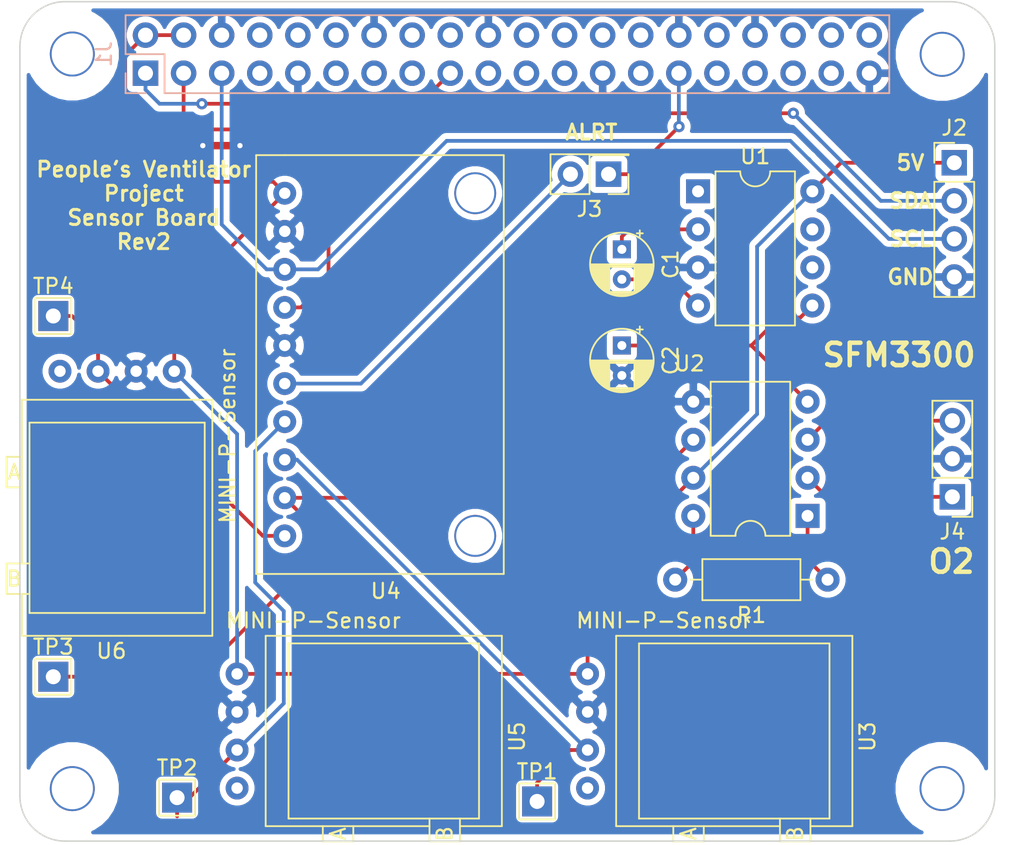
<source format=kicad_pcb>
(kicad_pcb (version 20171130) (host pcbnew "(5.1.5)-3")

  (general
    (thickness 1.6)
    (drawings 60)
    (tracks 110)
    (zones 0)
    (modules 21)
    (nets 50)
  )

  (page A4)
  (layers
    (0 F.Cu signal)
    (31 B.Cu signal)
    (32 B.Adhes user)
    (33 F.Adhes user)
    (34 B.Paste user)
    (35 F.Paste user)
    (36 B.SilkS user)
    (37 F.SilkS user)
    (38 B.Mask user)
    (39 F.Mask user)
    (40 Dwgs.User user)
    (41 Cmts.User user)
    (42 Eco1.User user)
    (43 Eco2.User user)
    (44 Edge.Cuts user)
    (45 Margin user)
    (46 B.CrtYd user)
    (47 F.CrtYd user)
    (48 B.Fab user)
    (49 F.Fab user)
  )

  (setup
    (last_trace_width 0.15)
    (user_trace_width 0.15)
    (user_trace_width 0.2)
    (user_trace_width 0.25)
    (user_trace_width 0.4)
    (user_trace_width 0.5)
    (user_trace_width 0.6)
    (user_trace_width 1)
    (user_trace_width 2)
    (trace_clearance 0.2)
    (zone_clearance 0.4)
    (zone_45_only yes)
    (trace_min 0.15)
    (via_size 0.4826)
    (via_drill 0.2032)
    (via_min_size 0.4826)
    (via_min_drill 0.2032)
    (user_via 0.75 0.35)
    (uvia_size 0.3)
    (uvia_drill 0.1)
    (uvias_allowed no)
    (uvia_min_size 0.2)
    (uvia_min_drill 0.1)
    (edge_width 0.15)
    (segment_width 0.15)
    (pcb_text_width 0.3)
    (pcb_text_size 1.5 1.5)
    (mod_edge_width 0.15)
    (mod_text_size 0.6 0.6)
    (mod_text_width 0.09)
    (pad_size 1.524 1.524)
    (pad_drill 0.762)
    (pad_to_mask_clearance 0.1)
    (aux_axis_origin 0 0)
    (visible_elements 7FFFFE3F)
    (pcbplotparams
      (layerselection 0x010f0_ffffffff)
      (usegerberextensions true)
      (usegerberattributes false)
      (usegerberadvancedattributes false)
      (creategerberjobfile false)
      (excludeedgelayer true)
      (linewidth 0.100000)
      (plotframeref false)
      (viasonmask false)
      (mode 1)
      (useauxorigin false)
      (hpglpennumber 1)
      (hpglpenspeed 20)
      (hpglpendiameter 15.000000)
      (psnegative false)
      (psa4output false)
      (plotreference true)
      (plotvalue false)
      (plotinvisibletext false)
      (padsonsilk true)
      (subtractmaskfromsilk false)
      (outputformat 1)
      (mirror false)
      (drillshape 0)
      (scaleselection 1)
      (outputdirectory "gerbers/"))
  )

  (net 0 "")
  (net 1 GND)
  (net 2 /J_ALRT)
  (net 3 +5V)
  (net 4 /SDA)
  (net 5 /SCL)
  (net 6 +3V3)
  (net 7 "Net-(J4-Pad1)")
  (net 8 "Net-(TP1-Pad1)")
  (net 9 "Net-(TP2-Pad1)")
  (net 10 "Net-(C1-Pad1)")
  (net 11 "Net-(C1-Pad2)")
  (net 12 "Net-(C2-Pad1)")
  (net 13 "Net-(J4-Pad3)")
  (net 14 "Net-(TP3-Pad1)")
  (net 15 "Net-(U3-Pad4)")
  (net 16 "Net-(U6-Pad4)")
  (net 17 "Net-(J1-Pad40)")
  (net 18 "Net-(J1-Pad38)")
  (net 19 "Net-(J1-Pad37)")
  (net 20 "Net-(J1-Pad36)")
  (net 21 "Net-(J1-Pad35)")
  (net 22 "Net-(J1-Pad33)")
  (net 23 "Net-(J1-Pad32)")
  (net 24 "Net-(J1-Pad31)")
  (net 25 "Net-(J1-Pad28)")
  (net 26 "Net-(J1-Pad27)")
  (net 27 "Net-(J1-Pad26)")
  (net 28 "Net-(J1-Pad24)")
  (net 29 "Net-(J1-Pad23)")
  (net 30 "Net-(J1-Pad22)")
  (net 31 "Net-(J1-Pad21)")
  (net 32 "Net-(J1-Pad19)")
  (net 33 "Net-(J1-Pad18)")
  (net 34 "Net-(J1-Pad16)")
  (net 35 "Net-(J1-Pad15)")
  (net 36 "Net-(J1-Pad13)")
  (net 37 "Net-(J1-Pad12)")
  (net 38 "Net-(J1-Pad11)")
  (net 39 "Net-(J1-Pad10)")
  (net 40 "Net-(J1-Pad8)")
  (net 41 "Net-(J1-Pad7)")
  (net 42 "Net-(J3-Pad2)")
  (net 43 "Net-(R1-Pad2)")
  (net 44 "Net-(R1-Pad1)")
  (net 45 "Net-(U1-Pad7)")
  (net 46 "Net-(U1-Pad6)")
  (net 47 "Net-(U1-Pad1)")
  (net 48 "Net-(U5-Pad4)")
  (net 49 "Net-(TP4-Pad1)")

  (net_class Default "This is the default net class."
    (clearance 0.2)
    (trace_width 0.15)
    (via_dia 0.4826)
    (via_drill 0.2032)
    (uvia_dia 0.3)
    (uvia_drill 0.1)
    (add_net /J_ALRT)
    (add_net /SCL)
    (add_net /SDA)
    (add_net GND)
    (add_net "Net-(C1-Pad1)")
    (add_net "Net-(C1-Pad2)")
    (add_net "Net-(C2-Pad1)")
    (add_net "Net-(J1-Pad10)")
    (add_net "Net-(J1-Pad11)")
    (add_net "Net-(J1-Pad12)")
    (add_net "Net-(J1-Pad13)")
    (add_net "Net-(J1-Pad15)")
    (add_net "Net-(J1-Pad16)")
    (add_net "Net-(J1-Pad18)")
    (add_net "Net-(J1-Pad19)")
    (add_net "Net-(J1-Pad21)")
    (add_net "Net-(J1-Pad22)")
    (add_net "Net-(J1-Pad23)")
    (add_net "Net-(J1-Pad24)")
    (add_net "Net-(J1-Pad26)")
    (add_net "Net-(J1-Pad27)")
    (add_net "Net-(J1-Pad28)")
    (add_net "Net-(J1-Pad31)")
    (add_net "Net-(J1-Pad32)")
    (add_net "Net-(J1-Pad33)")
    (add_net "Net-(J1-Pad35)")
    (add_net "Net-(J1-Pad36)")
    (add_net "Net-(J1-Pad37)")
    (add_net "Net-(J1-Pad38)")
    (add_net "Net-(J1-Pad40)")
    (add_net "Net-(J1-Pad7)")
    (add_net "Net-(J1-Pad8)")
    (add_net "Net-(J3-Pad2)")
    (add_net "Net-(J4-Pad1)")
    (add_net "Net-(J4-Pad3)")
    (add_net "Net-(R1-Pad1)")
    (add_net "Net-(R1-Pad2)")
    (add_net "Net-(TP1-Pad1)")
    (add_net "Net-(TP2-Pad1)")
    (add_net "Net-(TP3-Pad1)")
    (add_net "Net-(TP4-Pad1)")
    (add_net "Net-(U1-Pad1)")
    (add_net "Net-(U1-Pad6)")
    (add_net "Net-(U1-Pad7)")
    (add_net "Net-(U3-Pad4)")
    (add_net "Net-(U5-Pad4)")
    (add_net "Net-(U6-Pad4)")
  )

  (net_class Power ""
    (clearance 0.381)
    (trace_width 0.254)
    (via_dia 0.4826)
    (via_drill 0.2032)
    (uvia_dia 0.3)
    (uvia_drill 0.1)
    (add_net +3V3)
    (add_net +5V)
  )

  (module tigervent:MINI-P-Sensor-Horizontal (layer F.Cu) (tedit 5EA44972) (tstamp 5EE2B5D9)
    (at 88.8365 85.471 180)
    (path /5EA4A648)
    (fp_text reference U6 (at 4.191 -18.669) (layer F.SilkS)
      (effects (font (size 1 1) (thickness 0.15)))
    )
    (fp_text value MINI-P-Sensor (at -3.556 -4.318 90) (layer F.SilkS)
      (effects (font (size 1 1) (thickness 0.15)))
    )
    (fp_line (start -2.54 -1.905) (end 10.16 -1.905) (layer F.SilkS) (width 0.12))
    (fp_line (start 10.16 -17.653) (end -2.54 -17.653) (layer F.SilkS) (width 0.12))
    (fp_line (start -2.54 -17.653) (end -2.54 -1.905) (layer F.SilkS) (width 0.12))
    (fp_line (start -2.032 -3.429) (end 9.652 -3.429) (layer F.SilkS) (width 0.12))
    (fp_line (start 9.652 -3.429) (end 9.652 -16.129) (layer F.SilkS) (width 0.12))
    (fp_line (start 9.652 -16.129) (end -2.032 -16.129) (layer F.SilkS) (width 0.12))
    (fp_line (start -2.032 -16.129) (end -2.032 -3.429) (layer F.SilkS) (width 0.12))
    (fp_line (start 9.652 -14.859) (end 11.176 -14.859) (layer F.SilkS) (width 0.12))
    (fp_line (start 11.176 -14.859) (end 11.176 -12.827) (layer F.SilkS) (width 0.12))
    (fp_line (start 11.176 -12.827) (end 9.652 -12.827) (layer F.SilkS) (width 0.12))
    (fp_line (start 10.16 -7.747) (end 11.176 -7.747) (layer F.SilkS) (width 0.12))
    (fp_line (start 11.176 -7.747) (end 11.176 -5.715) (layer F.SilkS) (width 0.12))
    (fp_line (start 11.176 -5.715) (end 10.16 -5.715) (layer F.SilkS) (width 0.12))
    (fp_text user A (at 10.668 -6.731) (layer F.SilkS)
      (effects (font (size 1 1) (thickness 0.15)))
    )
    (fp_text user B (at 10.668 -13.843) (layer F.SilkS)
      (effects (font (size 1 1) (thickness 0.15)))
    )
    (fp_line (start 10.16 -17.653) (end 10.16 -14.859) (layer F.SilkS) (width 0.12))
    (fp_line (start 10.16 -12.827) (end 10.16 -1.905) (layer F.SilkS) (width 0.12))
    (pad 1 thru_hole circle (at 0 0 180) (size 1.524 1.524) (drill 0.762) (layers *.Cu *.Mask)
      (net 3 +5V))
    (pad 2 thru_hole circle (at 2.54 0 180) (size 1.524 1.524) (drill 0.762) (layers *.Cu *.Mask)
      (net 1 GND))
    (pad 3 thru_hole circle (at 5.08 0 180) (size 1.524 1.524) (drill 0.762) (layers *.Cu *.Mask)
      (net 49 "Net-(TP4-Pad1)"))
    (pad 4 thru_hole circle (at 7.62 0 180) (size 1.524 1.524) (drill 0.762) (layers *.Cu *.Mask)
      (net 16 "Net-(U6-Pad4)"))
  )

  (module Package_DIP:DIP-8_W7.62mm (layer F.Cu) (tedit 5A02E8C5) (tstamp 5EA74BA9)
    (at 131.064 95.123 180)
    (descr "8-lead though-hole mounted DIP package, row spacing 7.62 mm (300 mils)")
    (tags "THT DIP DIL PDIP 2.54mm 7.62mm 300mil")
    (path /5EA6FD89)
    (fp_text reference U2 (at 7.874 10.16) (layer F.SilkS)
      (effects (font (size 1 1) (thickness 0.15)))
    )
    (fp_text value INA126 (at 3.81 9.95) (layer F.Fab)
      (effects (font (size 1 1) (thickness 0.15)))
    )
    (fp_text user %R (at 3.81 3.81) (layer F.Fab)
      (effects (font (size 1 1) (thickness 0.15)))
    )
    (fp_line (start 8.7 -1.55) (end -1.1 -1.55) (layer F.CrtYd) (width 0.05))
    (fp_line (start 8.7 9.15) (end 8.7 -1.55) (layer F.CrtYd) (width 0.05))
    (fp_line (start -1.1 9.15) (end 8.7 9.15) (layer F.CrtYd) (width 0.05))
    (fp_line (start -1.1 -1.55) (end -1.1 9.15) (layer F.CrtYd) (width 0.05))
    (fp_line (start 6.46 -1.33) (end 4.81 -1.33) (layer F.SilkS) (width 0.12))
    (fp_line (start 6.46 8.95) (end 6.46 -1.33) (layer F.SilkS) (width 0.12))
    (fp_line (start 1.16 8.95) (end 6.46 8.95) (layer F.SilkS) (width 0.12))
    (fp_line (start 1.16 -1.33) (end 1.16 8.95) (layer F.SilkS) (width 0.12))
    (fp_line (start 2.81 -1.33) (end 1.16 -1.33) (layer F.SilkS) (width 0.12))
    (fp_line (start 0.635 -0.27) (end 1.635 -1.27) (layer F.Fab) (width 0.1))
    (fp_line (start 0.635 8.89) (end 0.635 -0.27) (layer F.Fab) (width 0.1))
    (fp_line (start 6.985 8.89) (end 0.635 8.89) (layer F.Fab) (width 0.1))
    (fp_line (start 6.985 -1.27) (end 6.985 8.89) (layer F.Fab) (width 0.1))
    (fp_line (start 1.635 -1.27) (end 6.985 -1.27) (layer F.Fab) (width 0.1))
    (fp_arc (start 3.81 -1.33) (end 2.81 -1.33) (angle -180) (layer F.SilkS) (width 0.12))
    (pad 8 thru_hole oval (at 7.62 0 180) (size 1.6 1.6) (drill 0.8) (layers *.Cu *.Mask)
      (net 43 "Net-(R1-Pad2)"))
    (pad 4 thru_hole oval (at 0 7.62 180) (size 1.6 1.6) (drill 0.8) (layers *.Cu *.Mask)
      (net 12 "Net-(C2-Pad1)"))
    (pad 7 thru_hole oval (at 7.62 2.54 180) (size 1.6 1.6) (drill 0.8) (layers *.Cu *.Mask)
      (net 3 +5V))
    (pad 3 thru_hole oval (at 0 5.08 180) (size 1.6 1.6) (drill 0.8) (layers *.Cu *.Mask)
      (net 13 "Net-(J4-Pad3)"))
    (pad 6 thru_hole oval (at 7.62 5.08 180) (size 1.6 1.6) (drill 0.8) (layers *.Cu *.Mask)
      (net 14 "Net-(TP3-Pad1)"))
    (pad 2 thru_hole oval (at 0 2.54 180) (size 1.6 1.6) (drill 0.8) (layers *.Cu *.Mask)
      (net 7 "Net-(J4-Pad1)"))
    (pad 5 thru_hole oval (at 7.62 7.62 180) (size 1.6 1.6) (drill 0.8) (layers *.Cu *.Mask)
      (net 1 GND))
    (pad 1 thru_hole rect (at 0 0 180) (size 1.6 1.6) (drill 0.8) (layers *.Cu *.Mask)
      (net 44 "Net-(R1-Pad1)"))
    (model ${KISYS3DMOD}/Package_DIP.3dshapes/DIP-8_W7.62mm.wrl
      (at (xyz 0 0 0))
      (scale (xyz 1 1 1))
      (rotate (xyz 0 0 0))
    )
  )

  (module Connector_PinSocket_2.54mm:PinSocket_2x20_P2.54mm_Vertical locked (layer B.Cu) (tedit 5A19A433) (tstamp 5A78A50E)
    (at 86.92 65.59 270)
    (descr "Through hole straight socket strip, 2x20, 2.54mm pitch, double cols (from Kicad 4.0.7), script generated")
    (tags "Through hole socket strip THT 2x20 2.54mm double row")
    (path /58DFC771)
    (fp_text reference J1 (at -1.27 2.77 270) (layer B.SilkS)
      (effects (font (size 1 1) (thickness 0.15)) (justify mirror))
    )
    (fp_text value 40HAT (at -1.27 -51.03 270) (layer B.Fab)
      (effects (font (size 0.6 0.6) (thickness 0.09)) (justify mirror))
    )
    (fp_text user %R (at -1.27 -24.13 180) (layer B.Fab)
      (effects (font (size 1 1) (thickness 0.15)) (justify mirror))
    )
    (fp_line (start -4.34 -50) (end -4.34 1.8) (layer B.CrtYd) (width 0.05))
    (fp_line (start 1.76 -50) (end -4.34 -50) (layer B.CrtYd) (width 0.05))
    (fp_line (start 1.76 1.8) (end 1.76 -50) (layer B.CrtYd) (width 0.05))
    (fp_line (start -4.34 1.8) (end 1.76 1.8) (layer B.CrtYd) (width 0.05))
    (fp_line (start 0 1.33) (end 1.33 1.33) (layer B.SilkS) (width 0.12))
    (fp_line (start 1.33 1.33) (end 1.33 0) (layer B.SilkS) (width 0.12))
    (fp_line (start -1.27 1.33) (end -1.27 -1.27) (layer B.SilkS) (width 0.12))
    (fp_line (start -1.27 -1.27) (end 1.33 -1.27) (layer B.SilkS) (width 0.12))
    (fp_line (start 1.33 -1.27) (end 1.33 -49.59) (layer B.SilkS) (width 0.12))
    (fp_line (start -3.87 -49.59) (end 1.33 -49.59) (layer B.SilkS) (width 0.12))
    (fp_line (start -3.87 1.33) (end -3.87 -49.59) (layer B.SilkS) (width 0.12))
    (fp_line (start -3.87 1.33) (end -1.27 1.33) (layer B.SilkS) (width 0.12))
    (fp_line (start -3.81 -49.53) (end -3.81 1.27) (layer B.Fab) (width 0.1))
    (fp_line (start 1.27 -49.53) (end -3.81 -49.53) (layer B.Fab) (width 0.1))
    (fp_line (start 1.27 0.27) (end 1.27 -49.53) (layer B.Fab) (width 0.1))
    (fp_line (start 0.27 1.27) (end 1.27 0.27) (layer B.Fab) (width 0.1))
    (fp_line (start -3.81 1.27) (end 0.27 1.27) (layer B.Fab) (width 0.1))
    (pad 40 thru_hole oval (at -2.54 -48.26 270) (size 1.7 1.7) (drill 1) (layers *.Cu *.Mask)
      (net 17 "Net-(J1-Pad40)"))
    (pad 39 thru_hole oval (at 0 -48.26 270) (size 1.7 1.7) (drill 1) (layers *.Cu *.Mask)
      (net 1 GND))
    (pad 38 thru_hole oval (at -2.54 -45.72 270) (size 1.7 1.7) (drill 1) (layers *.Cu *.Mask)
      (net 18 "Net-(J1-Pad38)"))
    (pad 37 thru_hole oval (at 0 -45.72 270) (size 1.7 1.7) (drill 1) (layers *.Cu *.Mask)
      (net 19 "Net-(J1-Pad37)"))
    (pad 36 thru_hole oval (at -2.54 -43.18 270) (size 1.7 1.7) (drill 1) (layers *.Cu *.Mask)
      (net 20 "Net-(J1-Pad36)"))
    (pad 35 thru_hole oval (at 0 -43.18 270) (size 1.7 1.7) (drill 1) (layers *.Cu *.Mask)
      (net 21 "Net-(J1-Pad35)"))
    (pad 34 thru_hole oval (at -2.54 -40.64 270) (size 1.7 1.7) (drill 1) (layers *.Cu *.Mask)
      (net 1 GND))
    (pad 33 thru_hole oval (at 0 -40.64 270) (size 1.7 1.7) (drill 1) (layers *.Cu *.Mask)
      (net 22 "Net-(J1-Pad33)"))
    (pad 32 thru_hole oval (at -2.54 -38.1 270) (size 1.7 1.7) (drill 1) (layers *.Cu *.Mask)
      (net 23 "Net-(J1-Pad32)"))
    (pad 31 thru_hole oval (at 0 -38.1 270) (size 1.7 1.7) (drill 1) (layers *.Cu *.Mask)
      (net 24 "Net-(J1-Pad31)"))
    (pad 30 thru_hole oval (at -2.54 -35.56 270) (size 1.7 1.7) (drill 1) (layers *.Cu *.Mask)
      (net 1 GND))
    (pad 29 thru_hole oval (at 0 -35.56 270) (size 1.7 1.7) (drill 1) (layers *.Cu *.Mask)
      (net 2 /J_ALRT))
    (pad 28 thru_hole oval (at -2.54 -33.02 270) (size 1.7 1.7) (drill 1) (layers *.Cu *.Mask)
      (net 25 "Net-(J1-Pad28)"))
    (pad 27 thru_hole oval (at 0 -33.02 270) (size 1.7 1.7) (drill 1) (layers *.Cu *.Mask)
      (net 26 "Net-(J1-Pad27)"))
    (pad 26 thru_hole oval (at -2.54 -30.48 270) (size 1.7 1.7) (drill 1) (layers *.Cu *.Mask)
      (net 27 "Net-(J1-Pad26)"))
    (pad 25 thru_hole oval (at 0 -30.48 270) (size 1.7 1.7) (drill 1) (layers *.Cu *.Mask)
      (net 1 GND))
    (pad 24 thru_hole oval (at -2.54 -27.94 270) (size 1.7 1.7) (drill 1) (layers *.Cu *.Mask)
      (net 28 "Net-(J1-Pad24)"))
    (pad 23 thru_hole oval (at 0 -27.94 270) (size 1.7 1.7) (drill 1) (layers *.Cu *.Mask)
      (net 29 "Net-(J1-Pad23)"))
    (pad 22 thru_hole oval (at -2.54 -25.4 270) (size 1.7 1.7) (drill 1) (layers *.Cu *.Mask)
      (net 30 "Net-(J1-Pad22)"))
    (pad 21 thru_hole oval (at 0 -25.4 270) (size 1.7 1.7) (drill 1) (layers *.Cu *.Mask)
      (net 31 "Net-(J1-Pad21)"))
    (pad 20 thru_hole oval (at -2.54 -22.86 270) (size 1.7 1.7) (drill 1) (layers *.Cu *.Mask)
      (net 1 GND))
    (pad 19 thru_hole oval (at 0 -22.86 270) (size 1.7 1.7) (drill 1) (layers *.Cu *.Mask)
      (net 32 "Net-(J1-Pad19)"))
    (pad 18 thru_hole oval (at -2.54 -20.32 270) (size 1.7 1.7) (drill 1) (layers *.Cu *.Mask)
      (net 33 "Net-(J1-Pad18)"))
    (pad 17 thru_hole oval (at 0 -20.32 270) (size 1.7 1.7) (drill 1) (layers *.Cu *.Mask)
      (net 6 +3V3))
    (pad 16 thru_hole oval (at -2.54 -17.78 270) (size 1.7 1.7) (drill 1) (layers *.Cu *.Mask)
      (net 34 "Net-(J1-Pad16)"))
    (pad 15 thru_hole oval (at 0 -17.78 270) (size 1.7 1.7) (drill 1) (layers *.Cu *.Mask)
      (net 35 "Net-(J1-Pad15)"))
    (pad 14 thru_hole oval (at -2.54 -15.24 270) (size 1.7 1.7) (drill 1) (layers *.Cu *.Mask)
      (net 1 GND))
    (pad 13 thru_hole oval (at 0 -15.24 270) (size 1.7 1.7) (drill 1) (layers *.Cu *.Mask)
      (net 36 "Net-(J1-Pad13)"))
    (pad 12 thru_hole oval (at -2.54 -12.7 270) (size 1.7 1.7) (drill 1) (layers *.Cu *.Mask)
      (net 37 "Net-(J1-Pad12)"))
    (pad 11 thru_hole oval (at 0 -12.7 270) (size 1.7 1.7) (drill 1) (layers *.Cu *.Mask)
      (net 38 "Net-(J1-Pad11)"))
    (pad 10 thru_hole oval (at -2.54 -10.16 270) (size 1.7 1.7) (drill 1) (layers *.Cu *.Mask)
      (net 39 "Net-(J1-Pad10)"))
    (pad 9 thru_hole oval (at 0 -10.16 270) (size 1.7 1.7) (drill 1) (layers *.Cu *.Mask)
      (net 1 GND))
    (pad 8 thru_hole oval (at -2.54 -7.62 270) (size 1.7 1.7) (drill 1) (layers *.Cu *.Mask)
      (net 40 "Net-(J1-Pad8)"))
    (pad 7 thru_hole oval (at 0 -7.62 270) (size 1.7 1.7) (drill 1) (layers *.Cu *.Mask)
      (net 41 "Net-(J1-Pad7)"))
    (pad 6 thru_hole oval (at -2.54 -5.08 270) (size 1.7 1.7) (drill 1) (layers *.Cu *.Mask)
      (net 1 GND))
    (pad 5 thru_hole oval (at 0 -5.08 270) (size 1.7 1.7) (drill 1) (layers *.Cu *.Mask)
      (net 5 /SCL))
    (pad 4 thru_hole oval (at -2.54 -2.54 270) (size 1.7 1.7) (drill 1) (layers *.Cu *.Mask)
      (net 3 +5V))
    (pad 3 thru_hole oval (at 0 -2.54 270) (size 1.7 1.7) (drill 1) (layers *.Cu *.Mask)
      (net 4 /SDA))
    (pad 2 thru_hole oval (at -2.54 0 270) (size 1.7 1.7) (drill 1) (layers *.Cu *.Mask)
      (net 3 +5V))
    (pad 1 thru_hole rect (at 0 0 270) (size 1.7 1.7) (drill 1) (layers *.Cu *.Mask)
      (net 6 +3V3))
    (model ${KISYS3DMOD}/Connector_PinSocket_2.54mm.3dshapes/PinSocket_2x20_P2.54mm_Vertical.wrl
      (at (xyz 0 0 0))
      (scale (xyz 1 1 1))
      (rotate (xyz 0 0 0))
    )
  )

  (module project_footprints:NPTH_3mm_ID locked (layer F.Cu) (tedit 58E34364) (tstamp 58E3B082)
    (at 82.04 64.31)
    (path /5834BC4A)
    (fp_text reference H1 (at 0.06 0.09) (layer F.SilkS)
      (effects (font (size 1 1) (thickness 0.15)))
    )
    (fp_text value 3mm_Mounting_Hole (at 0 -2.7) (layer F.Fab) hide
      (effects (font (size 0.6 0.6) (thickness 0.09)))
    )
    (pad "" np_thru_hole circle (at 0 0) (size 3 3) (drill 2.75) (layers *.Cu *.Mask)
      (clearance 1.6))
  )

  (module project_footprints:NPTH_3mm_ID locked (layer F.Cu) (tedit 58E34364) (tstamp 58E3B086)
    (at 140.04 64.33)
    (path /5834BCDF)
    (fp_text reference H3 (at 0.06 0.09) (layer F.SilkS)
      (effects (font (size 1 1) (thickness 0.15)))
    )
    (fp_text value 3mm_Mounting_Hole (at 0 -2.7) (layer F.Fab) hide
      (effects (font (size 0.6 0.6) (thickness 0.09)))
    )
    (pad "" np_thru_hole circle (at 0 0) (size 3 3) (drill 2.75) (layers *.Cu *.Mask)
      (clearance 1.6))
  )

  (module project_footprints:NPTH_3mm_ID locked (layer F.Cu) (tedit 58E34364) (tstamp 58E3B08A)
    (at 82.04 113.32)
    (path /5834BD62)
    (fp_text reference H2 (at 0.06 0.09) (layer F.SilkS)
      (effects (font (size 1 1) (thickness 0.15)))
    )
    (fp_text value 3mm_Mounting_Hole (at 0 -2.7) (layer F.Fab) hide
      (effects (font (size 0.6 0.6) (thickness 0.09)))
    )
    (pad "" np_thru_hole circle (at 0 0) (size 3 3) (drill 2.75) (layers *.Cu *.Mask)
      (clearance 1.6))
  )

  (module project_footprints:NPTH_3mm_ID locked (layer F.Cu) (tedit 58E34364) (tstamp 58E3B08E)
    (at 140.03 113.31)
    (path /5834BDED)
    (fp_text reference H4 (at 0.06 0.09) (layer F.SilkS)
      (effects (font (size 1 1) (thickness 0.15)))
    )
    (fp_text value 3mm_Mounting_Hole (at 0 -2.7) (layer F.Fab) hide
      (effects (font (size 0.6 0.6) (thickness 0.09)))
    )
    (pad "" np_thru_hole circle (at 0 0) (size 3 3) (drill 2.75) (layers *.Cu *.Mask)
      (clearance 1.6))
  )

  (module Connector_PinHeader_2.54mm:PinHeader_2x01_P2.54mm_Vertical (layer F.Cu) (tedit 59FED5CC) (tstamp 5EE3D8BD)
    (at 117.7925 72.3265 180)
    (descr "Through hole straight pin header, 2x01, 2.54mm pitch, double rows")
    (tags "Through hole pin header THT 2x01 2.54mm double row")
    (path /5EA6355F)
    (fp_text reference J3 (at 1.27 -2.33) (layer F.SilkS)
      (effects (font (size 1 1) (thickness 0.15)))
    )
    (fp_text value Conn_02x01 (at 1.27 2.33) (layer F.Fab)
      (effects (font (size 1 1) (thickness 0.15)))
    )
    (fp_text user %R (at 1.27 0) (layer F.Fab)
      (effects (font (size 1 1) (thickness 0.15)))
    )
    (fp_line (start 4.35 -1.8) (end -1.8 -1.8) (layer F.CrtYd) (width 0.05))
    (fp_line (start 4.35 1.8) (end 4.35 -1.8) (layer F.CrtYd) (width 0.05))
    (fp_line (start -1.8 1.8) (end 4.35 1.8) (layer F.CrtYd) (width 0.05))
    (fp_line (start -1.8 -1.8) (end -1.8 1.8) (layer F.CrtYd) (width 0.05))
    (fp_line (start -1.33 -1.33) (end 0 -1.33) (layer F.SilkS) (width 0.12))
    (fp_line (start -1.33 0) (end -1.33 -1.33) (layer F.SilkS) (width 0.12))
    (fp_line (start 1.27 -1.33) (end 3.87 -1.33) (layer F.SilkS) (width 0.12))
    (fp_line (start 1.27 1.27) (end 1.27 -1.33) (layer F.SilkS) (width 0.12))
    (fp_line (start -1.33 1.27) (end 1.27 1.27) (layer F.SilkS) (width 0.12))
    (fp_line (start 3.87 -1.33) (end 3.87 1.33) (layer F.SilkS) (width 0.12))
    (fp_line (start -1.33 1.27) (end -1.33 1.33) (layer F.SilkS) (width 0.12))
    (fp_line (start -1.33 1.33) (end 3.87 1.33) (layer F.SilkS) (width 0.12))
    (fp_line (start -1.27 0) (end 0 -1.27) (layer F.Fab) (width 0.1))
    (fp_line (start -1.27 1.27) (end -1.27 0) (layer F.Fab) (width 0.1))
    (fp_line (start 3.81 1.27) (end -1.27 1.27) (layer F.Fab) (width 0.1))
    (fp_line (start 3.81 -1.27) (end 3.81 1.27) (layer F.Fab) (width 0.1))
    (fp_line (start 0 -1.27) (end 3.81 -1.27) (layer F.Fab) (width 0.1))
    (pad 2 thru_hole oval (at 2.54 0 180) (size 1.7 1.7) (drill 1) (layers *.Cu *.Mask)
      (net 42 "Net-(J3-Pad2)"))
    (pad 1 thru_hole rect (at 0 0 180) (size 1.7 1.7) (drill 1) (layers *.Cu *.Mask)
      (net 2 /J_ALRT))
    (model ${KISYS3DMOD}/Connector_PinHeader_2.54mm.3dshapes/PinHeader_2x01_P2.54mm_Vertical.wrl
      (at (xyz 0 0 0))
      (scale (xyz 1 1 1))
      (rotate (xyz 0 0 0))
    )
  )

  (module TestPoint:TestPoint_THTPad_2.0x2.0mm_Drill1.0mm (layer F.Cu) (tedit 5A0F774F) (tstamp 5EE2B619)
    (at 113.03 114.173)
    (descr "THT rectangular pad as test Point, square 2.0mm_Drill1.0mm  side length, hole diameter 1.0mm")
    (tags "test point THT pad rectangle square")
    (path /5EA92061)
    (attr virtual)
    (fp_text reference TP1 (at 0 -1.998) (layer F.SilkS)
      (effects (font (size 1 1) (thickness 0.15)))
    )
    (fp_text value TestPoint (at 0 2.05) (layer F.Fab)
      (effects (font (size 1 1) (thickness 0.15)))
    )
    (fp_line (start 1.5 1.5) (end -1.5 1.5) (layer F.CrtYd) (width 0.05))
    (fp_line (start 1.5 1.5) (end 1.5 -1.5) (layer F.CrtYd) (width 0.05))
    (fp_line (start -1.5 -1.5) (end -1.5 1.5) (layer F.CrtYd) (width 0.05))
    (fp_line (start -1.5 -1.5) (end 1.5 -1.5) (layer F.CrtYd) (width 0.05))
    (fp_line (start -1.2 1.2) (end -1.2 -1.2) (layer F.SilkS) (width 0.12))
    (fp_line (start 1.2 1.2) (end -1.2 1.2) (layer F.SilkS) (width 0.12))
    (fp_line (start 1.2 -1.2) (end 1.2 1.2) (layer F.SilkS) (width 0.12))
    (fp_line (start -1.2 -1.2) (end 1.2 -1.2) (layer F.SilkS) (width 0.12))
    (fp_text user %R (at 0 -2) (layer F.Fab)
      (effects (font (size 1 1) (thickness 0.15)))
    )
    (pad 1 thru_hole rect (at 0 0) (size 2 2) (drill 1) (layers *.Cu *.Mask)
      (net 8 "Net-(TP1-Pad1)"))
  )

  (module TestPoint:TestPoint_THTPad_2.0x2.0mm_Drill1.0mm (layer F.Cu) (tedit 5A0F774F) (tstamp 5EE2B640)
    (at 89.027 113.919)
    (descr "THT rectangular pad as test Point, square 2.0mm_Drill1.0mm  side length, hole diameter 1.0mm")
    (tags "test point THT pad rectangle square")
    (path /5EA8E155)
    (attr virtual)
    (fp_text reference TP2 (at 0 -1.998) (layer F.SilkS)
      (effects (font (size 1 1) (thickness 0.15)))
    )
    (fp_text value TestPoint (at 0 2.05) (layer F.Fab)
      (effects (font (size 1 1) (thickness 0.15)))
    )
    (fp_line (start 1.5 1.5) (end -1.5 1.5) (layer F.CrtYd) (width 0.05))
    (fp_line (start 1.5 1.5) (end 1.5 -1.5) (layer F.CrtYd) (width 0.05))
    (fp_line (start -1.5 -1.5) (end -1.5 1.5) (layer F.CrtYd) (width 0.05))
    (fp_line (start -1.5 -1.5) (end 1.5 -1.5) (layer F.CrtYd) (width 0.05))
    (fp_line (start -1.2 1.2) (end -1.2 -1.2) (layer F.SilkS) (width 0.12))
    (fp_line (start 1.2 1.2) (end -1.2 1.2) (layer F.SilkS) (width 0.12))
    (fp_line (start 1.2 -1.2) (end 1.2 1.2) (layer F.SilkS) (width 0.12))
    (fp_line (start -1.2 -1.2) (end 1.2 -1.2) (layer F.SilkS) (width 0.12))
    (fp_text user %R (at 0 -2) (layer F.Fab)
      (effects (font (size 1 1) (thickness 0.15)))
    )
    (pad 1 thru_hole rect (at 0 0) (size 2 2) (drill 1) (layers *.Cu *.Mask)
      (net 9 "Net-(TP2-Pad1)"))
  )

  (module Resistor_THT:R_Axial_DIN0207_L6.3mm_D2.5mm_P10.16mm_Horizontal (layer F.Cu) (tedit 5AE5139B) (tstamp 5EA6F639)
    (at 132.3975 99.3775 180)
    (descr "Resistor, Axial_DIN0207 series, Axial, Horizontal, pin pitch=10.16mm, 0.25W = 1/4W, length*diameter=6.3*2.5mm^2, http://cdn-reichelt.de/documents/datenblatt/B400/1_4W%23YAG.pdf")
    (tags "Resistor Axial_DIN0207 series Axial Horizontal pin pitch 10.16mm 0.25W = 1/4W length 6.3mm diameter 2.5mm")
    (path /5EAA6885)
    (fp_text reference R1 (at 5.08 -2.37) (layer F.SilkS)
      (effects (font (size 1 1) (thickness 0.15)))
    )
    (fp_text value R (at 5.08 2.37) (layer F.Fab)
      (effects (font (size 1 1) (thickness 0.15)))
    )
    (fp_text user %R (at 5.08 0 180) (layer F.Fab)
      (effects (font (size 1 1) (thickness 0.15)))
    )
    (fp_line (start 11.21 -1.5) (end -1.05 -1.5) (layer F.CrtYd) (width 0.05))
    (fp_line (start 11.21 1.5) (end 11.21 -1.5) (layer F.CrtYd) (width 0.05))
    (fp_line (start -1.05 1.5) (end 11.21 1.5) (layer F.CrtYd) (width 0.05))
    (fp_line (start -1.05 -1.5) (end -1.05 1.5) (layer F.CrtYd) (width 0.05))
    (fp_line (start 9.12 0) (end 8.35 0) (layer F.SilkS) (width 0.12))
    (fp_line (start 1.04 0) (end 1.81 0) (layer F.SilkS) (width 0.12))
    (fp_line (start 8.35 -1.37) (end 1.81 -1.37) (layer F.SilkS) (width 0.12))
    (fp_line (start 8.35 1.37) (end 8.35 -1.37) (layer F.SilkS) (width 0.12))
    (fp_line (start 1.81 1.37) (end 8.35 1.37) (layer F.SilkS) (width 0.12))
    (fp_line (start 1.81 -1.37) (end 1.81 1.37) (layer F.SilkS) (width 0.12))
    (fp_line (start 10.16 0) (end 8.23 0) (layer F.Fab) (width 0.1))
    (fp_line (start 0 0) (end 1.93 0) (layer F.Fab) (width 0.1))
    (fp_line (start 8.23 -1.25) (end 1.93 -1.25) (layer F.Fab) (width 0.1))
    (fp_line (start 8.23 1.25) (end 8.23 -1.25) (layer F.Fab) (width 0.1))
    (fp_line (start 1.93 1.25) (end 8.23 1.25) (layer F.Fab) (width 0.1))
    (fp_line (start 1.93 -1.25) (end 1.93 1.25) (layer F.Fab) (width 0.1))
    (pad 2 thru_hole oval (at 10.16 0 180) (size 1.6 1.6) (drill 0.8) (layers *.Cu *.Mask)
      (net 43 "Net-(R1-Pad2)"))
    (pad 1 thru_hole circle (at 0 0 180) (size 1.6 1.6) (drill 0.8) (layers *.Cu *.Mask)
      (net 44 "Net-(R1-Pad1)"))
    (model ${KISYS3DMOD}/Resistor_THT.3dshapes/R_Axial_DIN0207_L6.3mm_D2.5mm_P10.16mm_Horizontal.wrl
      (at (xyz 0 0 0))
      (scale (xyz 1 1 1))
      (rotate (xyz 0 0 0))
    )
  )

  (module Connector_PinHeader_2.54mm:PinHeader_1x03_P2.54mm_Vertical (layer F.Cu) (tedit 59FED5CC) (tstamp 5EE28FE3)
    (at 140.716 93.853 180)
    (descr "Through hole straight pin header, 1x03, 2.54mm pitch, single row")
    (tags "Through hole pin header THT 1x03 2.54mm single row")
    (path /5EE4838D)
    (fp_text reference J4 (at 0 -2.33) (layer F.SilkS)
      (effects (font (size 1 1) (thickness 0.15)))
    )
    (fp_text value Conn_01x03 (at 0 7.41) (layer F.Fab)
      (effects (font (size 1 1) (thickness 0.15)))
    )
    (fp_text user %R (at 0 2.54 90) (layer F.Fab)
      (effects (font (size 1 1) (thickness 0.15)))
    )
    (fp_line (start 1.8 -1.8) (end -1.8 -1.8) (layer F.CrtYd) (width 0.05))
    (fp_line (start 1.8 6.85) (end 1.8 -1.8) (layer F.CrtYd) (width 0.05))
    (fp_line (start -1.8 6.85) (end 1.8 6.85) (layer F.CrtYd) (width 0.05))
    (fp_line (start -1.8 -1.8) (end -1.8 6.85) (layer F.CrtYd) (width 0.05))
    (fp_line (start -1.33 -1.33) (end 0 -1.33) (layer F.SilkS) (width 0.12))
    (fp_line (start -1.33 0) (end -1.33 -1.33) (layer F.SilkS) (width 0.12))
    (fp_line (start -1.33 1.27) (end 1.33 1.27) (layer F.SilkS) (width 0.12))
    (fp_line (start 1.33 1.27) (end 1.33 6.41) (layer F.SilkS) (width 0.12))
    (fp_line (start -1.33 1.27) (end -1.33 6.41) (layer F.SilkS) (width 0.12))
    (fp_line (start -1.33 6.41) (end 1.33 6.41) (layer F.SilkS) (width 0.12))
    (fp_line (start -1.27 -0.635) (end -0.635 -1.27) (layer F.Fab) (width 0.1))
    (fp_line (start -1.27 6.35) (end -1.27 -0.635) (layer F.Fab) (width 0.1))
    (fp_line (start 1.27 6.35) (end -1.27 6.35) (layer F.Fab) (width 0.1))
    (fp_line (start 1.27 -1.27) (end 1.27 6.35) (layer F.Fab) (width 0.1))
    (fp_line (start -0.635 -1.27) (end 1.27 -1.27) (layer F.Fab) (width 0.1))
    (pad 3 thru_hole oval (at 0 5.08 180) (size 1.7 1.7) (drill 1) (layers *.Cu *.Mask)
      (net 13 "Net-(J4-Pad3)"))
    (pad 2 thru_hole oval (at 0 2.54 180) (size 1.7 1.7) (drill 1) (layers *.Cu *.Mask)
      (net 1 GND))
    (pad 1 thru_hole rect (at 0 0 180) (size 1.7 1.7) (drill 1) (layers *.Cu *.Mask)
      (net 7 "Net-(J4-Pad1)"))
    (model ${KISYS3DMOD}/Connector_PinHeader_2.54mm.3dshapes/PinHeader_1x03_P2.54mm_Vertical.wrl
      (at (xyz 0 0 0))
      (scale (xyz 1 1 1))
      (rotate (xyz 0 0 0))
    )
  )

  (module TestPoint:TestPoint_THTPad_2.0x2.0mm_Drill1.0mm (layer F.Cu) (tedit 5A0F774F) (tstamp 5EE28FF1)
    (at 80.772 105.8545)
    (descr "THT rectangular pad as test Point, square 2.0mm_Drill1.0mm  side length, hole diameter 1.0mm")
    (tags "test point THT pad rectangle square")
    (path /5EE44625)
    (attr virtual)
    (fp_text reference TP3 (at 0 -1.998) (layer F.SilkS)
      (effects (font (size 1 1) (thickness 0.15)))
    )
    (fp_text value TestPoint (at 0 2.05) (layer F.Fab)
      (effects (font (size 1 1) (thickness 0.15)))
    )
    (fp_line (start 1.5 1.5) (end -1.5 1.5) (layer F.CrtYd) (width 0.05))
    (fp_line (start 1.5 1.5) (end 1.5 -1.5) (layer F.CrtYd) (width 0.05))
    (fp_line (start -1.5 -1.5) (end -1.5 1.5) (layer F.CrtYd) (width 0.05))
    (fp_line (start -1.5 -1.5) (end 1.5 -1.5) (layer F.CrtYd) (width 0.05))
    (fp_line (start -1.2 1.2) (end -1.2 -1.2) (layer F.SilkS) (width 0.12))
    (fp_line (start 1.2 1.2) (end -1.2 1.2) (layer F.SilkS) (width 0.12))
    (fp_line (start 1.2 -1.2) (end 1.2 1.2) (layer F.SilkS) (width 0.12))
    (fp_line (start -1.2 -1.2) (end 1.2 -1.2) (layer F.SilkS) (width 0.12))
    (fp_text user %R (at 0 -2) (layer F.Fab)
      (effects (font (size 1 1) (thickness 0.15)))
    )
    (pad 1 thru_hole rect (at 0 0) (size 2 2) (drill 1) (layers *.Cu *.Mask)
      (net 14 "Net-(TP3-Pad1)"))
  )

  (module Package_DIP:DIP-8_W7.62mm (layer F.Cu) (tedit 5A02E8C5) (tstamp 5EE2ADD1)
    (at 123.7615 73.4695)
    (descr "8-lead though-hole mounted DIP package, row spacing 7.62 mm (300 mils)")
    (tags "THT DIP DIL PDIP 2.54mm 7.62mm 300mil")
    (path /5EE1BC77)
    (fp_text reference U1 (at 3.81 -2.33) (layer F.SilkS)
      (effects (font (size 1 1) (thickness 0.15)))
    )
    (fp_text value TL7660 (at 3.81 9.95) (layer F.Fab)
      (effects (font (size 1 1) (thickness 0.15)))
    )
    (fp_text user %R (at 3.81 3.81) (layer F.Fab)
      (effects (font (size 1 1) (thickness 0.15)))
    )
    (fp_line (start 8.7 -1.55) (end -1.1 -1.55) (layer F.CrtYd) (width 0.05))
    (fp_line (start 8.7 9.15) (end 8.7 -1.55) (layer F.CrtYd) (width 0.05))
    (fp_line (start -1.1 9.15) (end 8.7 9.15) (layer F.CrtYd) (width 0.05))
    (fp_line (start -1.1 -1.55) (end -1.1 9.15) (layer F.CrtYd) (width 0.05))
    (fp_line (start 6.46 -1.33) (end 4.81 -1.33) (layer F.SilkS) (width 0.12))
    (fp_line (start 6.46 8.95) (end 6.46 -1.33) (layer F.SilkS) (width 0.12))
    (fp_line (start 1.16 8.95) (end 6.46 8.95) (layer F.SilkS) (width 0.12))
    (fp_line (start 1.16 -1.33) (end 1.16 8.95) (layer F.SilkS) (width 0.12))
    (fp_line (start 2.81 -1.33) (end 1.16 -1.33) (layer F.SilkS) (width 0.12))
    (fp_line (start 0.635 -0.27) (end 1.635 -1.27) (layer F.Fab) (width 0.1))
    (fp_line (start 0.635 8.89) (end 0.635 -0.27) (layer F.Fab) (width 0.1))
    (fp_line (start 6.985 8.89) (end 0.635 8.89) (layer F.Fab) (width 0.1))
    (fp_line (start 6.985 -1.27) (end 6.985 8.89) (layer F.Fab) (width 0.1))
    (fp_line (start 1.635 -1.27) (end 6.985 -1.27) (layer F.Fab) (width 0.1))
    (fp_arc (start 3.81 -1.33) (end 2.81 -1.33) (angle -180) (layer F.SilkS) (width 0.12))
    (pad 8 thru_hole oval (at 7.62 0) (size 1.6 1.6) (drill 0.8) (layers *.Cu *.Mask)
      (net 3 +5V))
    (pad 4 thru_hole oval (at 0 7.62) (size 1.6 1.6) (drill 0.8) (layers *.Cu *.Mask)
      (net 11 "Net-(C1-Pad2)"))
    (pad 7 thru_hole oval (at 7.62 2.54) (size 1.6 1.6) (drill 0.8) (layers *.Cu *.Mask)
      (net 45 "Net-(U1-Pad7)"))
    (pad 3 thru_hole oval (at 0 5.08) (size 1.6 1.6) (drill 0.8) (layers *.Cu *.Mask)
      (net 1 GND))
    (pad 6 thru_hole oval (at 7.62 5.08) (size 1.6 1.6) (drill 0.8) (layers *.Cu *.Mask)
      (net 46 "Net-(U1-Pad6)"))
    (pad 2 thru_hole oval (at 0 2.54) (size 1.6 1.6) (drill 0.8) (layers *.Cu *.Mask)
      (net 10 "Net-(C1-Pad1)"))
    (pad 5 thru_hole oval (at 7.62 7.62) (size 1.6 1.6) (drill 0.8) (layers *.Cu *.Mask)
      (net 12 "Net-(C2-Pad1)"))
    (pad 1 thru_hole rect (at 0 0) (size 1.6 1.6) (drill 0.8) (layers *.Cu *.Mask)
      (net 47 "Net-(U1-Pad1)"))
    (model ${KISYS3DMOD}/Package_DIP.3dshapes/DIP-8_W7.62mm.wrl
      (at (xyz 0 0 0))
      (scale (xyz 1 1 1))
      (rotate (xyz 0 0 0))
    )
  )

  (module Capacitor_THT:CP_Radial_D4.0mm_P2.00mm (layer F.Cu) (tedit 5AE50EF0) (tstamp 5EE2BE6D)
    (at 118.6815 77.343 270)
    (descr "CP, Radial series, Radial, pin pitch=2.00mm, , diameter=4mm, Electrolytic Capacitor")
    (tags "CP Radial series Radial pin pitch 2.00mm  diameter 4mm Electrolytic Capacitor")
    (path /5EE2DF50)
    (fp_text reference C1 (at 1 -3.25 90) (layer F.SilkS)
      (effects (font (size 1 1) (thickness 0.15)))
    )
    (fp_text value CP1 (at 1 3.25 90) (layer F.Fab)
      (effects (font (size 1 1) (thickness 0.15)))
    )
    (fp_text user %R (at 1 0 90) (layer F.Fab)
      (effects (font (size 0.8 0.8) (thickness 0.12)))
    )
    (fp_line (start -1.069801 -1.395) (end -1.069801 -0.995) (layer F.SilkS) (width 0.12))
    (fp_line (start -1.269801 -1.195) (end -0.869801 -1.195) (layer F.SilkS) (width 0.12))
    (fp_line (start 3.081 -0.37) (end 3.081 0.37) (layer F.SilkS) (width 0.12))
    (fp_line (start 3.041 -0.537) (end 3.041 0.537) (layer F.SilkS) (width 0.12))
    (fp_line (start 3.001 -0.664) (end 3.001 0.664) (layer F.SilkS) (width 0.12))
    (fp_line (start 2.961 -0.768) (end 2.961 0.768) (layer F.SilkS) (width 0.12))
    (fp_line (start 2.921 -0.859) (end 2.921 0.859) (layer F.SilkS) (width 0.12))
    (fp_line (start 2.881 -0.94) (end 2.881 0.94) (layer F.SilkS) (width 0.12))
    (fp_line (start 2.841 -1.013) (end 2.841 1.013) (layer F.SilkS) (width 0.12))
    (fp_line (start 2.801 0.84) (end 2.801 1.08) (layer F.SilkS) (width 0.12))
    (fp_line (start 2.801 -1.08) (end 2.801 -0.84) (layer F.SilkS) (width 0.12))
    (fp_line (start 2.761 0.84) (end 2.761 1.142) (layer F.SilkS) (width 0.12))
    (fp_line (start 2.761 -1.142) (end 2.761 -0.84) (layer F.SilkS) (width 0.12))
    (fp_line (start 2.721 0.84) (end 2.721 1.2) (layer F.SilkS) (width 0.12))
    (fp_line (start 2.721 -1.2) (end 2.721 -0.84) (layer F.SilkS) (width 0.12))
    (fp_line (start 2.681 0.84) (end 2.681 1.254) (layer F.SilkS) (width 0.12))
    (fp_line (start 2.681 -1.254) (end 2.681 -0.84) (layer F.SilkS) (width 0.12))
    (fp_line (start 2.641 0.84) (end 2.641 1.304) (layer F.SilkS) (width 0.12))
    (fp_line (start 2.641 -1.304) (end 2.641 -0.84) (layer F.SilkS) (width 0.12))
    (fp_line (start 2.601 0.84) (end 2.601 1.351) (layer F.SilkS) (width 0.12))
    (fp_line (start 2.601 -1.351) (end 2.601 -0.84) (layer F.SilkS) (width 0.12))
    (fp_line (start 2.561 0.84) (end 2.561 1.396) (layer F.SilkS) (width 0.12))
    (fp_line (start 2.561 -1.396) (end 2.561 -0.84) (layer F.SilkS) (width 0.12))
    (fp_line (start 2.521 0.84) (end 2.521 1.438) (layer F.SilkS) (width 0.12))
    (fp_line (start 2.521 -1.438) (end 2.521 -0.84) (layer F.SilkS) (width 0.12))
    (fp_line (start 2.481 0.84) (end 2.481 1.478) (layer F.SilkS) (width 0.12))
    (fp_line (start 2.481 -1.478) (end 2.481 -0.84) (layer F.SilkS) (width 0.12))
    (fp_line (start 2.441 0.84) (end 2.441 1.516) (layer F.SilkS) (width 0.12))
    (fp_line (start 2.441 -1.516) (end 2.441 -0.84) (layer F.SilkS) (width 0.12))
    (fp_line (start 2.401 0.84) (end 2.401 1.552) (layer F.SilkS) (width 0.12))
    (fp_line (start 2.401 -1.552) (end 2.401 -0.84) (layer F.SilkS) (width 0.12))
    (fp_line (start 2.361 0.84) (end 2.361 1.587) (layer F.SilkS) (width 0.12))
    (fp_line (start 2.361 -1.587) (end 2.361 -0.84) (layer F.SilkS) (width 0.12))
    (fp_line (start 2.321 0.84) (end 2.321 1.619) (layer F.SilkS) (width 0.12))
    (fp_line (start 2.321 -1.619) (end 2.321 -0.84) (layer F.SilkS) (width 0.12))
    (fp_line (start 2.281 0.84) (end 2.281 1.65) (layer F.SilkS) (width 0.12))
    (fp_line (start 2.281 -1.65) (end 2.281 -0.84) (layer F.SilkS) (width 0.12))
    (fp_line (start 2.241 0.84) (end 2.241 1.68) (layer F.SilkS) (width 0.12))
    (fp_line (start 2.241 -1.68) (end 2.241 -0.84) (layer F.SilkS) (width 0.12))
    (fp_line (start 2.201 0.84) (end 2.201 1.708) (layer F.SilkS) (width 0.12))
    (fp_line (start 2.201 -1.708) (end 2.201 -0.84) (layer F.SilkS) (width 0.12))
    (fp_line (start 2.161 0.84) (end 2.161 1.735) (layer F.SilkS) (width 0.12))
    (fp_line (start 2.161 -1.735) (end 2.161 -0.84) (layer F.SilkS) (width 0.12))
    (fp_line (start 2.121 0.84) (end 2.121 1.76) (layer F.SilkS) (width 0.12))
    (fp_line (start 2.121 -1.76) (end 2.121 -0.84) (layer F.SilkS) (width 0.12))
    (fp_line (start 2.081 0.84) (end 2.081 1.785) (layer F.SilkS) (width 0.12))
    (fp_line (start 2.081 -1.785) (end 2.081 -0.84) (layer F.SilkS) (width 0.12))
    (fp_line (start 2.041 0.84) (end 2.041 1.808) (layer F.SilkS) (width 0.12))
    (fp_line (start 2.041 -1.808) (end 2.041 -0.84) (layer F.SilkS) (width 0.12))
    (fp_line (start 2.001 0.84) (end 2.001 1.83) (layer F.SilkS) (width 0.12))
    (fp_line (start 2.001 -1.83) (end 2.001 -0.84) (layer F.SilkS) (width 0.12))
    (fp_line (start 1.961 0.84) (end 1.961 1.851) (layer F.SilkS) (width 0.12))
    (fp_line (start 1.961 -1.851) (end 1.961 -0.84) (layer F.SilkS) (width 0.12))
    (fp_line (start 1.921 0.84) (end 1.921 1.87) (layer F.SilkS) (width 0.12))
    (fp_line (start 1.921 -1.87) (end 1.921 -0.84) (layer F.SilkS) (width 0.12))
    (fp_line (start 1.881 0.84) (end 1.881 1.889) (layer F.SilkS) (width 0.12))
    (fp_line (start 1.881 -1.889) (end 1.881 -0.84) (layer F.SilkS) (width 0.12))
    (fp_line (start 1.841 0.84) (end 1.841 1.907) (layer F.SilkS) (width 0.12))
    (fp_line (start 1.841 -1.907) (end 1.841 -0.84) (layer F.SilkS) (width 0.12))
    (fp_line (start 1.801 0.84) (end 1.801 1.924) (layer F.SilkS) (width 0.12))
    (fp_line (start 1.801 -1.924) (end 1.801 -0.84) (layer F.SilkS) (width 0.12))
    (fp_line (start 1.761 0.84) (end 1.761 1.94) (layer F.SilkS) (width 0.12))
    (fp_line (start 1.761 -1.94) (end 1.761 -0.84) (layer F.SilkS) (width 0.12))
    (fp_line (start 1.721 0.84) (end 1.721 1.954) (layer F.SilkS) (width 0.12))
    (fp_line (start 1.721 -1.954) (end 1.721 -0.84) (layer F.SilkS) (width 0.12))
    (fp_line (start 1.68 0.84) (end 1.68 1.968) (layer F.SilkS) (width 0.12))
    (fp_line (start 1.68 -1.968) (end 1.68 -0.84) (layer F.SilkS) (width 0.12))
    (fp_line (start 1.64 0.84) (end 1.64 1.982) (layer F.SilkS) (width 0.12))
    (fp_line (start 1.64 -1.982) (end 1.64 -0.84) (layer F.SilkS) (width 0.12))
    (fp_line (start 1.6 0.84) (end 1.6 1.994) (layer F.SilkS) (width 0.12))
    (fp_line (start 1.6 -1.994) (end 1.6 -0.84) (layer F.SilkS) (width 0.12))
    (fp_line (start 1.56 0.84) (end 1.56 2.005) (layer F.SilkS) (width 0.12))
    (fp_line (start 1.56 -2.005) (end 1.56 -0.84) (layer F.SilkS) (width 0.12))
    (fp_line (start 1.52 0.84) (end 1.52 2.016) (layer F.SilkS) (width 0.12))
    (fp_line (start 1.52 -2.016) (end 1.52 -0.84) (layer F.SilkS) (width 0.12))
    (fp_line (start 1.48 0.84) (end 1.48 2.025) (layer F.SilkS) (width 0.12))
    (fp_line (start 1.48 -2.025) (end 1.48 -0.84) (layer F.SilkS) (width 0.12))
    (fp_line (start 1.44 0.84) (end 1.44 2.034) (layer F.SilkS) (width 0.12))
    (fp_line (start 1.44 -2.034) (end 1.44 -0.84) (layer F.SilkS) (width 0.12))
    (fp_line (start 1.4 0.84) (end 1.4 2.042) (layer F.SilkS) (width 0.12))
    (fp_line (start 1.4 -2.042) (end 1.4 -0.84) (layer F.SilkS) (width 0.12))
    (fp_line (start 1.36 0.84) (end 1.36 2.05) (layer F.SilkS) (width 0.12))
    (fp_line (start 1.36 -2.05) (end 1.36 -0.84) (layer F.SilkS) (width 0.12))
    (fp_line (start 1.32 0.84) (end 1.32 2.056) (layer F.SilkS) (width 0.12))
    (fp_line (start 1.32 -2.056) (end 1.32 -0.84) (layer F.SilkS) (width 0.12))
    (fp_line (start 1.28 0.84) (end 1.28 2.062) (layer F.SilkS) (width 0.12))
    (fp_line (start 1.28 -2.062) (end 1.28 -0.84) (layer F.SilkS) (width 0.12))
    (fp_line (start 1.24 0.84) (end 1.24 2.067) (layer F.SilkS) (width 0.12))
    (fp_line (start 1.24 -2.067) (end 1.24 -0.84) (layer F.SilkS) (width 0.12))
    (fp_line (start 1.2 0.84) (end 1.2 2.071) (layer F.SilkS) (width 0.12))
    (fp_line (start 1.2 -2.071) (end 1.2 -0.84) (layer F.SilkS) (width 0.12))
    (fp_line (start 1.16 -2.074) (end 1.16 2.074) (layer F.SilkS) (width 0.12))
    (fp_line (start 1.12 -2.077) (end 1.12 2.077) (layer F.SilkS) (width 0.12))
    (fp_line (start 1.08 -2.079) (end 1.08 2.079) (layer F.SilkS) (width 0.12))
    (fp_line (start 1.04 -2.08) (end 1.04 2.08) (layer F.SilkS) (width 0.12))
    (fp_line (start 1 -2.08) (end 1 2.08) (layer F.SilkS) (width 0.12))
    (fp_line (start -0.502554 -1.0675) (end -0.502554 -0.6675) (layer F.Fab) (width 0.1))
    (fp_line (start -0.702554 -0.8675) (end -0.302554 -0.8675) (layer F.Fab) (width 0.1))
    (fp_circle (center 1 0) (end 3.25 0) (layer F.CrtYd) (width 0.05))
    (fp_circle (center 1 0) (end 3.12 0) (layer F.SilkS) (width 0.12))
    (fp_circle (center 1 0) (end 3 0) (layer F.Fab) (width 0.1))
    (pad 2 thru_hole circle (at 2 0 270) (size 1.2 1.2) (drill 0.6) (layers *.Cu *.Mask)
      (net 11 "Net-(C1-Pad2)"))
    (pad 1 thru_hole rect (at 0 0 270) (size 1.2 1.2) (drill 0.6) (layers *.Cu *.Mask)
      (net 10 "Net-(C1-Pad1)"))
    (model ${KISYS3DMOD}/Capacitor_THT.3dshapes/CP_Radial_D4.0mm_P2.00mm.wrl
      (at (xyz 0 0 0))
      (scale (xyz 1 1 1))
      (rotate (xyz 0 0 0))
    )
  )

  (module Capacitor_THT:CP_Radial_D4.0mm_P2.00mm (layer F.Cu) (tedit 5AE50EF0) (tstamp 5EE2A90D)
    (at 118.6815 83.7565 270)
    (descr "CP, Radial series, Radial, pin pitch=2.00mm, , diameter=4mm, Electrolytic Capacitor")
    (tags "CP Radial series Radial pin pitch 2.00mm  diameter 4mm Electrolytic Capacitor")
    (path /5EE32E72)
    (fp_text reference C2 (at 1 -3.25 90) (layer F.SilkS)
      (effects (font (size 1 1) (thickness 0.15)))
    )
    (fp_text value CP1 (at 1 3.25 90) (layer F.Fab)
      (effects (font (size 1 1) (thickness 0.15)))
    )
    (fp_text user %R (at 1 0 90) (layer F.Fab)
      (effects (font (size 0.8 0.8) (thickness 0.12)))
    )
    (fp_line (start -1.069801 -1.395) (end -1.069801 -0.995) (layer F.SilkS) (width 0.12))
    (fp_line (start -1.269801 -1.195) (end -0.869801 -1.195) (layer F.SilkS) (width 0.12))
    (fp_line (start 3.081 -0.37) (end 3.081 0.37) (layer F.SilkS) (width 0.12))
    (fp_line (start 3.041 -0.537) (end 3.041 0.537) (layer F.SilkS) (width 0.12))
    (fp_line (start 3.001 -0.664) (end 3.001 0.664) (layer F.SilkS) (width 0.12))
    (fp_line (start 2.961 -0.768) (end 2.961 0.768) (layer F.SilkS) (width 0.12))
    (fp_line (start 2.921 -0.859) (end 2.921 0.859) (layer F.SilkS) (width 0.12))
    (fp_line (start 2.881 -0.94) (end 2.881 0.94) (layer F.SilkS) (width 0.12))
    (fp_line (start 2.841 -1.013) (end 2.841 1.013) (layer F.SilkS) (width 0.12))
    (fp_line (start 2.801 0.84) (end 2.801 1.08) (layer F.SilkS) (width 0.12))
    (fp_line (start 2.801 -1.08) (end 2.801 -0.84) (layer F.SilkS) (width 0.12))
    (fp_line (start 2.761 0.84) (end 2.761 1.142) (layer F.SilkS) (width 0.12))
    (fp_line (start 2.761 -1.142) (end 2.761 -0.84) (layer F.SilkS) (width 0.12))
    (fp_line (start 2.721 0.84) (end 2.721 1.2) (layer F.SilkS) (width 0.12))
    (fp_line (start 2.721 -1.2) (end 2.721 -0.84) (layer F.SilkS) (width 0.12))
    (fp_line (start 2.681 0.84) (end 2.681 1.254) (layer F.SilkS) (width 0.12))
    (fp_line (start 2.681 -1.254) (end 2.681 -0.84) (layer F.SilkS) (width 0.12))
    (fp_line (start 2.641 0.84) (end 2.641 1.304) (layer F.SilkS) (width 0.12))
    (fp_line (start 2.641 -1.304) (end 2.641 -0.84) (layer F.SilkS) (width 0.12))
    (fp_line (start 2.601 0.84) (end 2.601 1.351) (layer F.SilkS) (width 0.12))
    (fp_line (start 2.601 -1.351) (end 2.601 -0.84) (layer F.SilkS) (width 0.12))
    (fp_line (start 2.561 0.84) (end 2.561 1.396) (layer F.SilkS) (width 0.12))
    (fp_line (start 2.561 -1.396) (end 2.561 -0.84) (layer F.SilkS) (width 0.12))
    (fp_line (start 2.521 0.84) (end 2.521 1.438) (layer F.SilkS) (width 0.12))
    (fp_line (start 2.521 -1.438) (end 2.521 -0.84) (layer F.SilkS) (width 0.12))
    (fp_line (start 2.481 0.84) (end 2.481 1.478) (layer F.SilkS) (width 0.12))
    (fp_line (start 2.481 -1.478) (end 2.481 -0.84) (layer F.SilkS) (width 0.12))
    (fp_line (start 2.441 0.84) (end 2.441 1.516) (layer F.SilkS) (width 0.12))
    (fp_line (start 2.441 -1.516) (end 2.441 -0.84) (layer F.SilkS) (width 0.12))
    (fp_line (start 2.401 0.84) (end 2.401 1.552) (layer F.SilkS) (width 0.12))
    (fp_line (start 2.401 -1.552) (end 2.401 -0.84) (layer F.SilkS) (width 0.12))
    (fp_line (start 2.361 0.84) (end 2.361 1.587) (layer F.SilkS) (width 0.12))
    (fp_line (start 2.361 -1.587) (end 2.361 -0.84) (layer F.SilkS) (width 0.12))
    (fp_line (start 2.321 0.84) (end 2.321 1.619) (layer F.SilkS) (width 0.12))
    (fp_line (start 2.321 -1.619) (end 2.321 -0.84) (layer F.SilkS) (width 0.12))
    (fp_line (start 2.281 0.84) (end 2.281 1.65) (layer F.SilkS) (width 0.12))
    (fp_line (start 2.281 -1.65) (end 2.281 -0.84) (layer F.SilkS) (width 0.12))
    (fp_line (start 2.241 0.84) (end 2.241 1.68) (layer F.SilkS) (width 0.12))
    (fp_line (start 2.241 -1.68) (end 2.241 -0.84) (layer F.SilkS) (width 0.12))
    (fp_line (start 2.201 0.84) (end 2.201 1.708) (layer F.SilkS) (width 0.12))
    (fp_line (start 2.201 -1.708) (end 2.201 -0.84) (layer F.SilkS) (width 0.12))
    (fp_line (start 2.161 0.84) (end 2.161 1.735) (layer F.SilkS) (width 0.12))
    (fp_line (start 2.161 -1.735) (end 2.161 -0.84) (layer F.SilkS) (width 0.12))
    (fp_line (start 2.121 0.84) (end 2.121 1.76) (layer F.SilkS) (width 0.12))
    (fp_line (start 2.121 -1.76) (end 2.121 -0.84) (layer F.SilkS) (width 0.12))
    (fp_line (start 2.081 0.84) (end 2.081 1.785) (layer F.SilkS) (width 0.12))
    (fp_line (start 2.081 -1.785) (end 2.081 -0.84) (layer F.SilkS) (width 0.12))
    (fp_line (start 2.041 0.84) (end 2.041 1.808) (layer F.SilkS) (width 0.12))
    (fp_line (start 2.041 -1.808) (end 2.041 -0.84) (layer F.SilkS) (width 0.12))
    (fp_line (start 2.001 0.84) (end 2.001 1.83) (layer F.SilkS) (width 0.12))
    (fp_line (start 2.001 -1.83) (end 2.001 -0.84) (layer F.SilkS) (width 0.12))
    (fp_line (start 1.961 0.84) (end 1.961 1.851) (layer F.SilkS) (width 0.12))
    (fp_line (start 1.961 -1.851) (end 1.961 -0.84) (layer F.SilkS) (width 0.12))
    (fp_line (start 1.921 0.84) (end 1.921 1.87) (layer F.SilkS) (width 0.12))
    (fp_line (start 1.921 -1.87) (end 1.921 -0.84) (layer F.SilkS) (width 0.12))
    (fp_line (start 1.881 0.84) (end 1.881 1.889) (layer F.SilkS) (width 0.12))
    (fp_line (start 1.881 -1.889) (end 1.881 -0.84) (layer F.SilkS) (width 0.12))
    (fp_line (start 1.841 0.84) (end 1.841 1.907) (layer F.SilkS) (width 0.12))
    (fp_line (start 1.841 -1.907) (end 1.841 -0.84) (layer F.SilkS) (width 0.12))
    (fp_line (start 1.801 0.84) (end 1.801 1.924) (layer F.SilkS) (width 0.12))
    (fp_line (start 1.801 -1.924) (end 1.801 -0.84) (layer F.SilkS) (width 0.12))
    (fp_line (start 1.761 0.84) (end 1.761 1.94) (layer F.SilkS) (width 0.12))
    (fp_line (start 1.761 -1.94) (end 1.761 -0.84) (layer F.SilkS) (width 0.12))
    (fp_line (start 1.721 0.84) (end 1.721 1.954) (layer F.SilkS) (width 0.12))
    (fp_line (start 1.721 -1.954) (end 1.721 -0.84) (layer F.SilkS) (width 0.12))
    (fp_line (start 1.68 0.84) (end 1.68 1.968) (layer F.SilkS) (width 0.12))
    (fp_line (start 1.68 -1.968) (end 1.68 -0.84) (layer F.SilkS) (width 0.12))
    (fp_line (start 1.64 0.84) (end 1.64 1.982) (layer F.SilkS) (width 0.12))
    (fp_line (start 1.64 -1.982) (end 1.64 -0.84) (layer F.SilkS) (width 0.12))
    (fp_line (start 1.6 0.84) (end 1.6 1.994) (layer F.SilkS) (width 0.12))
    (fp_line (start 1.6 -1.994) (end 1.6 -0.84) (layer F.SilkS) (width 0.12))
    (fp_line (start 1.56 0.84) (end 1.56 2.005) (layer F.SilkS) (width 0.12))
    (fp_line (start 1.56 -2.005) (end 1.56 -0.84) (layer F.SilkS) (width 0.12))
    (fp_line (start 1.52 0.84) (end 1.52 2.016) (layer F.SilkS) (width 0.12))
    (fp_line (start 1.52 -2.016) (end 1.52 -0.84) (layer F.SilkS) (width 0.12))
    (fp_line (start 1.48 0.84) (end 1.48 2.025) (layer F.SilkS) (width 0.12))
    (fp_line (start 1.48 -2.025) (end 1.48 -0.84) (layer F.SilkS) (width 0.12))
    (fp_line (start 1.44 0.84) (end 1.44 2.034) (layer F.SilkS) (width 0.12))
    (fp_line (start 1.44 -2.034) (end 1.44 -0.84) (layer F.SilkS) (width 0.12))
    (fp_line (start 1.4 0.84) (end 1.4 2.042) (layer F.SilkS) (width 0.12))
    (fp_line (start 1.4 -2.042) (end 1.4 -0.84) (layer F.SilkS) (width 0.12))
    (fp_line (start 1.36 0.84) (end 1.36 2.05) (layer F.SilkS) (width 0.12))
    (fp_line (start 1.36 -2.05) (end 1.36 -0.84) (layer F.SilkS) (width 0.12))
    (fp_line (start 1.32 0.84) (end 1.32 2.056) (layer F.SilkS) (width 0.12))
    (fp_line (start 1.32 -2.056) (end 1.32 -0.84) (layer F.SilkS) (width 0.12))
    (fp_line (start 1.28 0.84) (end 1.28 2.062) (layer F.SilkS) (width 0.12))
    (fp_line (start 1.28 -2.062) (end 1.28 -0.84) (layer F.SilkS) (width 0.12))
    (fp_line (start 1.24 0.84) (end 1.24 2.067) (layer F.SilkS) (width 0.12))
    (fp_line (start 1.24 -2.067) (end 1.24 -0.84) (layer F.SilkS) (width 0.12))
    (fp_line (start 1.2 0.84) (end 1.2 2.071) (layer F.SilkS) (width 0.12))
    (fp_line (start 1.2 -2.071) (end 1.2 -0.84) (layer F.SilkS) (width 0.12))
    (fp_line (start 1.16 -2.074) (end 1.16 2.074) (layer F.SilkS) (width 0.12))
    (fp_line (start 1.12 -2.077) (end 1.12 2.077) (layer F.SilkS) (width 0.12))
    (fp_line (start 1.08 -2.079) (end 1.08 2.079) (layer F.SilkS) (width 0.12))
    (fp_line (start 1.04 -2.08) (end 1.04 2.08) (layer F.SilkS) (width 0.12))
    (fp_line (start 1 -2.08) (end 1 2.08) (layer F.SilkS) (width 0.12))
    (fp_line (start -0.502554 -1.0675) (end -0.502554 -0.6675) (layer F.Fab) (width 0.1))
    (fp_line (start -0.702554 -0.8675) (end -0.302554 -0.8675) (layer F.Fab) (width 0.1))
    (fp_circle (center 1 0) (end 3.25 0) (layer F.CrtYd) (width 0.05))
    (fp_circle (center 1 0) (end 3.12 0) (layer F.SilkS) (width 0.12))
    (fp_circle (center 1 0) (end 3 0) (layer F.Fab) (width 0.1))
    (pad 2 thru_hole circle (at 2 0 270) (size 1.2 1.2) (drill 0.6) (layers *.Cu *.Mask)
      (net 1 GND))
    (pad 1 thru_hole rect (at 0 0 270) (size 1.2 1.2) (drill 0.6) (layers *.Cu *.Mask)
      (net 12 "Net-(C2-Pad1)"))
    (model ${KISYS3DMOD}/Capacitor_THT.3dshapes/CP_Radial_D4.0mm_P2.00mm.wrl
      (at (xyz 0 0 0))
      (scale (xyz 1 1 1))
      (rotate (xyz 0 0 0))
    )
  )

  (module tigervent:Adafruit_ADS1115 (layer F.Cu) (tedit 5EA44EAA) (tstamp 5EA4C463)
    (at 96.2025 73.5965)
    (path /5EA49E51)
    (fp_text reference U4 (at 6.731 26.543) (layer F.SilkS)
      (effects (font (size 1 1) (thickness 0.15)))
    )
    (fp_text value Adafruit_ADS1115 (at 6.096 -3.683) (layer F.Fab)
      (effects (font (size 1 1) (thickness 0.15)))
    )
    (fp_line (start 0 -2.54) (end 14.605 -2.54) (layer F.SilkS) (width 0.12))
    (fp_line (start 14.605 -2.54) (end 14.605 25.4) (layer F.SilkS) (width 0.12))
    (fp_line (start 14.605 25.4) (end -1.905 25.4) (layer F.SilkS) (width 0.12))
    (fp_line (start -1.905 25.4) (end -1.905 -2.54) (layer F.SilkS) (width 0.12))
    (fp_line (start -1.905 -2.54) (end 0 -2.54) (layer F.SilkS) (width 0.12))
    (pad 1 thru_hole circle (at 0 0) (size 1.524 1.524) (drill 0.762) (layers *.Cu *.Mask)
      (net 3 +5V))
    (pad 2 thru_hole circle (at 0 2.54) (size 1.524 1.524) (drill 0.762) (layers *.Cu *.Mask)
      (net 1 GND))
    (pad 3 thru_hole circle (at 0 5.08) (size 1.524 1.524) (drill 0.762) (layers *.Cu *.Mask)
      (net 5 /SCL))
    (pad 4 thru_hole circle (at 0 7.62) (size 1.524 1.524) (drill 0.762) (layers *.Cu *.Mask)
      (net 4 /SDA))
    (pad 5 thru_hole circle (at 0 10.16) (size 1.524 1.524) (drill 0.762) (layers *.Cu *.Mask)
      (net 1 GND))
    (pad 6 thru_hole circle (at 0 12.7) (size 1.524 1.524) (drill 0.762) (layers *.Cu *.Mask)
      (net 42 "Net-(J3-Pad2)"))
    (pad 7 thru_hole circle (at 0 15.24) (size 1.524 1.524) (drill 0.762) (layers *.Cu *.Mask)
      (net 9 "Net-(TP2-Pad1)"))
    (pad 8 thru_hole circle (at 0 17.78) (size 1.524 1.524) (drill 0.762) (layers *.Cu *.Mask)
      (net 8 "Net-(TP1-Pad1)"))
    (pad 9 thru_hole circle (at 0 20.32) (size 1.524 1.524) (drill 0.762) (layers *.Cu *.Mask)
      (net 14 "Net-(TP3-Pad1)"))
    (pad 10 thru_hole circle (at 0 22.86) (size 1.524 1.524) (drill 0.762) (layers *.Cu *.Mask)
      (net 49 "Net-(TP4-Pad1)"))
    (pad "" thru_hole circle (at 12.7 0) (size 2.794 2.794) (drill 2.54) (layers *.Cu *.Mask))
    (pad "" thru_hole circle (at 12.7 22.86) (size 2.794 2.794) (drill 2.54) (layers *.Cu *.Mask))
  )

  (module tigervent:MINI-P-Sensor-Horizontal (layer F.Cu) (tedit 5EA44972) (tstamp 5EA4C47C)
    (at 93.0275 105.664 270)
    (path /5EA4AC6F)
    (fp_text reference U5 (at 4.191 -18.669 90) (layer F.SilkS)
      (effects (font (size 1 1) (thickness 0.15)))
    )
    (fp_text value MINI-P-Sensor (at -3.556 -5.08) (layer F.SilkS)
      (effects (font (size 1 1) (thickness 0.15)))
    )
    (fp_line (start 10.16 -12.827) (end 10.16 -1.905) (layer F.SilkS) (width 0.12))
    (fp_line (start 10.16 -17.653) (end 10.16 -14.859) (layer F.SilkS) (width 0.12))
    (fp_text user B (at 10.668 -13.843 90) (layer F.SilkS)
      (effects (font (size 1 1) (thickness 0.15)))
    )
    (fp_text user A (at 10.668 -6.731 90) (layer F.SilkS)
      (effects (font (size 1 1) (thickness 0.15)))
    )
    (fp_line (start 11.176 -5.715) (end 10.16 -5.715) (layer F.SilkS) (width 0.12))
    (fp_line (start 11.176 -7.747) (end 11.176 -5.715) (layer F.SilkS) (width 0.12))
    (fp_line (start 10.16 -7.747) (end 11.176 -7.747) (layer F.SilkS) (width 0.12))
    (fp_line (start 11.176 -12.827) (end 9.652 -12.827) (layer F.SilkS) (width 0.12))
    (fp_line (start 11.176 -14.859) (end 11.176 -12.827) (layer F.SilkS) (width 0.12))
    (fp_line (start 9.652 -14.859) (end 11.176 -14.859) (layer F.SilkS) (width 0.12))
    (fp_line (start -2.032 -16.129) (end -2.032 -3.429) (layer F.SilkS) (width 0.12))
    (fp_line (start 9.652 -16.129) (end -2.032 -16.129) (layer F.SilkS) (width 0.12))
    (fp_line (start 9.652 -3.429) (end 9.652 -16.129) (layer F.SilkS) (width 0.12))
    (fp_line (start -2.032 -3.429) (end 9.652 -3.429) (layer F.SilkS) (width 0.12))
    (fp_line (start -2.54 -17.653) (end -2.54 -1.905) (layer F.SilkS) (width 0.12))
    (fp_line (start 10.16 -17.653) (end -2.54 -17.653) (layer F.SilkS) (width 0.12))
    (fp_line (start -2.54 -1.905) (end 10.16 -1.905) (layer F.SilkS) (width 0.12))
    (pad 4 thru_hole circle (at 7.62 0 270) (size 1.524 1.524) (drill 0.762) (layers *.Cu *.Mask)
      (net 48 "Net-(U5-Pad4)"))
    (pad 3 thru_hole circle (at 5.08 0 270) (size 1.524 1.524) (drill 0.762) (layers *.Cu *.Mask)
      (net 9 "Net-(TP2-Pad1)"))
    (pad 2 thru_hole circle (at 2.54 0 270) (size 1.524 1.524) (drill 0.762) (layers *.Cu *.Mask)
      (net 1 GND))
    (pad 1 thru_hole circle (at 0 0 270) (size 1.524 1.524) (drill 0.762) (layers *.Cu *.Mask)
      (net 3 +5V))
  )

  (module kicad-lib:MINI-P-Sensor-Horizontal (layer F.Cu) (tedit 5EA44972) (tstamp 5EE2A373)
    (at 116.3955 105.664 270)
    (path /5EE34BC1)
    (fp_text reference U3 (at 4.191 -18.669 270) (layer F.SilkS)
      (effects (font (size 1 1) (thickness 0.15)))
    )
    (fp_text value MINI-P-Sensor (at -3.556 -5.08) (layer F.SilkS)
      (effects (font (size 1 1) (thickness 0.15)))
    )
    (fp_line (start 10.16 -12.827) (end 10.16 -1.905) (layer F.SilkS) (width 0.12))
    (fp_line (start 10.16 -17.653) (end 10.16 -14.859) (layer F.SilkS) (width 0.12))
    (fp_text user B (at 10.668 -13.843 270) (layer F.SilkS)
      (effects (font (size 1 1) (thickness 0.15)))
    )
    (fp_text user A (at 10.668 -6.731 270) (layer F.SilkS)
      (effects (font (size 1 1) (thickness 0.15)))
    )
    (fp_line (start 11.176 -5.715) (end 10.16 -5.715) (layer F.SilkS) (width 0.12))
    (fp_line (start 11.176 -7.747) (end 11.176 -5.715) (layer F.SilkS) (width 0.12))
    (fp_line (start 10.16 -7.747) (end 11.176 -7.747) (layer F.SilkS) (width 0.12))
    (fp_line (start 11.176 -12.827) (end 9.652 -12.827) (layer F.SilkS) (width 0.12))
    (fp_line (start 11.176 -14.859) (end 11.176 -12.827) (layer F.SilkS) (width 0.12))
    (fp_line (start 9.652 -14.859) (end 11.176 -14.859) (layer F.SilkS) (width 0.12))
    (fp_line (start -2.032 -16.129) (end -2.032 -3.429) (layer F.SilkS) (width 0.12))
    (fp_line (start 9.652 -16.129) (end -2.032 -16.129) (layer F.SilkS) (width 0.12))
    (fp_line (start 9.652 -3.429) (end 9.652 -16.129) (layer F.SilkS) (width 0.12))
    (fp_line (start -2.032 -3.429) (end 9.652 -3.429) (layer F.SilkS) (width 0.12))
    (fp_line (start -2.54 -17.653) (end -2.54 -1.905) (layer F.SilkS) (width 0.12))
    (fp_line (start 10.16 -17.653) (end -2.54 -17.653) (layer F.SilkS) (width 0.12))
    (fp_line (start -2.54 -1.905) (end 10.16 -1.905) (layer F.SilkS) (width 0.12))
    (pad 4 thru_hole circle (at 7.62 0 270) (size 1.524 1.524) (drill 0.762) (layers *.Cu *.Mask)
      (net 15 "Net-(U3-Pad4)"))
    (pad 3 thru_hole circle (at 5.08 0 270) (size 1.524 1.524) (drill 0.762) (layers *.Cu *.Mask)
      (net 8 "Net-(TP1-Pad1)"))
    (pad 2 thru_hole circle (at 2.54 0 270) (size 1.524 1.524) (drill 0.762) (layers *.Cu *.Mask)
      (net 1 GND))
    (pad 1 thru_hole circle (at 0 0 270) (size 1.524 1.524) (drill 0.762) (layers *.Cu *.Mask)
      (net 3 +5V))
  )

  (module Connector_PinHeader_2.54mm:PinHeader_1x04_P2.54mm_Vertical (layer F.Cu) (tedit 59FED5CC) (tstamp 5EE3DC95)
    (at 140.843 71.5645)
    (descr "Through hole straight pin header, 1x04, 2.54mm pitch, single row")
    (tags "Through hole pin header THT 1x04 2.54mm single row")
    (path /5EA9EE5F)
    (fp_text reference J2 (at 0 -2.33) (layer F.SilkS)
      (effects (font (size 1 1) (thickness 0.15)))
    )
    (fp_text value Conn_01x04 (at 0 9.95) (layer F.Fab)
      (effects (font (size 1 1) (thickness 0.15)))
    )
    (fp_line (start -0.635 -1.27) (end 1.27 -1.27) (layer F.Fab) (width 0.1))
    (fp_line (start 1.27 -1.27) (end 1.27 8.89) (layer F.Fab) (width 0.1))
    (fp_line (start 1.27 8.89) (end -1.27 8.89) (layer F.Fab) (width 0.1))
    (fp_line (start -1.27 8.89) (end -1.27 -0.635) (layer F.Fab) (width 0.1))
    (fp_line (start -1.27 -0.635) (end -0.635 -1.27) (layer F.Fab) (width 0.1))
    (fp_line (start -1.33 8.95) (end 1.33 8.95) (layer F.SilkS) (width 0.12))
    (fp_line (start -1.33 1.27) (end -1.33 8.95) (layer F.SilkS) (width 0.12))
    (fp_line (start 1.33 1.27) (end 1.33 8.95) (layer F.SilkS) (width 0.12))
    (fp_line (start -1.33 1.27) (end 1.33 1.27) (layer F.SilkS) (width 0.12))
    (fp_line (start -1.33 0) (end -1.33 -1.33) (layer F.SilkS) (width 0.12))
    (fp_line (start -1.33 -1.33) (end 0 -1.33) (layer F.SilkS) (width 0.12))
    (fp_line (start -1.8 -1.8) (end -1.8 9.4) (layer F.CrtYd) (width 0.05))
    (fp_line (start -1.8 9.4) (end 1.8 9.4) (layer F.CrtYd) (width 0.05))
    (fp_line (start 1.8 9.4) (end 1.8 -1.8) (layer F.CrtYd) (width 0.05))
    (fp_line (start 1.8 -1.8) (end -1.8 -1.8) (layer F.CrtYd) (width 0.05))
    (fp_text user %R (at 0 3.81 90) (layer F.Fab)
      (effects (font (size 1 1) (thickness 0.15)))
    )
    (pad 1 thru_hole rect (at 0 0) (size 1.7 1.7) (drill 1) (layers *.Cu *.Mask)
      (net 3 +5V))
    (pad 2 thru_hole oval (at 0 2.54) (size 1.7 1.7) (drill 1) (layers *.Cu *.Mask)
      (net 4 /SDA))
    (pad 3 thru_hole oval (at 0 5.08) (size 1.7 1.7) (drill 1) (layers *.Cu *.Mask)
      (net 5 /SCL))
    (pad 4 thru_hole oval (at 0 7.62) (size 1.7 1.7) (drill 1) (layers *.Cu *.Mask)
      (net 1 GND))
    (model ${KISYS3DMOD}/Connector_PinHeader_2.54mm.3dshapes/PinHeader_1x04_P2.54mm_Vertical.wrl
      (at (xyz 0 0 0))
      (scale (xyz 1 1 1))
      (rotate (xyz 0 0 0))
    )
  )

  (module TestPoint:TestPoint_THTPad_2.0x2.0mm_Drill1.0mm (layer F.Cu) (tedit 5A0F774F) (tstamp 5EE3DE57)
    (at 80.772 81.788)
    (descr "THT rectangular pad as test Point, square 2.0mm_Drill1.0mm  side length, hole diameter 1.0mm")
    (tags "test point THT pad rectangle square")
    (path /5EE4B52C)
    (attr virtual)
    (fp_text reference TP4 (at 0 -1.998) (layer F.SilkS)
      (effects (font (size 1 1) (thickness 0.15)))
    )
    (fp_text value TestPoint (at 0 2.05) (layer F.Fab)
      (effects (font (size 1 1) (thickness 0.15)))
    )
    (fp_text user %R (at 0 -2) (layer F.Fab)
      (effects (font (size 1 1) (thickness 0.15)))
    )
    (fp_line (start -1.2 -1.2) (end 1.2 -1.2) (layer F.SilkS) (width 0.12))
    (fp_line (start 1.2 -1.2) (end 1.2 1.2) (layer F.SilkS) (width 0.12))
    (fp_line (start 1.2 1.2) (end -1.2 1.2) (layer F.SilkS) (width 0.12))
    (fp_line (start -1.2 1.2) (end -1.2 -1.2) (layer F.SilkS) (width 0.12))
    (fp_line (start -1.5 -1.5) (end 1.5 -1.5) (layer F.CrtYd) (width 0.05))
    (fp_line (start -1.5 -1.5) (end -1.5 1.5) (layer F.CrtYd) (width 0.05))
    (fp_line (start 1.5 1.5) (end 1.5 -1.5) (layer F.CrtYd) (width 0.05))
    (fp_line (start 1.5 1.5) (end -1.5 1.5) (layer F.CrtYd) (width 0.05))
    (pad 1 thru_hole rect (at 0 0) (size 2 2) (drill 1) (layers *.Cu *.Mask)
      (net 49 "Net-(TP4-Pad1)"))
  )

  (gr_text "People's Ventilator\nProject\nSensor Board\nRev2" (at 86.8045 74.422) (layer F.SilkS) (tstamp 5EE2A421)
    (effects (font (size 1 1) (thickness 0.2)))
  )
  (gr_text O2 (at 140.6525 98.171) (layer F.SilkS) (tstamp 5EA70086)
    (effects (font (size 1.5 1.5) (thickness 0.3)))
  )
  (gr_text ALRT (at 116.6495 69.5325) (layer F.SilkS) (tstamp 5EA4DC40)
    (effects (font (size 1 1) (thickness 0.2)))
  )
  (gr_text GND (at 137.922 79.1845) (layer F.SilkS) (tstamp 5EA6F0AF)
    (effects (font (size 1 1) (thickness 0.2)))
  )
  (gr_text SCL (at 137.922 76.6445) (layer F.SilkS) (tstamp 5EA6F0AC)
    (effects (font (size 1 1) (thickness 0.2)))
  )
  (gr_text SDA (at 137.922 74.1045) (layer F.SilkS) (tstamp 5EA6F0A9)
    (effects (font (size 1 1) (thickness 0.2)))
  )
  (gr_text 5V (at 137.922 71.5645) (layer F.SilkS) (tstamp 5EA6F0A6)
    (effects (font (size 1 1) (thickness 0.2)))
  )
  (gr_text SFM3300 (at 137.16 84.3915) (layer F.SilkS)
    (effects (font (size 1.5 1.5) (thickness 0.3)))
  )
  (gr_line (start 78.546356 63.817611) (end 78.546356 113.817611) (layer Edge.Cuts) (width 0.1) (tstamp 5EE2B60A))
  (gr_arc (start 81.546356 63.817611) (end 81.546356 60.817611) (angle -90) (layer Edge.Cuts) (width 0.1))
  (gr_line (start 140.546356 60.817611) (end 81.546356 60.817611) (layer Edge.Cuts) (width 0.1))
  (gr_arc (start 140.546356 63.817611) (end 143.546356 63.817611) (angle -90) (layer Edge.Cuts) (width 0.1))
  (gr_line (start 143.546351 113.822847) (end 143.546356 63.817611) (layer Edge.Cuts) (width 0.1) (tstamp 5EA6F244))
  (gr_circle (center 86.916356 63.047611) (end 87.416356 63.047611) (layer Dwgs.User) (width 0.1))
  (gr_circle (center 135.176356 63.047611) (end 135.676356 63.047611) (layer Dwgs.User) (width 0.1))
  (gr_circle (center 132.636356 63.047611) (end 133.136356 63.047611) (layer Dwgs.User) (width 0.1))
  (gr_circle (center 130.096356 63.047611) (end 130.596356 63.047611) (layer Dwgs.User) (width 0.1))
  (gr_circle (center 127.556356 63.047611) (end 128.056356 63.047611) (layer Dwgs.User) (width 0.1))
  (gr_circle (center 125.016356 63.047611) (end 125.516356 63.047611) (layer Dwgs.User) (width 0.1))
  (gr_circle (center 122.476356 63.047611) (end 122.976356 63.047611) (layer Dwgs.User) (width 0.1))
  (gr_circle (center 119.936356 63.047611) (end 120.436356 63.047611) (layer Dwgs.User) (width 0.1))
  (gr_circle (center 117.396356 63.047611) (end 117.896356 63.047611) (layer Dwgs.User) (width 0.1))
  (gr_circle (center 114.856356 63.047611) (end 115.356356 63.047611) (layer Dwgs.User) (width 0.1))
  (gr_circle (center 112.316356 63.047611) (end 112.816356 63.047611) (layer Dwgs.User) (width 0.1))
  (gr_circle (center 109.776356 63.047611) (end 110.276356 63.047611) (layer Dwgs.User) (width 0.1))
  (gr_circle (center 107.236356 63.047611) (end 107.736356 63.047611) (layer Dwgs.User) (width 0.1))
  (gr_circle (center 104.696356 63.047611) (end 105.196356 63.047611) (layer Dwgs.User) (width 0.1))
  (gr_circle (center 102.156356 63.047611) (end 102.656356 63.047611) (layer Dwgs.User) (width 0.1))
  (gr_circle (center 99.616356 63.047611) (end 100.116356 63.047611) (layer Dwgs.User) (width 0.1))
  (gr_circle (center 97.076356 63.047611) (end 97.576356 63.047611) (layer Dwgs.User) (width 0.1))
  (gr_circle (center 94.536356 63.047611) (end 95.036356 63.047611) (layer Dwgs.User) (width 0.1))
  (gr_circle (center 91.996356 63.047611) (end 92.496356 63.047611) (layer Dwgs.User) (width 0.1))
  (gr_circle (center 89.456356 63.047611) (end 89.956356 63.047611) (layer Dwgs.User) (width 0.1))
  (gr_circle (center 135.176356 65.587611) (end 135.676356 65.587611) (layer Dwgs.User) (width 0.1))
  (gr_circle (center 132.636356 65.587611) (end 133.136356 65.587611) (layer Dwgs.User) (width 0.1))
  (gr_circle (center 130.096356 65.587611) (end 130.596356 65.587611) (layer Dwgs.User) (width 0.1))
  (gr_circle (center 127.556356 65.587611) (end 128.056356 65.587611) (layer Dwgs.User) (width 0.1))
  (gr_circle (center 125.016356 65.587611) (end 125.516356 65.587611) (layer Dwgs.User) (width 0.1))
  (gr_circle (center 122.476356 65.587611) (end 122.976356 65.587611) (layer Dwgs.User) (width 0.1))
  (gr_circle (center 119.936356 65.587611) (end 120.436356 65.587611) (layer Dwgs.User) (width 0.1))
  (gr_circle (center 117.396356 65.587611) (end 117.896356 65.587611) (layer Dwgs.User) (width 0.1))
  (gr_circle (center 114.856356 65.587611) (end 115.356356 65.587611) (layer Dwgs.User) (width 0.1))
  (gr_circle (center 112.316356 65.587611) (end 112.816356 65.587611) (layer Dwgs.User) (width 0.1))
  (gr_circle (center 109.776356 65.587611) (end 110.276356 65.587611) (layer Dwgs.User) (width 0.1))
  (gr_circle (center 107.236356 65.587611) (end 107.736356 65.587611) (layer Dwgs.User) (width 0.1))
  (gr_circle (center 104.696356 65.587611) (end 105.196356 65.587611) (layer Dwgs.User) (width 0.1))
  (gr_circle (center 102.156356 65.587611) (end 102.656356 65.587611) (layer Dwgs.User) (width 0.1))
  (gr_circle (center 99.616356 65.587611) (end 100.116356 65.587611) (layer Dwgs.User) (width 0.1))
  (gr_circle (center 97.076356 65.587611) (end 97.576356 65.587611) (layer Dwgs.User) (width 0.1))
  (gr_circle (center 94.536356 65.587611) (end 95.036356 65.587611) (layer Dwgs.User) (width 0.1))
  (gr_circle (center 91.996356 65.587611) (end 92.496356 65.587611) (layer Dwgs.User) (width 0.1))
  (gr_circle (center 89.456356 65.587611) (end 89.956356 65.587611) (layer Dwgs.User) (width 0.1))
  (gr_circle (center 86.916356 65.587611) (end 87.416356 65.587611) (layer Dwgs.User) (width 0.1))
  (gr_circle (center 140.046356 113.317611) (end 141.421356 113.317611) (layer Dwgs.User) (width 0.1))
  (gr_circle (center 140.046356 64.317611) (end 141.421356 64.317611) (layer Dwgs.User) (width 0.1))
  (gr_circle (center 82.046356 64.317611) (end 83.421356 64.317611) (layer Dwgs.User) (width 0.1))
  (gr_circle (center 82.046356 113.317611) (end 83.421356 113.317611) (layer Dwgs.User) (width 0.1))
  (gr_arc (start 81.546356 113.817611) (end 78.546356 113.817611) (angle -90) (layer Edge.Cuts) (width 0.1))
  (gr_line (start 81.546356 116.817611) (end 140.546356 116.817611) (layer Edge.Cuts) (width 0.1))
  (gr_arc (start 140.546356 113.817611) (end 140.546356 116.817611) (angle -89.9) (layer Edge.Cuts) (width 0.1))

  (via (at 90.7415 70.4215) (size 0.75) (drill 0.35) (layers F.Cu B.Cu) (net 1))
  (via (at 93.218 70.4215) (size 0.75) (drill 0.35) (layers F.Cu B.Cu) (net 1))
  (segment (start 90.7415 70.4215) (end 93.218 70.4215) (width 0.5) (layer F.Cu) (net 1))
  (segment (start 122.428 65.642) (end 122.48 65.59) (width 0.25) (layer B.Cu) (net 2))
  (via (at 122.4915 69.1515) (size 0.75) (drill 0.35) (layers F.Cu B.Cu) (net 2))
  (segment (start 122.48 65.59) (end 122.48 69.013) (width 0.25) (layer B.Cu) (net 2))
  (segment (start 122.48 69.013) (end 122.4915 69.0245) (width 0.25) (layer B.Cu) (net 2))
  (segment (start 119.3165 72.3265) (end 122.4915 69.1515) (width 0.25) (layer F.Cu) (net 2))
  (segment (start 117.7925 72.3265) (end 119.3165 72.3265) (width 0.25) (layer F.Cu) (net 2))
  (segment (start 133.2865 71.5645) (end 140.843 71.5645) (width 0.25) (layer F.Cu) (net 3))
  (segment (start 131.3815 73.4695) (end 133.2865 71.5645) (width 0.25) (layer F.Cu) (net 3))
  (segment (start 127.6985 88.3285) (end 127.6985 77.1525) (width 0.25) (layer B.Cu) (net 3))
  (segment (start 123.444 92.583) (end 127.6985 88.3285) (width 0.25) (layer B.Cu) (net 3))
  (segment (start 127.6985 77.1525) (end 131.3815 73.4695) (width 0.25) (layer B.Cu) (net 3))
  (segment (start 116.3955 99.6315) (end 123.444 92.583) (width 0.25) (layer F.Cu) (net 3))
  (segment (start 116.3955 105.664) (end 116.3955 99.6315) (width 0.25) (layer F.Cu) (net 3))
  (segment (start 116.3955 105.664) (end 93.0275 105.664) (width 0.25) (layer F.Cu) (net 3))
  (segment (start 86.070001 63.899999) (end 86.92 63.05) (width 0.25) (layer F.Cu) (net 3))
  (segment (start 85.563999 64.406001) (end 86.070001 63.899999) (width 0.25) (layer F.Cu) (net 3))
  (segment (start 91.553699 72.834501) (end 85.563999 66.844801) (width 0.25) (layer F.Cu) (net 3))
  (segment (start 85.563999 66.844801) (end 85.563999 64.406001) (width 0.25) (layer F.Cu) (net 3))
  (segment (start 95.440501 72.834501) (end 91.553699 72.834501) (width 0.25) (layer F.Cu) (net 3))
  (segment (start 96.2025 73.5965) (end 95.440501 72.834501) (width 0.25) (layer F.Cu) (net 3))
  (segment (start 86.92 63.05) (end 89.46 63.05) (width 0.25) (layer F.Cu) (net 3))
  (segment (start 88.8365 80.9625) (end 96.2025 73.5965) (width 0.25) (layer F.Cu) (net 3))
  (segment (start 88.8365 85.471) (end 88.8365 80.9625) (width 0.25) (layer F.Cu) (net 3))
  (segment (start 93.0275 89.662) (end 88.8365 85.471) (width 0.25) (layer B.Cu) (net 3))
  (segment (start 93.0275 105.664) (end 93.0275 89.662) (width 0.25) (layer B.Cu) (net 3))
  (segment (start 97.28013 81.2165) (end 99.1235 79.37313) (width 0.25) (layer F.Cu) (net 4))
  (segment (start 96.2025 81.2165) (end 97.28013 81.2165) (width 0.25) (layer F.Cu) (net 4))
  (segment (start 99.1235 73.2155) (end 96.393 70.485) (width 0.25) (layer F.Cu) (net 4))
  (segment (start 99.1235 79.37313) (end 99.1235 73.2155) (width 0.25) (layer F.Cu) (net 4))
  (segment (start 96.393 70.485) (end 94.355 70.485) (width 0.25) (layer F.Cu) (net 4))
  (segment (start 102.311201 70.027799) (end 99.1235 73.2155) (width 0.25) (layer F.Cu) (net 4))
  (segment (start 140.843 74.1045) (end 135.978902 74.1045) (width 0.25) (layer B.Cu) (net 4))
  (segment (start 102.311201 70.027799) (end 104.0765 68.2625) (width 0.25) (layer F.Cu) (net 4))
  (segment (start 104.0765 68.2625) (end 130.1115 68.2625) (width 0.25) (layer F.Cu) (net 4))
  (segment (start 130.1115 68.2625) (end 131.953 70.104) (width 0.25) (layer B.Cu) (net 4))
  (segment (start 135.9535 74.1045) (end 135.978902 74.1045) (width 0.25) (layer B.Cu) (net 4))
  (segment (start 130.1115 68.2625) (end 135.9535 74.1045) (width 0.25) (layer B.Cu) (net 4))
  (segment (start 130.1115 68.2625) (end 130.1115 68.2625) (width 0.25) (layer F.Cu) (net 4) (tstamp 5EE534F2))
  (via (at 130.1115 68.2625) (size 0.75) (drill 0.35) (layers F.Cu B.Cu) (net 4))
  (segment (start 94.355 70.485) (end 93.212 69.342) (width 0.25) (layer F.Cu) (net 4))
  (segment (start 93.212 69.342) (end 89.916 69.342) (width 0.25) (layer F.Cu) (net 4))
  (segment (start 89.46 68.886) (end 89.46 65.59) (width 0.25) (layer F.Cu) (net 4))
  (segment (start 89.916 69.342) (end 89.46 68.886) (width 0.25) (layer F.Cu) (net 4))
  (segment (start 96.2025 78.6765) (end 94.996 78.6765) (width 0.25) (layer B.Cu) (net 5))
  (segment (start 92 75.6805) (end 92 65.59) (width 0.25) (layer B.Cu) (net 5))
  (segment (start 94.996 78.6765) (end 92 75.6805) (width 0.25) (layer B.Cu) (net 5))
  (segment (start 139.640919 76.6445) (end 140.843 76.6445) (width 0.25) (layer B.Cu) (net 5))
  (segment (start 136.489382 76.6445) (end 139.640919 76.6445) (width 0.25) (layer B.Cu) (net 5))
  (segment (start 131.155382 71.3105) (end 131.2545 71.4375) (width 0.25) (layer B.Cu) (net 5))
  (segment (start 131.2545 71.4375) (end 136.489382 76.6445) (width 0.25) (layer B.Cu) (net 5))
  (segment (start 129.921 70.104) (end 131.2545 71.4375) (width 0.25) (layer B.Cu) (net 5))
  (segment (start 106.9975 70.104) (end 129.921 70.104) (width 0.25) (layer B.Cu) (net 5))
  (segment (start 96.2025 78.6765) (end 98.425 78.6765) (width 0.25) (layer B.Cu) (net 5))
  (segment (start 98.425 78.6765) (end 106.9975 70.104) (width 0.25) (layer B.Cu) (net 5))
  (via (at 90.678 67.6275) (size 0.75) (drill 0.35) (layers F.Cu B.Cu) (net 6))
  (segment (start 107.24 65.59) (end 105.2025 67.6275) (width 0.25) (layer F.Cu) (net 6))
  (segment (start 105.2025 67.6275) (end 90.678 67.6275) (width 0.25) (layer F.Cu) (net 6))
  (segment (start 87.8575 67.6275) (end 86.92 66.69) (width 0.25) (layer B.Cu) (net 6))
  (segment (start 86.92 66.69) (end 86.92 65.59) (width 0.25) (layer B.Cu) (net 6))
  (segment (start 90.678 67.6275) (end 87.8575 67.6275) (width 0.25) (layer B.Cu) (net 6))
  (segment (start 132.334 93.853) (end 131.064 92.583) (width 0.25) (layer F.Cu) (net 7))
  (segment (start 140.716 93.853) (end 132.334 93.853) (width 0.25) (layer F.Cu) (net 7))
  (segment (start 115.31787 110.744) (end 116.3955 110.744) (width 0.25) (layer F.Cu) (net 8))
  (segment (start 115.209 110.744) (end 115.31787 110.744) (width 0.25) (layer F.Cu) (net 8))
  (segment (start 113.03 112.923) (end 115.209 110.744) (width 0.25) (layer F.Cu) (net 8))
  (segment (start 113.03 114.173) (end 113.03 112.923) (width 0.25) (layer F.Cu) (net 8))
  (segment (start 97.028 91.3765) (end 96.2025 91.3765) (width 0.25) (layer B.Cu) (net 8))
  (segment (start 116.3955 110.744) (end 97.028 91.3765) (width 0.25) (layer B.Cu) (net 8))
  (segment (start 93.0275 110.744) (end 96.139 107.6325) (width 0.25) (layer B.Cu) (net 9))
  (segment (start 96.139 107.6325) (end 96.139 101.473) (width 0.25) (layer B.Cu) (net 9))
  (segment (start 96.139 101.473) (end 94.234 99.568) (width 0.25) (layer B.Cu) (net 9))
  (segment (start 94.234 90.805) (end 96.2025 88.8365) (width 0.25) (layer B.Cu) (net 9))
  (segment (start 94.234 99.568) (end 94.234 90.805) (width 0.25) (layer B.Cu) (net 9))
  (segment (start 89.027 115.169) (end 89.027 113.919) (width 0.25) (layer F.Cu) (net 9))
  (segment (start 89.8525 113.919) (end 89.027 113.919) (width 0.25) (layer F.Cu) (net 9))
  (segment (start 93.0275 110.744) (end 89.8525 113.919) (width 0.25) (layer F.Cu) (net 9))
  (segment (start 118.6815 76.493) (end 118.6815 77.343) (width 0.25) (layer F.Cu) (net 10))
  (segment (start 119.165 76.0095) (end 118.6815 76.493) (width 0.25) (layer F.Cu) (net 10))
  (segment (start 123.7615 76.0095) (end 119.165 76.0095) (width 0.25) (layer F.Cu) (net 10))
  (segment (start 122.015 79.343) (end 123.7615 81.0895) (width 0.25) (layer F.Cu) (net 11))
  (segment (start 118.6815 79.343) (end 122.015 79.343) (width 0.25) (layer F.Cu) (net 11))
  (segment (start 127.3175 83.7565) (end 131.064 87.503) (width 0.25) (layer F.Cu) (net 12))
  (segment (start 118.6815 83.7565) (end 127.3175 83.7565) (width 0.25) (layer F.Cu) (net 12))
  (segment (start 129.184501 81.889499) (end 127.3175 83.7565) (width 0.25) (layer F.Cu) (net 12))
  (segment (start 130.581501 81.889499) (end 129.184501 81.889499) (width 0.25) (layer F.Cu) (net 12))
  (segment (start 131.3815 81.0895) (end 130.581501 81.889499) (width 0.25) (layer F.Cu) (net 12))
  (segment (start 132.334 88.773) (end 131.064 90.043) (width 0.25) (layer F.Cu) (net 13))
  (segment (start 140.716 88.773) (end 132.334 88.773) (width 0.25) (layer F.Cu) (net 13))
  (segment (start 119.5705 93.9165) (end 123.444 90.043) (width 0.25) (layer F.Cu) (net 14))
  (segment (start 96.2025 93.9165) (end 119.5705 93.9165) (width 0.25) (layer F.Cu) (net 14))
  (segment (start 82.022 105.8545) (end 80.772 105.8545) (width 0.25) (layer F.Cu) (net 14))
  (segment (start 97.917 98.278) (end 97.917 95.631) (width 0.25) (layer F.Cu) (net 14))
  (segment (start 97.917 95.631) (end 96.2025 93.9165) (width 0.25) (layer F.Cu) (net 14))
  (segment (start 80.772 105.8545) (end 90.3405 105.8545) (width 0.25) (layer F.Cu) (net 14))
  (segment (start 90.3405 105.8545) (end 97.917 98.278) (width 0.25) (layer F.Cu) (net 14))
  (segment (start 101.2825 86.2965) (end 96.2025 86.2965) (width 0.25) (layer B.Cu) (net 42))
  (segment (start 115.2525 72.3265) (end 101.2825 86.2965) (width 0.25) (layer B.Cu) (net 42))
  (segment (start 123.444 98.171) (end 122.2375 99.3775) (width 0.25) (layer F.Cu) (net 43))
  (segment (start 123.444 95.123) (end 123.444 98.171) (width 0.25) (layer F.Cu) (net 43))
  (segment (start 131.064 98.044) (end 132.3975 99.3775) (width 0.25) (layer F.Cu) (net 44))
  (segment (start 131.064 95.123) (end 131.064 98.044) (width 0.25) (layer F.Cu) (net 44))
  (segment (start 94.742 96.4565) (end 83.7565 85.471) (width 0.25) (layer F.Cu) (net 49))
  (segment (start 96.2025 96.4565) (end 94.742 96.4565) (width 0.25) (layer F.Cu) (net 49))
  (segment (start 83.7565 84.39337) (end 83.7565 85.471) (width 0.25) (layer F.Cu) (net 49))
  (segment (start 83.7565 83.5225) (end 83.7565 84.39337) (width 0.25) (layer F.Cu) (net 49))
  (segment (start 82.022 81.788) (end 83.7565 83.5225) (width 0.25) (layer F.Cu) (net 49))
  (segment (start 80.772 81.788) (end 82.022 81.788) (width 0.25) (layer F.Cu) (net 49))

  (zone (net 1) (net_name GND) (layer B.Cu) (tstamp 5EE6E2C5) (hatch edge 0.508)
    (connect_pads (clearance 0.4))
    (min_thickness 0.254)
    (fill yes (arc_segments 32) (thermal_gap 0.508) (thermal_bridge_width 0.508))
    (polygon
      (pts
        (xy 143.7005 116.6495) (xy 78.486 116.7765) (xy 78.486 60.706) (xy 143.7005 60.706)
      )
    )
    (filled_polygon
      (pts
        (xy 138.511442 61.47027) (xy 137.982907 61.823425) (xy 137.533425 62.272907) (xy 137.18027 62.801442) (xy 136.937012 63.388719)
        (xy 136.813 64.012168) (xy 136.813 64.647832) (xy 136.937012 65.271281) (xy 137.18027 65.858558) (xy 137.533425 66.387093)
        (xy 137.982907 66.836575) (xy 138.511442 67.18973) (xy 139.098719 67.432988) (xy 139.722168 67.557) (xy 140.357832 67.557)
        (xy 140.981281 67.432988) (xy 141.568558 67.18973) (xy 142.097093 66.836575) (xy 142.546575 66.387093) (xy 142.89973 65.858558)
        (xy 142.969357 65.690464) (xy 142.969351 111.973665) (xy 142.88973 111.781442) (xy 142.536575 111.252907) (xy 142.087093 110.803425)
        (xy 141.558558 110.45027) (xy 140.971281 110.207012) (xy 140.347832 110.083) (xy 139.712168 110.083) (xy 139.088719 110.207012)
        (xy 138.501442 110.45027) (xy 137.972907 110.803425) (xy 137.523425 111.252907) (xy 137.17027 111.781442) (xy 136.927012 112.368719)
        (xy 136.803 112.992168) (xy 136.803 113.627832) (xy 136.927012 114.251281) (xy 137.17027 114.838558) (xy 137.523425 115.367093)
        (xy 137.972907 115.816575) (xy 138.501442 116.16973) (xy 138.672564 116.240611) (xy 83.421578 116.240611) (xy 83.568558 116.17973)
        (xy 84.097093 115.826575) (xy 84.546575 115.377093) (xy 84.89973 114.848558) (xy 85.142988 114.261281) (xy 85.267 113.637832)
        (xy 85.267 113.002168) (xy 85.250457 112.919) (xy 87.497451 112.919) (xy 87.497451 114.919) (xy 87.507626 115.02231)
        (xy 87.537761 115.12165) (xy 87.586696 115.213202) (xy 87.652552 115.293448) (xy 87.732798 115.359304) (xy 87.82435 115.408239)
        (xy 87.92369 115.438374) (xy 88.027 115.448549) (xy 90.027 115.448549) (xy 90.13031 115.438374) (xy 90.22965 115.408239)
        (xy 90.321202 115.359304) (xy 90.401448 115.293448) (xy 90.467304 115.213202) (xy 90.516239 115.12165) (xy 90.546374 115.02231)
        (xy 90.556549 114.919) (xy 90.556549 112.919) (xy 90.546374 112.81569) (xy 90.516239 112.71635) (xy 90.467304 112.624798)
        (xy 90.401448 112.544552) (xy 90.321202 112.478696) (xy 90.22965 112.429761) (xy 90.13031 112.399626) (xy 90.027 112.389451)
        (xy 88.027 112.389451) (xy 87.92369 112.399626) (xy 87.82435 112.429761) (xy 87.732798 112.478696) (xy 87.652552 112.544552)
        (xy 87.586696 112.624798) (xy 87.537761 112.71635) (xy 87.507626 112.81569) (xy 87.497451 112.919) (xy 85.250457 112.919)
        (xy 85.142988 112.378719) (xy 84.89973 111.791442) (xy 84.546575 111.262907) (xy 84.097093 110.813425) (xy 83.568558 110.46027)
        (xy 82.981281 110.217012) (xy 82.357832 110.093) (xy 81.722168 110.093) (xy 81.098719 110.217012) (xy 80.511442 110.46027)
        (xy 79.982907 110.813425) (xy 79.533425 111.262907) (xy 79.18027 111.791442) (xy 79.123356 111.928845) (xy 79.123356 108.276017)
        (xy 91.62559 108.276017) (xy 91.666578 108.548133) (xy 91.759864 108.807023) (xy 91.821844 108.92298) (xy 92.061935 108.98996)
        (xy 92.847895 108.204) (xy 92.061935 107.41804) (xy 91.821844 107.48502) (xy 91.704744 107.734048) (xy 91.638477 108.001135)
        (xy 91.62559 108.276017) (xy 79.123356 108.276017) (xy 79.123356 104.8545) (xy 79.242451 104.8545) (xy 79.242451 106.8545)
        (xy 79.252626 106.95781) (xy 79.282761 107.05715) (xy 79.331696 107.148702) (xy 79.397552 107.228948) (xy 79.477798 107.294804)
        (xy 79.56935 107.343739) (xy 79.66869 107.373874) (xy 79.772 107.384049) (xy 81.772 107.384049) (xy 81.87531 107.373874)
        (xy 81.97465 107.343739) (xy 82.066202 107.294804) (xy 82.146448 107.228948) (xy 82.212304 107.148702) (xy 82.261239 107.05715)
        (xy 82.291374 106.95781) (xy 82.301549 106.8545) (xy 82.301549 104.8545) (xy 82.291374 104.75119) (xy 82.261239 104.65185)
        (xy 82.212304 104.560298) (xy 82.146448 104.480052) (xy 82.066202 104.414196) (xy 81.97465 104.365261) (xy 81.87531 104.335126)
        (xy 81.772 104.324951) (xy 79.772 104.324951) (xy 79.66869 104.335126) (xy 79.56935 104.365261) (xy 79.477798 104.414196)
        (xy 79.397552 104.480052) (xy 79.331696 104.560298) (xy 79.282761 104.65185) (xy 79.252626 104.75119) (xy 79.242451 104.8545)
        (xy 79.123356 104.8545) (xy 79.123356 85.344045) (xy 79.9275 85.344045) (xy 79.9275 85.597955) (xy 79.977035 85.846987)
        (xy 80.074203 86.08157) (xy 80.215268 86.29269) (xy 80.39481 86.472232) (xy 80.60593 86.613297) (xy 80.840513 86.710465)
        (xy 81.089545 86.76) (xy 81.343455 86.76) (xy 81.592487 86.710465) (xy 81.82707 86.613297) (xy 82.03819 86.472232)
        (xy 82.217732 86.29269) (xy 82.358797 86.08157) (xy 82.455965 85.846987) (xy 82.4865 85.693476) (xy 82.517035 85.846987)
        (xy 82.614203 86.08157) (xy 82.755268 86.29269) (xy 82.93481 86.472232) (xy 83.14593 86.613297) (xy 83.380513 86.710465)
        (xy 83.629545 86.76) (xy 83.883455 86.76) (xy 84.132487 86.710465) (xy 84.36707 86.613297) (xy 84.57819 86.472232)
        (xy 84.613857 86.436565) (xy 85.51054 86.436565) (xy 85.57752 86.676656) (xy 85.826548 86.793756) (xy 86.093635 86.860023)
        (xy 86.368517 86.87291) (xy 86.640633 86.831922) (xy 86.899523 86.738636) (xy 87.01548 86.676656) (xy 87.08246 86.436565)
        (xy 86.2965 85.650605) (xy 85.51054 86.436565) (xy 84.613857 86.436565) (xy 84.757732 86.29269) (xy 84.898797 86.08157)
        (xy 84.969809 85.910132) (xy 85.028864 86.074023) (xy 85.090844 86.18998) (xy 85.330935 86.25696) (xy 86.116895 85.471)
        (xy 86.476105 85.471) (xy 87.262065 86.25696) (xy 87.502156 86.18998) (xy 87.619256 85.940952) (xy 87.625512 85.915737)
        (xy 87.694203 86.08157) (xy 87.835268 86.29269) (xy 88.01481 86.472232) (xy 88.22593 86.613297) (xy 88.460513 86.710465)
        (xy 88.709545 86.76) (xy 88.963455 86.76) (xy 89.163619 86.720185) (xy 92.375501 89.932068) (xy 92.3755 104.549385)
        (xy 92.20581 104.662768) (xy 92.026268 104.84231) (xy 91.885203 105.05343) (xy 91.788035 105.288013) (xy 91.7385 105.537045)
        (xy 91.7385 105.790955) (xy 91.788035 106.039987) (xy 91.885203 106.27457) (xy 92.026268 106.48569) (xy 92.20581 106.665232)
        (xy 92.41693 106.806297) (xy 92.588368 106.877309) (xy 92.424477 106.936364) (xy 92.30852 106.998344) (xy 92.24154 107.238435)
        (xy 93.0275 108.024395) (xy 93.81346 107.238435) (xy 93.74648 106.998344) (xy 93.497452 106.881244) (xy 93.472237 106.874988)
        (xy 93.63807 106.806297) (xy 93.84919 106.665232) (xy 94.028732 106.48569) (xy 94.169797 106.27457) (xy 94.266965 106.039987)
        (xy 94.3165 105.790955) (xy 94.3165 105.537045) (xy 94.266965 105.288013) (xy 94.169797 105.05343) (xy 94.028732 104.84231)
        (xy 93.84919 104.662768) (xy 93.6795 104.549385) (xy 93.6795 99.913725) (xy 93.689259 99.931983) (xy 93.770736 100.031264)
        (xy 93.795619 100.051685) (xy 95.487001 101.743068) (xy 95.487 107.362432) (xy 94.407929 108.441504) (xy 94.416523 108.406865)
        (xy 94.42941 108.131983) (xy 94.388422 107.859867) (xy 94.295136 107.600977) (xy 94.233156 107.48502) (xy 93.993065 107.41804)
        (xy 93.207105 108.204) (xy 93.221248 108.218143) (xy 93.041643 108.397748) (xy 93.0275 108.383605) (xy 92.24154 109.169565)
        (xy 92.30852 109.409656) (xy 92.557548 109.526756) (xy 92.582763 109.533012) (xy 92.41693 109.601703) (xy 92.20581 109.742768)
        (xy 92.026268 109.92231) (xy 91.885203 110.13343) (xy 91.788035 110.368013) (xy 91.7385 110.617045) (xy 91.7385 110.870955)
        (xy 91.788035 111.119987) (xy 91.885203 111.35457) (xy 92.026268 111.56569) (xy 92.20581 111.745232) (xy 92.41693 111.886297)
        (xy 92.651513 111.983465) (xy 92.805024 112.014) (xy 92.651513 112.044535) (xy 92.41693 112.141703) (xy 92.20581 112.282768)
        (xy 92.026268 112.46231) (xy 91.885203 112.67343) (xy 91.788035 112.908013) (xy 91.7385 113.157045) (xy 91.7385 113.410955)
        (xy 91.788035 113.659987) (xy 91.885203 113.89457) (xy 92.026268 114.10569) (xy 92.20581 114.285232) (xy 92.41693 114.426297)
        (xy 92.651513 114.523465) (xy 92.900545 114.573) (xy 93.154455 114.573) (xy 93.403487 114.523465) (xy 93.63807 114.426297)
        (xy 93.84919 114.285232) (xy 94.028732 114.10569) (xy 94.169797 113.89457) (xy 94.266965 113.659987) (xy 94.3165 113.410955)
        (xy 94.3165 113.173) (xy 111.500451 113.173) (xy 111.500451 115.173) (xy 111.510626 115.27631) (xy 111.540761 115.37565)
        (xy 111.589696 115.467202) (xy 111.655552 115.547448) (xy 111.735798 115.613304) (xy 111.82735 115.662239) (xy 111.92669 115.692374)
        (xy 112.03 115.702549) (xy 114.03 115.702549) (xy 114.13331 115.692374) (xy 114.23265 115.662239) (xy 114.324202 115.613304)
        (xy 114.404448 115.547448) (xy 114.470304 115.467202) (xy 114.519239 115.37565) (xy 114.549374 115.27631) (xy 114.559549 115.173)
        (xy 114.559549 113.173) (xy 114.549374 113.06969) (xy 114.519239 112.97035) (xy 114.470304 112.878798) (xy 114.404448 112.798552)
        (xy 114.324202 112.732696) (xy 114.23265 112.683761) (xy 114.13331 112.653626) (xy 114.03 112.643451) (xy 112.03 112.643451)
        (xy 111.92669 112.653626) (xy 111.82735 112.683761) (xy 111.735798 112.732696) (xy 111.655552 112.798552) (xy 111.589696 112.878798)
        (xy 111.540761 112.97035) (xy 111.510626 113.06969) (xy 111.500451 113.173) (xy 94.3165 113.173) (xy 94.3165 113.157045)
        (xy 94.266965 112.908013) (xy 94.169797 112.67343) (xy 94.028732 112.46231) (xy 93.84919 112.282768) (xy 93.63807 112.141703)
        (xy 93.403487 112.044535) (xy 93.249976 112.014) (xy 93.403487 111.983465) (xy 93.63807 111.886297) (xy 93.84919 111.745232)
        (xy 94.028732 111.56569) (xy 94.169797 111.35457) (xy 94.266965 111.119987) (xy 94.3165 110.870955) (xy 94.3165 110.617045)
        (xy 94.276685 110.416881) (xy 96.577393 108.116175) (xy 96.602264 108.095764) (xy 96.683741 107.996484) (xy 96.744283 107.883217)
        (xy 96.781565 107.760314) (xy 96.791 107.664522) (xy 96.791 107.664515) (xy 96.794153 107.632501) (xy 96.791 107.600486)
        (xy 96.791 101.505022) (xy 96.794154 101.473) (xy 96.781565 101.345185) (xy 96.744283 101.222284) (xy 96.744283 101.222283)
        (xy 96.683741 101.109016) (xy 96.602264 101.009736) (xy 96.577387 100.98932) (xy 94.886 99.297934) (xy 94.886 91.075066)
        (xy 94.96479 90.996276) (xy 94.963035 91.000513) (xy 94.9135 91.249545) (xy 94.9135 91.503455) (xy 94.963035 91.752487)
        (xy 95.060203 91.98707) (xy 95.201268 92.19819) (xy 95.38081 92.377732) (xy 95.59193 92.518797) (xy 95.826513 92.615965)
        (xy 95.980024 92.6465) (xy 95.826513 92.677035) (xy 95.59193 92.774203) (xy 95.38081 92.915268) (xy 95.201268 93.09481)
        (xy 95.060203 93.30593) (xy 94.963035 93.540513) (xy 94.9135 93.789545) (xy 94.9135 94.043455) (xy 94.963035 94.292487)
        (xy 95.060203 94.52707) (xy 95.201268 94.73819) (xy 95.38081 94.917732) (xy 95.59193 95.058797) (xy 95.826513 95.155965)
        (xy 95.980024 95.1865) (xy 95.826513 95.217035) (xy 95.59193 95.314203) (xy 95.38081 95.455268) (xy 95.201268 95.63481)
        (xy 95.060203 95.84593) (xy 94.963035 96.080513) (xy 94.9135 96.329545) (xy 94.9135 96.583455) (xy 94.963035 96.832487)
        (xy 95.060203 97.06707) (xy 95.201268 97.27819) (xy 95.38081 97.457732) (xy 95.59193 97.598797) (xy 95.826513 97.695965)
        (xy 96.075545 97.7455) (xy 96.329455 97.7455) (xy 96.578487 97.695965) (xy 96.81307 97.598797) (xy 97.02419 97.457732)
        (xy 97.203732 97.27819) (xy 97.344797 97.06707) (xy 97.441965 96.832487) (xy 97.4915 96.583455) (xy 97.4915 96.329545)
        (xy 97.441965 96.080513) (xy 97.344797 95.84593) (xy 97.203732 95.63481) (xy 97.02419 95.455268) (xy 96.81307 95.314203)
        (xy 96.578487 95.217035) (xy 96.424976 95.1865) (xy 96.578487 95.155965) (xy 96.81307 95.058797) (xy 97.02419 94.917732)
        (xy 97.203732 94.73819) (xy 97.344797 94.52707) (xy 97.441965 94.292487) (xy 97.4915 94.043455) (xy 97.4915 93.789545)
        (xy 97.441965 93.540513) (xy 97.344797 93.30593) (xy 97.203732 93.09481) (xy 97.02419 92.915268) (xy 96.81307 92.774203)
        (xy 96.578487 92.677035) (xy 96.424976 92.6465) (xy 96.578487 92.615965) (xy 96.81307 92.518797) (xy 97.02419 92.377732)
        (xy 97.065678 92.336244) (xy 115.146315 110.416882) (xy 115.1065 110.617045) (xy 115.1065 110.870955) (xy 115.156035 111.119987)
        (xy 115.253203 111.35457) (xy 115.394268 111.56569) (xy 115.57381 111.745232) (xy 115.78493 111.886297) (xy 116.019513 111.983465)
        (xy 116.173024 112.014) (xy 116.019513 112.044535) (xy 115.78493 112.141703) (xy 115.57381 112.282768) (xy 115.394268 112.46231)
        (xy 115.253203 112.67343) (xy 115.156035 112.908013) (xy 115.1065 113.157045) (xy 115.1065 113.410955) (xy 115.156035 113.659987)
        (xy 115.253203 113.89457) (xy 115.394268 114.10569) (xy 115.57381 114.285232) (xy 115.78493 114.426297) (xy 116.019513 114.523465)
        (xy 116.268545 114.573) (xy 116.522455 114.573) (xy 116.771487 114.523465) (xy 117.00607 114.426297) (xy 117.21719 114.285232)
        (xy 117.396732 114.10569) (xy 117.537797 113.89457) (xy 117.634965 113.659987) (xy 117.6845 113.410955) (xy 117.6845 113.157045)
        (xy 117.634965 112.908013) (xy 117.537797 112.67343) (xy 117.396732 112.46231) (xy 117.21719 112.282768) (xy 117.00607 112.141703)
        (xy 116.771487 112.044535) (xy 116.617976 112.014) (xy 116.771487 111.983465) (xy 117.00607 111.886297) (xy 117.21719 111.745232)
        (xy 117.396732 111.56569) (xy 117.537797 111.35457) (xy 117.634965 111.119987) (xy 117.6845 110.870955) (xy 117.6845 110.617045)
        (xy 117.634965 110.368013) (xy 117.537797 110.13343) (xy 117.396732 109.92231) (xy 117.21719 109.742768) (xy 117.00607 109.601703)
        (xy 116.834632 109.530691) (xy 116.998523 109.471636) (xy 117.11448 109.409656) (xy 117.18146 109.169565) (xy 116.3955 108.383605)
        (xy 116.381358 108.397748) (xy 116.201753 108.218143) (xy 116.215895 108.204) (xy 116.575105 108.204) (xy 117.361065 108.98996)
        (xy 117.601156 108.92298) (xy 117.718256 108.673952) (xy 117.784523 108.406865) (xy 117.79741 108.131983) (xy 117.756422 107.859867)
        (xy 117.663136 107.600977) (xy 117.601156 107.48502) (xy 117.361065 107.41804) (xy 116.575105 108.204) (xy 116.215895 108.204)
        (xy 115.429935 107.41804) (xy 115.189844 107.48502) (xy 115.072744 107.734048) (xy 115.006477 108.001135) (xy 114.99359 108.276017)
        (xy 115.019128 108.445561) (xy 112.110612 105.537045) (xy 115.1065 105.537045) (xy 115.1065 105.790955) (xy 115.156035 106.039987)
        (xy 115.253203 106.27457) (xy 115.394268 106.48569) (xy 115.57381 106.665232) (xy 115.78493 106.806297) (xy 115.956368 106.877309)
        (xy 115.792477 106.936364) (xy 115.67652 106.998344) (xy 115.60954 107.238435) (xy 116.3955 108.024395) (xy 117.18146 107.238435)
        (xy 117.11448 106.998344) (xy 116.865452 106.881244) (xy 116.840237 106.874988) (xy 117.00607 106.806297) (xy 117.21719 106.665232)
        (xy 117.396732 106.48569) (xy 117.537797 106.27457) (xy 117.634965 106.039987) (xy 117.6845 105.790955) (xy 117.6845 105.537045)
        (xy 117.634965 105.288013) (xy 117.537797 105.05343) (xy 117.396732 104.84231) (xy 117.21719 104.662768) (xy 117.00607 104.521703)
        (xy 116.771487 104.424535) (xy 116.522455 104.375) (xy 116.268545 104.375) (xy 116.019513 104.424535) (xy 115.78493 104.521703)
        (xy 115.57381 104.662768) (xy 115.394268 104.84231) (xy 115.253203 105.05343) (xy 115.156035 105.288013) (xy 115.1065 105.537045)
        (xy 112.110612 105.537045) (xy 105.820369 99.246802) (xy 120.9105 99.246802) (xy 120.9105 99.508198) (xy 120.961496 99.764572)
        (xy 121.061528 100.00607) (xy 121.206752 100.223413) (xy 121.391587 100.408248) (xy 121.60893 100.553472) (xy 121.850428 100.653504)
        (xy 122.106802 100.7045) (xy 122.368198 100.7045) (xy 122.624572 100.653504) (xy 122.86607 100.553472) (xy 123.083413 100.408248)
        (xy 123.268248 100.223413) (xy 123.413472 100.00607) (xy 123.513504 99.764572) (xy 123.5645 99.508198) (xy 123.5645 99.246802)
        (xy 131.0705 99.246802) (xy 131.0705 99.508198) (xy 131.121496 99.764572) (xy 131.221528 100.00607) (xy 131.366752 100.223413)
        (xy 131.551587 100.408248) (xy 131.76893 100.553472) (xy 132.010428 100.653504) (xy 132.266802 100.7045) (xy 132.528198 100.7045)
        (xy 132.784572 100.653504) (xy 133.02607 100.553472) (xy 133.243413 100.408248) (xy 133.428248 100.223413) (xy 133.573472 100.00607)
        (xy 133.673504 99.764572) (xy 133.7245 99.508198) (xy 133.7245 99.246802) (xy 133.673504 98.990428) (xy 133.573472 98.74893)
        (xy 133.428248 98.531587) (xy 133.243413 98.346752) (xy 133.02607 98.201528) (xy 132.784572 98.101496) (xy 132.528198 98.0505)
        (xy 132.266802 98.0505) (xy 132.010428 98.101496) (xy 131.76893 98.201528) (xy 131.551587 98.346752) (xy 131.366752 98.531587)
        (xy 131.221528 98.74893) (xy 131.121496 98.990428) (xy 131.0705 99.246802) (xy 123.5645 99.246802) (xy 123.513504 98.990428)
        (xy 123.413472 98.74893) (xy 123.268248 98.531587) (xy 123.083413 98.346752) (xy 122.86607 98.201528) (xy 122.624572 98.101496)
        (xy 122.368198 98.0505) (xy 122.106802 98.0505) (xy 121.850428 98.101496) (xy 121.60893 98.201528) (xy 121.391587 98.346752)
        (xy 121.206752 98.531587) (xy 121.061528 98.74893) (xy 120.961496 98.990428) (xy 120.9105 99.246802) (xy 105.820369 99.246802)
        (xy 102.84057 96.267003) (xy 106.9785 96.267003) (xy 106.9785 96.645997) (xy 107.052439 97.01771) (xy 107.197474 97.367856)
        (xy 107.408032 97.682978) (xy 107.676022 97.950968) (xy 107.991144 98.161526) (xy 108.34129 98.306561) (xy 108.713003 98.3805)
        (xy 109.091997 98.3805) (xy 109.46371 98.306561) (xy 109.813856 98.161526) (xy 110.128978 97.950968) (xy 110.396968 97.682978)
        (xy 110.607526 97.367856) (xy 110.752561 97.01771) (xy 110.8265 96.645997) (xy 110.8265 96.267003) (xy 110.752561 95.89529)
        (xy 110.607526 95.545144) (xy 110.396968 95.230022) (xy 110.128978 94.962032) (xy 109.813856 94.751474) (xy 109.46371 94.606439)
        (xy 109.091997 94.5325) (xy 108.713003 94.5325) (xy 108.34129 94.606439) (xy 107.991144 94.751474) (xy 107.676022 94.962032)
        (xy 107.408032 95.230022) (xy 107.197474 95.545144) (xy 107.052439 95.89529) (xy 106.9785 96.267003) (xy 102.84057 96.267003)
        (xy 97.511685 90.938119) (xy 97.491264 90.913236) (xy 97.391984 90.831759) (xy 97.3664 90.818084) (xy 97.344797 90.76593)
        (xy 97.203732 90.55481) (xy 97.02419 90.375268) (xy 96.81307 90.234203) (xy 96.578487 90.137035) (xy 96.424976 90.1065)
        (xy 96.578487 90.075965) (xy 96.81307 89.978797) (xy 97.02419 89.837732) (xy 97.203732 89.65819) (xy 97.344797 89.44707)
        (xy 97.441965 89.212487) (xy 97.4915 88.963455) (xy 97.4915 88.709545) (xy 97.441965 88.460513) (xy 97.344797 88.22593)
        (xy 97.203732 88.01481) (xy 97.02419 87.835268) (xy 96.81307 87.694203) (xy 96.578487 87.597035) (xy 96.424976 87.5665)
        (xy 96.578487 87.535965) (xy 96.81307 87.438797) (xy 97.02419 87.297732) (xy 97.167961 87.153961) (xy 122.052096 87.153961)
        (xy 122.174085 87.376) (xy 123.317 87.376) (xy 123.317 86.232376) (xy 123.571 86.232376) (xy 123.571 87.376)
        (xy 124.713915 87.376) (xy 124.835904 87.153961) (xy 124.795246 87.019913) (xy 124.675037 86.76558) (xy 124.507519 86.539586)
        (xy 124.299131 86.350615) (xy 124.057881 86.20593) (xy 123.79304 86.111091) (xy 123.571 86.232376) (xy 123.317 86.232376)
        (xy 123.09496 86.111091) (xy 122.830119 86.20593) (xy 122.588869 86.350615) (xy 122.380481 86.539586) (xy 122.212963 86.76558)
        (xy 122.092754 87.019913) (xy 122.052096 87.153961) (xy 97.167961 87.153961) (xy 97.203732 87.11819) (xy 97.317115 86.9485)
        (xy 101.250478 86.9485) (xy 101.2825 86.951654) (xy 101.314522 86.9485) (xy 101.410314 86.939065) (xy 101.533217 86.901783)
        (xy 101.646484 86.841241) (xy 101.745764 86.759764) (xy 101.766185 86.734881) (xy 101.894802 86.606264) (xy 118.011341 86.606264)
        (xy 118.058648 86.829848) (xy 118.280016 86.930737) (xy 118.516813 86.9865) (xy 118.759938 86.994995) (xy 119.000049 86.955895)
        (xy 119.227918 86.870702) (xy 119.304352 86.829848) (xy 119.351659 86.606264) (xy 118.6815 85.936105) (xy 118.011341 86.606264)
        (xy 101.894802 86.606264) (xy 102.666128 85.834938) (xy 117.443005 85.834938) (xy 117.482105 86.075049) (xy 117.567298 86.302918)
        (xy 117.608152 86.379352) (xy 117.831736 86.426659) (xy 118.501895 85.7565) (xy 118.861105 85.7565) (xy 119.531264 86.426659)
        (xy 119.754848 86.379352) (xy 119.855737 86.157984) (xy 119.9115 85.921187) (xy 119.919995 85.678062) (xy 119.880895 85.437951)
        (xy 119.795702 85.210082) (xy 119.754848 85.133648) (xy 119.531264 85.086341) (xy 118.861105 85.7565) (xy 118.501895 85.7565)
        (xy 117.831736 85.086341) (xy 117.608152 85.133648) (xy 117.507263 85.355016) (xy 117.4515 85.591813) (xy 117.443005 85.834938)
        (xy 102.666128 85.834938) (xy 105.344566 83.1565) (xy 117.551951 83.1565) (xy 117.551951 84.3565) (xy 117.562126 84.45981)
        (xy 117.592261 84.55915) (xy 117.641196 84.650702) (xy 117.707052 84.730948) (xy 117.787298 84.796804) (xy 117.87885 84.845739)
        (xy 117.97819 84.875874) (xy 118.017061 84.879702) (xy 118.011341 84.906736) (xy 118.6815 85.576895) (xy 119.351659 84.906736)
        (xy 119.345939 84.879702) (xy 119.38481 84.875874) (xy 119.48415 84.845739) (xy 119.575702 84.796804) (xy 119.655948 84.730948)
        (xy 119.721804 84.650702) (xy 119.770739 84.55915) (xy 119.800874 84.45981) (xy 119.811049 84.3565) (xy 119.811049 83.1565)
        (xy 119.800874 83.05319) (xy 119.770739 82.95385) (xy 119.721804 82.862298) (xy 119.655948 82.782052) (xy 119.575702 82.716196)
        (xy 119.48415 82.667261) (xy 119.38481 82.637126) (xy 119.2815 82.626951) (xy 118.0815 82.626951) (xy 117.97819 82.637126)
        (xy 117.87885 82.667261) (xy 117.787298 82.716196) (xy 117.707052 82.782052) (xy 117.641196 82.862298) (xy 117.592261 82.95385)
        (xy 117.562126 83.05319) (xy 117.551951 83.1565) (xy 105.344566 83.1565) (xy 111.758066 76.743) (xy 117.551951 76.743)
        (xy 117.551951 77.943) (xy 117.562126 78.04631) (xy 117.592261 78.14565) (xy 117.641196 78.237202) (xy 117.707052 78.317448)
        (xy 117.787298 78.383304) (xy 117.87885 78.432239) (xy 117.973179 78.460854) (xy 117.963079 78.467602) (xy 117.806102 78.624579)
        (xy 117.682766 78.809165) (xy 117.59781 79.014266) (xy 117.5545 79.232) (xy 117.5545 79.454) (xy 117.59781 79.671734)
        (xy 117.682766 79.876835) (xy 117.806102 80.061421) (xy 117.963079 80.218398) (xy 118.147665 80.341734) (xy 118.352766 80.42669)
        (xy 118.5705 80.47) (xy 118.7925 80.47) (xy 119.010234 80.42669) (xy 119.215335 80.341734) (xy 119.399921 80.218398)
        (xy 119.556898 80.061421) (xy 119.680234 79.876835) (xy 119.76519 79.671734) (xy 119.8085 79.454) (xy 119.8085 79.232)
        (xy 119.76519 79.014266) (xy 119.717255 78.898539) (xy 122.369596 78.898539) (xy 122.410254 79.032587) (xy 122.530463 79.28692)
        (xy 122.697981 79.512914) (xy 122.906369 79.701885) (xy 123.147619 79.84657) (xy 123.226439 79.874795) (xy 123.13293 79.913528)
        (xy 122.915587 80.058752) (xy 122.730752 80.243587) (xy 122.585528 80.46093) (xy 122.485496 80.702428) (xy 122.4345 80.958802)
        (xy 122.4345 81.220198) (xy 122.485496 81.476572) (xy 122.585528 81.71807) (xy 122.730752 81.935413) (xy 122.915587 82.120248)
        (xy 123.13293 82.265472) (xy 123.374428 82.365504) (xy 123.630802 82.4165) (xy 123.892198 82.4165) (xy 124.148572 82.365504)
        (xy 124.39007 82.265472) (xy 124.607413 82.120248) (xy 124.792248 81.935413) (xy 124.937472 81.71807) (xy 125.037504 81.476572)
        (xy 125.0885 81.220198) (xy 125.0885 80.958802) (xy 125.037504 80.702428) (xy 124.937472 80.46093) (xy 124.792248 80.243587)
        (xy 124.607413 80.058752) (xy 124.39007 79.913528) (xy 124.296561 79.874795) (xy 124.375381 79.84657) (xy 124.616631 79.701885)
        (xy 124.825019 79.512914) (xy 124.992537 79.28692) (xy 125.112746 79.032587) (xy 125.153404 78.898539) (xy 125.031415 78.6765)
        (xy 123.8885 78.6765) (xy 123.8885 78.6965) (xy 123.6345 78.6965) (xy 123.6345 78.6765) (xy 122.491585 78.6765)
        (xy 122.369596 78.898539) (xy 119.717255 78.898539) (xy 119.680234 78.809165) (xy 119.556898 78.624579) (xy 119.399921 78.467602)
        (xy 119.389821 78.460854) (xy 119.48415 78.432239) (xy 119.575702 78.383304) (xy 119.655948 78.317448) (xy 119.721804 78.237202)
        (xy 119.741442 78.200461) (xy 122.369596 78.200461) (xy 122.491585 78.4225) (xy 123.6345 78.4225) (xy 123.6345 78.4025)
        (xy 123.8885 78.4025) (xy 123.8885 78.4225) (xy 125.031415 78.4225) (xy 125.153404 78.200461) (xy 125.112746 78.066413)
        (xy 124.992537 77.81208) (xy 124.825019 77.586086) (xy 124.616631 77.397115) (xy 124.375381 77.25243) (xy 124.296561 77.224205)
        (xy 124.39007 77.185472) (xy 124.607413 77.040248) (xy 124.792248 76.855413) (xy 124.937472 76.63807) (xy 125.037504 76.396572)
        (xy 125.0885 76.140198) (xy 125.0885 75.878802) (xy 125.037504 75.622428) (xy 124.937472 75.38093) (xy 124.792248 75.163587)
        (xy 124.607413 74.978752) (xy 124.39007 74.833528) (xy 124.306831 74.799049) (xy 124.5615 74.799049) (xy 124.66481 74.788874)
        (xy 124.76415 74.758739) (xy 124.855702 74.709804) (xy 124.935948 74.643948) (xy 125.001804 74.563702) (xy 125.050739 74.47215)
        (xy 125.080874 74.37281) (xy 125.091049 74.2695) (xy 125.091049 72.6695) (xy 125.080874 72.56619) (xy 125.050739 72.46685)
        (xy 125.001804 72.375298) (xy 124.935948 72.295052) (xy 124.855702 72.229196) (xy 124.76415 72.180261) (xy 124.66481 72.150126)
        (xy 124.5615 72.139951) (xy 122.9615 72.139951) (xy 122.85819 72.150126) (xy 122.75885 72.180261) (xy 122.667298 72.229196)
        (xy 122.587052 72.295052) (xy 122.521196 72.375298) (xy 122.472261 72.46685) (xy 122.442126 72.56619) (xy 122.431951 72.6695)
        (xy 122.431951 74.2695) (xy 122.442126 74.37281) (xy 122.472261 74.47215) (xy 122.521196 74.563702) (xy 122.587052 74.643948)
        (xy 122.667298 74.709804) (xy 122.75885 74.758739) (xy 122.85819 74.788874) (xy 122.9615 74.799049) (xy 123.216169 74.799049)
        (xy 123.13293 74.833528) (xy 122.915587 74.978752) (xy 122.730752 75.163587) (xy 122.585528 75.38093) (xy 122.485496 75.622428)
        (xy 122.4345 75.878802) (xy 122.4345 76.140198) (xy 122.485496 76.396572) (xy 122.585528 76.63807) (xy 122.730752 76.855413)
        (xy 122.915587 77.040248) (xy 123.13293 77.185472) (xy 123.226439 77.224205) (xy 123.147619 77.25243) (xy 122.906369 77.397115)
        (xy 122.697981 77.586086) (xy 122.530463 77.81208) (xy 122.410254 78.066413) (xy 122.369596 78.200461) (xy 119.741442 78.200461)
        (xy 119.770739 78.14565) (xy 119.800874 78.04631) (xy 119.811049 77.943) (xy 119.811049 76.743) (xy 119.800874 76.63969)
        (xy 119.770739 76.54035) (xy 119.721804 76.448798) (xy 119.655948 76.368552) (xy 119.575702 76.302696) (xy 119.48415 76.253761)
        (xy 119.38481 76.223626) (xy 119.2815 76.213451) (xy 118.0815 76.213451) (xy 117.97819 76.223626) (xy 117.87885 76.253761)
        (xy 117.787298 76.302696) (xy 117.707052 76.368552) (xy 117.641196 76.448798) (xy 117.592261 76.54035) (xy 117.562126 76.63969)
        (xy 117.551951 76.743) (xy 111.758066 76.743) (xy 114.850589 73.650478) (xy 114.850844 73.650583) (xy 115.116877 73.7035)
        (xy 115.388123 73.7035) (xy 115.654156 73.650583) (xy 115.904754 73.546782) (xy 116.130287 73.396086) (xy 116.322086 73.204287)
        (xy 116.412951 73.068298) (xy 116.412951 73.1765) (xy 116.423126 73.27981) (xy 116.453261 73.37915) (xy 116.502196 73.470702)
        (xy 116.568052 73.550948) (xy 116.648298 73.616804) (xy 116.73985 73.665739) (xy 116.83919 73.695874) (xy 116.9425 73.706049)
        (xy 118.6425 73.706049) (xy 118.74581 73.695874) (xy 118.84515 73.665739) (xy 118.936702 73.616804) (xy 119.016948 73.550948)
        (xy 119.082804 73.470702) (xy 119.131739 73.37915) (xy 119.161874 73.27981) (xy 119.172049 73.1765) (xy 119.172049 71.4765)
        (xy 119.161874 71.37319) (xy 119.131739 71.27385) (xy 119.082804 71.182298) (xy 119.016948 71.102052) (xy 118.936702 71.036196)
        (xy 118.84515 70.987261) (xy 118.74581 70.957126) (xy 118.6425 70.946951) (xy 116.9425 70.946951) (xy 116.83919 70.957126)
        (xy 116.73985 70.987261) (xy 116.648298 71.036196) (xy 116.568052 71.102052) (xy 116.502196 71.182298) (xy 116.453261 71.27385)
        (xy 116.423126 71.37319) (xy 116.412951 71.4765) (xy 116.412951 71.584702) (xy 116.322086 71.448713) (xy 116.130287 71.256914)
        (xy 115.904754 71.106218) (xy 115.654156 71.002417) (xy 115.388123 70.9495) (xy 115.116877 70.9495) (xy 114.850844 71.002417)
        (xy 114.600246 71.106218) (xy 114.374713 71.256914) (xy 114.182914 71.448713) (xy 114.032218 71.674246) (xy 113.928417 71.924844)
        (xy 113.8755 72.190877) (xy 113.8755 72.462123) (xy 113.928417 72.728156) (xy 113.928522 72.728411) (xy 101.012434 85.6445)
        (xy 97.317115 85.6445) (xy 97.203732 85.47481) (xy 97.02419 85.295268) (xy 96.81307 85.154203) (xy 96.641632 85.083191)
        (xy 96.805523 85.024136) (xy 96.92148 84.962156) (xy 96.98846 84.722065) (xy 96.2025 83.936105) (xy 95.41654 84.722065)
        (xy 95.48352 84.962156) (xy 95.732548 85.079256) (xy 95.757763 85.085512) (xy 95.59193 85.154203) (xy 95.38081 85.295268)
        (xy 95.201268 85.47481) (xy 95.060203 85.68593) (xy 94.963035 85.920513) (xy 94.9135 86.169545) (xy 94.9135 86.423455)
        (xy 94.963035 86.672487) (xy 95.060203 86.90707) (xy 95.201268 87.11819) (xy 95.38081 87.297732) (xy 95.59193 87.438797)
        (xy 95.826513 87.535965) (xy 95.980024 87.5665) (xy 95.826513 87.597035) (xy 95.59193 87.694203) (xy 95.38081 87.835268)
        (xy 95.201268 88.01481) (xy 95.060203 88.22593) (xy 94.963035 88.460513) (xy 94.9135 88.709545) (xy 94.9135 88.963455)
        (xy 94.953315 89.163619) (xy 93.795614 90.32132) (xy 93.770737 90.341736) (xy 93.68926 90.441016) (xy 93.6795 90.459276)
        (xy 93.6795 89.694021) (xy 93.682654 89.661999) (xy 93.670065 89.534185) (xy 93.632783 89.411283) (xy 93.572241 89.298016)
        (xy 93.490764 89.198736) (xy 93.465887 89.17832) (xy 90.085685 85.798119) (xy 90.1255 85.597955) (xy 90.1255 85.344045)
        (xy 90.075965 85.095013) (xy 89.978797 84.86043) (xy 89.837732 84.64931) (xy 89.65819 84.469768) (xy 89.44707 84.328703)
        (xy 89.212487 84.231535) (xy 88.963455 84.182) (xy 88.709545 84.182) (xy 88.460513 84.231535) (xy 88.22593 84.328703)
        (xy 88.01481 84.469768) (xy 87.835268 84.64931) (xy 87.694203 84.86043) (xy 87.623191 85.031868) (xy 87.564136 84.867977)
        (xy 87.502156 84.75202) (xy 87.262065 84.68504) (xy 86.476105 85.471) (xy 86.116895 85.471) (xy 85.330935 84.68504)
        (xy 85.090844 84.75202) (xy 84.973744 85.001048) (xy 84.967488 85.026263) (xy 84.898797 84.86043) (xy 84.757732 84.64931)
        (xy 84.613857 84.505435) (xy 85.51054 84.505435) (xy 86.2965 85.291395) (xy 87.08246 84.505435) (xy 87.01548 84.265344)
        (xy 86.766452 84.148244) (xy 86.499365 84.081977) (xy 86.224483 84.06909) (xy 85.952367 84.110078) (xy 85.693477 84.203364)
        (xy 85.57752 84.265344) (xy 85.51054 84.505435) (xy 84.613857 84.505435) (xy 84.57819 84.469768) (xy 84.36707 84.328703)
        (xy 84.132487 84.231535) (xy 83.883455 84.182) (xy 83.629545 84.182) (xy 83.380513 84.231535) (xy 83.14593 84.328703)
        (xy 82.93481 84.469768) (xy 82.755268 84.64931) (xy 82.614203 84.86043) (xy 82.517035 85.095013) (xy 82.4865 85.248524)
        (xy 82.455965 85.095013) (xy 82.358797 84.86043) (xy 82.217732 84.64931) (xy 82.03819 84.469768) (xy 81.82707 84.328703)
        (xy 81.592487 84.231535) (xy 81.343455 84.182) (xy 81.089545 84.182) (xy 80.840513 84.231535) (xy 80.60593 84.328703)
        (xy 80.39481 84.469768) (xy 80.215268 84.64931) (xy 80.074203 84.86043) (xy 79.977035 85.095013) (xy 79.9275 85.344045)
        (xy 79.123356 85.344045) (xy 79.123356 83.828517) (xy 94.80059 83.828517) (xy 94.841578 84.100633) (xy 94.934864 84.359523)
        (xy 94.996844 84.47548) (xy 95.236935 84.54246) (xy 96.022895 83.7565) (xy 96.382105 83.7565) (xy 97.168065 84.54246)
        (xy 97.408156 84.47548) (xy 97.525256 84.226452) (xy 97.591523 83.959365) (xy 97.60441 83.684483) (xy 97.563422 83.412367)
        (xy 97.470136 83.153477) (xy 97.408156 83.03752) (xy 97.168065 82.97054) (xy 96.382105 83.7565) (xy 96.022895 83.7565)
        (xy 95.236935 82.97054) (xy 94.996844 83.03752) (xy 94.879744 83.286548) (xy 94.813477 83.553635) (xy 94.80059 83.828517)
        (xy 79.123356 83.828517) (xy 79.123356 80.788) (xy 79.242451 80.788) (xy 79.242451 82.788) (xy 79.252626 82.89131)
        (xy 79.282761 82.99065) (xy 79.331696 83.082202) (xy 79.397552 83.162448) (xy 79.477798 83.228304) (xy 79.56935 83.277239)
        (xy 79.66869 83.307374) (xy 79.772 83.317549) (xy 81.772 83.317549) (xy 81.87531 83.307374) (xy 81.97465 83.277239)
        (xy 82.066202 83.228304) (xy 82.146448 83.162448) (xy 82.212304 83.082202) (xy 82.261239 82.99065) (xy 82.291374 82.89131)
        (xy 82.301549 82.788) (xy 82.301549 80.788) (xy 82.291374 80.68469) (xy 82.261239 80.58535) (xy 82.212304 80.493798)
        (xy 82.146448 80.413552) (xy 82.066202 80.347696) (xy 81.97465 80.298761) (xy 81.87531 80.268626) (xy 81.772 80.258451)
        (xy 79.772 80.258451) (xy 79.66869 80.268626) (xy 79.56935 80.298761) (xy 79.477798 80.347696) (xy 79.397552 80.413552)
        (xy 79.331696 80.493798) (xy 79.282761 80.58535) (xy 79.252626 80.68469) (xy 79.242451 80.788) (xy 79.123356 80.788)
        (xy 79.123356 65.701155) (xy 79.18027 65.838558) (xy 79.533425 66.367093) (xy 79.982907 66.816575) (xy 80.511442 67.16973)
        (xy 81.098719 67.412988) (xy 81.722168 67.537) (xy 82.357832 67.537) (xy 82.981281 67.412988) (xy 83.568558 67.16973)
        (xy 84.097093 66.816575) (xy 84.546575 66.367093) (xy 84.89973 65.838558) (xy 85.142988 65.251281) (xy 85.244688 64.74)
        (xy 85.540451 64.74) (xy 85.540451 66.44) (xy 85.550626 66.54331) (xy 85.580761 66.64265) (xy 85.629696 66.734202)
        (xy 85.695552 66.814448) (xy 85.775798 66.880304) (xy 85.86735 66.929239) (xy 85.96669 66.959374) (xy 86.07 66.969549)
        (xy 86.330128 66.969549) (xy 86.375259 67.053983) (xy 86.456736 67.153264) (xy 86.481618 67.173685) (xy 87.37382 68.065887)
        (xy 87.394236 68.090764) (xy 87.493516 68.172241) (xy 87.606783 68.232783) (xy 87.729685 68.270065) (xy 87.857499 68.282654)
        (xy 87.889521 68.2795) (xy 90.05438 68.2795) (xy 90.103009 68.328129) (xy 90.250743 68.426842) (xy 90.414896 68.494836)
        (xy 90.589161 68.5295) (xy 90.766839 68.5295) (xy 90.941104 68.494836) (xy 91.105257 68.426842) (xy 91.252991 68.328129)
        (xy 91.348001 68.233119) (xy 91.348 75.648478) (xy 91.344846 75.6805) (xy 91.348 75.712521) (xy 91.357435 75.808313)
        (xy 91.394717 75.931216) (xy 91.455259 76.044483) (xy 91.536736 76.143764) (xy 91.561619 76.164185) (xy 94.51232 79.114887)
        (xy 94.532736 79.139764) (xy 94.632016 79.221241) (xy 94.745283 79.281783) (xy 94.806735 79.300424) (xy 94.868185 79.319065)
        (xy 94.996 79.331654) (xy 95.028022 79.3285) (xy 95.087885 79.3285) (xy 95.201268 79.49819) (xy 95.38081 79.677732)
        (xy 95.59193 79.818797) (xy 95.826513 79.915965) (xy 95.980024 79.9465) (xy 95.826513 79.977035) (xy 95.59193 80.074203)
        (xy 95.38081 80.215268) (xy 95.201268 80.39481) (xy 95.060203 80.60593) (xy 94.963035 80.840513) (xy 94.9135 81.089545)
        (xy 94.9135 81.343455) (xy 94.963035 81.592487) (xy 95.060203 81.82707) (xy 95.201268 82.03819) (xy 95.38081 82.217732)
        (xy 95.59193 82.358797) (xy 95.763368 82.429809) (xy 95.599477 82.488864) (xy 95.48352 82.550844) (xy 95.41654 82.790935)
        (xy 96.2025 83.576895) (xy 96.98846 82.790935) (xy 96.92148 82.550844) (xy 96.672452 82.433744) (xy 96.647237 82.427488)
        (xy 96.81307 82.358797) (xy 97.02419 82.217732) (xy 97.203732 82.03819) (xy 97.344797 81.82707) (xy 97.441965 81.592487)
        (xy 97.4915 81.343455) (xy 97.4915 81.089545) (xy 97.441965 80.840513) (xy 97.344797 80.60593) (xy 97.203732 80.39481)
        (xy 97.02419 80.215268) (xy 96.81307 80.074203) (xy 96.578487 79.977035) (xy 96.424976 79.9465) (xy 96.578487 79.915965)
        (xy 96.81307 79.818797) (xy 97.02419 79.677732) (xy 97.203732 79.49819) (xy 97.317115 79.3285) (xy 98.392978 79.3285)
        (xy 98.425 79.331654) (xy 98.457022 79.3285) (xy 98.552814 79.319065) (xy 98.675717 79.281783) (xy 98.788984 79.221241)
        (xy 98.888264 79.139764) (xy 98.908685 79.114881) (xy 104.616563 73.407003) (xy 106.9785 73.407003) (xy 106.9785 73.785997)
        (xy 107.052439 74.15771) (xy 107.197474 74.507856) (xy 107.408032 74.822978) (xy 107.676022 75.090968) (xy 107.991144 75.301526)
        (xy 108.34129 75.446561) (xy 108.713003 75.5205) (xy 109.091997 75.5205) (xy 109.46371 75.446561) (xy 109.813856 75.301526)
        (xy 110.128978 75.090968) (xy 110.396968 74.822978) (xy 110.607526 74.507856) (xy 110.752561 74.15771) (xy 110.8265 73.785997)
        (xy 110.8265 73.407003) (xy 110.752561 73.03529) (xy 110.607526 72.685144) (xy 110.396968 72.370022) (xy 110.128978 72.102032)
        (xy 109.813856 71.891474) (xy 109.46371 71.746439) (xy 109.091997 71.6725) (xy 108.713003 71.6725) (xy 108.34129 71.746439)
        (xy 107.991144 71.891474) (xy 107.676022 72.102032) (xy 107.408032 72.370022) (xy 107.197474 72.685144) (xy 107.052439 73.03529)
        (xy 106.9785 73.407003) (xy 104.616563 73.407003) (xy 107.267567 70.756) (xy 129.650934 70.756) (xy 130.771444 71.876511)
        (xy 130.771996 71.87718) (xy 130.788445 71.893542) (xy 130.826587 71.933601) (xy 130.833889 71.938743) (xy 131.074078 72.177653)
        (xy 130.994428 72.193496) (xy 130.75293 72.293528) (xy 130.535587 72.438752) (xy 130.350752 72.623587) (xy 130.205528 72.84093)
        (xy 130.105496 73.082428) (xy 130.0545 73.338802) (xy 130.0545 73.600198) (xy 130.099999 73.828935) (xy 127.260114 76.66882)
        (xy 127.235237 76.689236) (xy 127.15376 76.788516) (xy 127.121399 76.849059) (xy 127.093217 76.901784) (xy 127.055935 77.024686)
        (xy 127.043346 77.1525) (xy 127.046501 77.184532) (xy 127.0465 88.058433) (xy 124.731213 90.373721) (xy 124.771 90.173698)
        (xy 124.771 89.912302) (xy 124.720004 89.655928) (xy 124.619972 89.41443) (xy 124.474748 89.197087) (xy 124.289913 89.012252)
        (xy 124.07257 88.867028) (xy 123.979061 88.828295) (xy 124.057881 88.80007) (xy 124.299131 88.655385) (xy 124.507519 88.466414)
        (xy 124.675037 88.24042) (xy 124.795246 87.986087) (xy 124.835904 87.852039) (xy 124.713915 87.63) (xy 123.571 87.63)
        (xy 123.571 87.65) (xy 123.317 87.65) (xy 123.317 87.63) (xy 122.174085 87.63) (xy 122.052096 87.852039)
        (xy 122.092754 87.986087) (xy 122.212963 88.24042) (xy 122.380481 88.466414) (xy 122.588869 88.655385) (xy 122.830119 88.80007)
        (xy 122.908939 88.828295) (xy 122.81543 88.867028) (xy 122.598087 89.012252) (xy 122.413252 89.197087) (xy 122.268028 89.41443)
        (xy 122.167996 89.655928) (xy 122.117 89.912302) (xy 122.117 90.173698) (xy 122.167996 90.430072) (xy 122.268028 90.67157)
        (xy 122.413252 90.888913) (xy 122.598087 91.073748) (xy 122.81543 91.218972) (xy 123.042433 91.313) (xy 122.81543 91.407028)
        (xy 122.598087 91.552252) (xy 122.413252 91.737087) (xy 122.268028 91.95443) (xy 122.167996 92.195928) (xy 122.117 92.452302)
        (xy 122.117 92.713698) (xy 122.167996 92.970072) (xy 122.268028 93.21157) (xy 122.413252 93.428913) (xy 122.598087 93.613748)
        (xy 122.81543 93.758972) (xy 123.042433 93.853) (xy 122.81543 93.947028) (xy 122.598087 94.092252) (xy 122.413252 94.277087)
        (xy 122.268028 94.49443) (xy 122.167996 94.735928) (xy 122.117 94.992302) (xy 122.117 95.253698) (xy 122.167996 95.510072)
        (xy 122.268028 95.75157) (xy 122.413252 95.968913) (xy 122.598087 96.153748) (xy 122.81543 96.298972) (xy 123.056928 96.399004)
        (xy 123.313302 96.45) (xy 123.574698 96.45) (xy 123.831072 96.399004) (xy 124.07257 96.298972) (xy 124.289913 96.153748)
        (xy 124.474748 95.968913) (xy 124.619972 95.75157) (xy 124.720004 95.510072) (xy 124.771 95.253698) (xy 124.771 94.992302)
        (xy 124.720004 94.735928) (xy 124.619972 94.49443) (xy 124.505427 94.323) (xy 129.734451 94.323) (xy 129.734451 95.923)
        (xy 129.744626 96.02631) (xy 129.774761 96.12565) (xy 129.823696 96.217202) (xy 129.889552 96.297448) (xy 129.969798 96.363304)
        (xy 130.06135 96.412239) (xy 130.16069 96.442374) (xy 130.264 96.452549) (xy 131.864 96.452549) (xy 131.96731 96.442374)
        (xy 132.06665 96.412239) (xy 132.158202 96.363304) (xy 132.238448 96.297448) (xy 132.304304 96.217202) (xy 132.353239 96.12565)
        (xy 132.383374 96.02631) (xy 132.393549 95.923) (xy 132.393549 94.323) (xy 132.383374 94.21969) (xy 132.353239 94.12035)
        (xy 132.304304 94.028798) (xy 132.238448 93.948552) (xy 132.158202 93.882696) (xy 132.06665 93.833761) (xy 131.96731 93.803626)
        (xy 131.864 93.793451) (xy 131.609331 93.793451) (xy 131.69257 93.758972) (xy 131.909913 93.613748) (xy 132.094748 93.428913)
        (xy 132.239972 93.21157) (xy 132.340004 92.970072) (xy 132.391 92.713698) (xy 132.391 92.452302) (xy 132.340004 92.195928)
        (xy 132.239972 91.95443) (xy 132.094748 91.737087) (xy 132.027551 91.66989) (xy 139.274524 91.66989) (xy 139.319175 91.817099)
        (xy 139.444359 92.07992) (xy 139.618412 92.313269) (xy 139.803002 92.479656) (xy 139.76269 92.483626) (xy 139.66335 92.513761)
        (xy 139.571798 92.562696) (xy 139.491552 92.628552) (xy 139.425696 92.708798) (xy 139.376761 92.80035) (xy 139.346626 92.89969)
        (xy 139.336451 93.003) (xy 139.336451 94.703) (xy 139.346626 94.80631) (xy 139.376761 94.90565) (xy 139.425696 94.997202)
        (xy 139.491552 95.077448) (xy 139.571798 95.143304) (xy 139.66335 95.192239) (xy 139.76269 95.222374) (xy 139.866 95.232549)
        (xy 141.566 95.232549) (xy 141.66931 95.222374) (xy 141.76865 95.192239) (xy 141.860202 95.143304) (xy 141.940448 95.077448)
        (xy 142.006304 94.997202) (xy 142.055239 94.90565) (xy 142.085374 94.80631) (xy 142.095549 94.703) (xy 142.095549 93.003)
        (xy 142.085374 92.89969) (xy 142.055239 92.80035) (xy 142.006304 92.708798) (xy 141.940448 92.628552) (xy 141.860202 92.562696)
        (xy 141.76865 92.513761) (xy 141.66931 92.483626) (xy 141.628998 92.479656) (xy 141.813588 92.313269) (xy 141.987641 92.07992)
        (xy 142.112825 91.817099) (xy 142.157476 91.66989) (xy 142.036155 91.44) (xy 140.843 91.44) (xy 140.843 91.46)
        (xy 140.589 91.46) (xy 140.589 91.44) (xy 139.395845 91.44) (xy 139.274524 91.66989) (xy 132.027551 91.66989)
        (xy 131.909913 91.552252) (xy 131.69257 91.407028) (xy 131.465567 91.313) (xy 131.69257 91.218972) (xy 131.909913 91.073748)
        (xy 132.027551 90.95611) (xy 139.274524 90.95611) (xy 139.395845 91.186) (xy 140.589 91.186) (xy 140.589 91.166)
        (xy 140.843 91.166) (xy 140.843 91.186) (xy 142.036155 91.186) (xy 142.157476 90.95611) (xy 142.112825 90.808901)
        (xy 141.987641 90.54608) (xy 141.813588 90.312731) (xy 141.597355 90.117822) (xy 141.377692 89.986975) (xy 141.593787 89.842586)
        (xy 141.785586 89.650787) (xy 141.936282 89.425254) (xy 142.040083 89.174656) (xy 142.093 88.908623) (xy 142.093 88.637377)
        (xy 142.040083 88.371344) (xy 141.936282 88.120746) (xy 141.785586 87.895213) (xy 141.593787 87.703414) (xy 141.368254 87.552718)
        (xy 141.117656 87.448917) (xy 140.851623 87.396) (xy 140.580377 87.396) (xy 140.314344 87.448917) (xy 140.063746 87.552718)
        (xy 139.838213 87.703414) (xy 139.646414 87.895213) (xy 139.495718 88.120746) (xy 139.391917 88.371344) (xy 139.339 88.637377)
        (xy 139.339 88.908623) (xy 139.391917 89.174656) (xy 139.495718 89.425254) (xy 139.646414 89.650787) (xy 139.838213 89.842586)
        (xy 140.054308 89.986975) (xy 139.834645 90.117822) (xy 139.618412 90.312731) (xy 139.444359 90.54608) (xy 139.319175 90.808901)
        (xy 139.274524 90.95611) (xy 132.027551 90.95611) (xy 132.094748 90.888913) (xy 132.239972 90.67157) (xy 132.340004 90.430072)
        (xy 132.391 90.173698) (xy 132.391 89.912302) (xy 132.340004 89.655928) (xy 132.239972 89.41443) (xy 132.094748 89.197087)
        (xy 131.909913 89.012252) (xy 131.69257 88.867028) (xy 131.465567 88.773) (xy 131.69257 88.678972) (xy 131.909913 88.533748)
        (xy 132.094748 88.348913) (xy 132.239972 88.13157) (xy 132.340004 87.890072) (xy 132.391 87.633698) (xy 132.391 87.372302)
        (xy 132.340004 87.115928) (xy 132.239972 86.87443) (xy 132.094748 86.657087) (xy 131.909913 86.472252) (xy 131.69257 86.327028)
        (xy 131.451072 86.226996) (xy 131.194698 86.176) (xy 130.933302 86.176) (xy 130.676928 86.226996) (xy 130.43543 86.327028)
        (xy 130.218087 86.472252) (xy 130.033252 86.657087) (xy 129.888028 86.87443) (xy 129.787996 87.115928) (xy 129.737 87.372302)
        (xy 129.737 87.633698) (xy 129.787996 87.890072) (xy 129.888028 88.13157) (xy 130.033252 88.348913) (xy 130.218087 88.533748)
        (xy 130.43543 88.678972) (xy 130.662433 88.773) (xy 130.43543 88.867028) (xy 130.218087 89.012252) (xy 130.033252 89.197087)
        (xy 129.888028 89.41443) (xy 129.787996 89.655928) (xy 129.737 89.912302) (xy 129.737 90.173698) (xy 129.787996 90.430072)
        (xy 129.888028 90.67157) (xy 130.033252 90.888913) (xy 130.218087 91.073748) (xy 130.43543 91.218972) (xy 130.662433 91.313)
        (xy 130.43543 91.407028) (xy 130.218087 91.552252) (xy 130.033252 91.737087) (xy 129.888028 91.95443) (xy 129.787996 92.195928)
        (xy 129.737 92.452302) (xy 129.737 92.713698) (xy 129.787996 92.970072) (xy 129.888028 93.21157) (xy 130.033252 93.428913)
        (xy 130.218087 93.613748) (xy 130.43543 93.758972) (xy 130.518669 93.793451) (xy 130.264 93.793451) (xy 130.16069 93.803626)
        (xy 130.06135 93.833761) (xy 129.969798 93.882696) (xy 129.889552 93.948552) (xy 129.823696 94.028798) (xy 129.774761 94.12035)
        (xy 129.744626 94.21969) (xy 129.734451 94.323) (xy 124.505427 94.323) (xy 124.474748 94.277087) (xy 124.289913 94.092252)
        (xy 124.07257 93.947028) (xy 123.845567 93.853) (xy 124.07257 93.758972) (xy 124.289913 93.613748) (xy 124.474748 93.428913)
        (xy 124.619972 93.21157) (xy 124.720004 92.970072) (xy 124.771 92.713698) (xy 124.771 92.452302) (xy 124.725501 92.223565)
        (xy 128.136888 88.812179) (xy 128.161764 88.791764) (xy 128.243241 88.692484) (xy 128.303783 88.579217) (xy 128.338001 88.466414)
        (xy 128.341065 88.456315) (xy 128.353654 88.3285) (xy 128.3505 88.296478) (xy 128.3505 77.422566) (xy 130.094287 75.67878)
        (xy 130.0545 75.878802) (xy 130.0545 76.140198) (xy 130.105496 76.396572) (xy 130.205528 76.63807) (xy 130.350752 76.855413)
        (xy 130.535587 77.040248) (xy 130.75293 77.185472) (xy 130.979933 77.2795) (xy 130.75293 77.373528) (xy 130.535587 77.518752)
        (xy 130.350752 77.703587) (xy 130.205528 77.92093) (xy 130.105496 78.162428) (xy 130.0545 78.418802) (xy 130.0545 78.680198)
        (xy 130.105496 78.936572) (xy 130.205528 79.17807) (xy 130.350752 79.395413) (xy 130.535587 79.580248) (xy 130.75293 79.725472)
        (xy 130.979933 79.8195) (xy 130.75293 79.913528) (xy 130.535587 80.058752) (xy 130.350752 80.243587) (xy 130.205528 80.46093)
        (xy 130.105496 80.702428) (xy 130.0545 80.958802) (xy 130.0545 81.220198) (xy 130.105496 81.476572) (xy 130.205528 81.71807)
        (xy 130.350752 81.935413) (xy 130.535587 82.120248) (xy 130.75293 82.265472) (xy 130.994428 82.365504) (xy 131.250802 82.4165)
        (xy 131.512198 82.4165) (xy 131.768572 82.365504) (xy 132.01007 82.265472) (xy 132.227413 82.120248) (xy 132.412248 81.935413)
        (xy 132.557472 81.71807) (xy 132.657504 81.476572) (xy 132.7085 81.220198) (xy 132.7085 80.958802) (xy 132.657504 80.702428)
        (xy 132.557472 80.46093) (xy 132.412248 80.243587) (xy 132.227413 80.058752) (xy 132.01007 79.913528) (xy 131.783067 79.8195)
        (xy 132.01007 79.725472) (xy 132.227413 79.580248) (xy 132.266271 79.54139) (xy 139.401524 79.54139) (xy 139.446175 79.688599)
        (xy 139.571359 79.95142) (xy 139.745412 80.184769) (xy 139.961645 80.379678) (xy 140.211748 80.528657) (xy 140.486109 80.625981)
        (xy 140.716 80.505314) (xy 140.716 79.3115) (xy 140.97 79.3115) (xy 140.97 80.505314) (xy 141.199891 80.625981)
        (xy 141.474252 80.528657) (xy 141.724355 80.379678) (xy 141.940588 80.184769) (xy 142.114641 79.95142) (xy 142.239825 79.688599)
        (xy 142.284476 79.54139) (xy 142.163155 79.3115) (xy 140.97 79.3115) (xy 140.716 79.3115) (xy 139.522845 79.3115)
        (xy 139.401524 79.54139) (xy 132.266271 79.54139) (xy 132.412248 79.395413) (xy 132.557472 79.17807) (xy 132.657504 78.936572)
        (xy 132.7085 78.680198) (xy 132.7085 78.418802) (xy 132.657504 78.162428) (xy 132.557472 77.92093) (xy 132.412248 77.703587)
        (xy 132.227413 77.518752) (xy 132.01007 77.373528) (xy 131.783067 77.2795) (xy 132.01007 77.185472) (xy 132.227413 77.040248)
        (xy 132.412248 76.855413) (xy 132.557472 76.63807) (xy 132.657504 76.396572) (xy 132.7085 76.140198) (xy 132.7085 75.878802)
        (xy 132.657504 75.622428) (xy 132.557472 75.38093) (xy 132.412248 75.163587) (xy 132.227413 74.978752) (xy 132.01007 74.833528)
        (xy 131.783067 74.7395) (xy 132.01007 74.645472) (xy 132.227413 74.500248) (xy 132.412248 74.315413) (xy 132.557472 74.09807)
        (xy 132.657504 73.856572) (xy 132.674762 73.769812) (xy 136.006256 77.083562) (xy 136.026118 77.107764) (xy 136.051668 77.128733)
        (xy 136.052284 77.129345) (xy 136.076269 77.148922) (xy 136.125398 77.189241) (xy 136.126177 77.189657) (xy 136.126854 77.19021)
        (xy 136.182536 77.219782) (xy 136.238665 77.249783) (xy 136.239509 77.250039) (xy 136.240283 77.25045) (xy 136.300914 77.268666)
        (xy 136.361568 77.287065) (xy 136.362441 77.287151) (xy 136.363283 77.287404) (xy 136.426248 77.293436) (xy 136.45736 77.2965)
        (xy 136.458237 77.2965) (xy 136.491131 77.299651) (xy 136.522273 77.2965) (xy 139.622613 77.2965) (xy 139.622718 77.296754)
        (xy 139.773414 77.522287) (xy 139.965213 77.714086) (xy 140.181308 77.858475) (xy 139.961645 77.989322) (xy 139.745412 78.184231)
        (xy 139.571359 78.41758) (xy 139.446175 78.680401) (xy 139.401524 78.82761) (xy 139.522845 79.0575) (xy 140.716 79.0575)
        (xy 140.716 79.0375) (xy 140.97 79.0375) (xy 140.97 79.0575) (xy 142.163155 79.0575) (xy 142.284476 78.82761)
        (xy 142.239825 78.680401) (xy 142.114641 78.41758) (xy 141.940588 78.184231) (xy 141.724355 77.989322) (xy 141.504692 77.858475)
        (xy 141.720787 77.714086) (xy 141.912586 77.522287) (xy 142.063282 77.296754) (xy 142.167083 77.046156) (xy 142.22 76.780123)
        (xy 142.22 76.508877) (xy 142.167083 76.242844) (xy 142.063282 75.992246) (xy 141.912586 75.766713) (xy 141.720787 75.574914)
        (xy 141.495254 75.424218) (xy 141.375224 75.3745) (xy 141.495254 75.324782) (xy 141.720787 75.174086) (xy 141.912586 74.982287)
        (xy 142.063282 74.756754) (xy 142.167083 74.506156) (xy 142.22 74.240123) (xy 142.22 73.968877) (xy 142.167083 73.702844)
        (xy 142.063282 73.452246) (xy 141.912586 73.226713) (xy 141.720787 73.034914) (xy 141.584798 72.944049) (xy 141.693 72.944049)
        (xy 141.79631 72.933874) (xy 141.89565 72.903739) (xy 141.987202 72.854804) (xy 142.067448 72.788948) (xy 142.133304 72.708702)
        (xy 142.182239 72.61715) (xy 142.212374 72.51781) (xy 142.222549 72.4145) (xy 142.222549 70.7145) (xy 142.212374 70.61119)
        (xy 142.182239 70.51185) (xy 142.133304 70.420298) (xy 142.067448 70.340052) (xy 141.987202 70.274196) (xy 141.89565 70.225261)
        (xy 141.79631 70.195126) (xy 141.693 70.184951) (xy 139.993 70.184951) (xy 139.88969 70.195126) (xy 139.79035 70.225261)
        (xy 139.698798 70.274196) (xy 139.618552 70.340052) (xy 139.552696 70.420298) (xy 139.503761 70.51185) (xy 139.473626 70.61119)
        (xy 139.463451 70.7145) (xy 139.463451 72.4145) (xy 139.473626 72.51781) (xy 139.503761 72.61715) (xy 139.552696 72.708702)
        (xy 139.618552 72.788948) (xy 139.698798 72.854804) (xy 139.79035 72.903739) (xy 139.88969 72.933874) (xy 139.993 72.944049)
        (xy 140.101202 72.944049) (xy 139.965213 73.034914) (xy 139.773414 73.226713) (xy 139.622718 73.452246) (xy 139.622613 73.4525)
        (xy 136.223567 73.4525) (xy 132.436679 69.665613) (xy 132.436676 69.665609) (xy 131.0135 68.242434) (xy 131.0135 68.173661)
        (xy 130.978836 67.999396) (xy 130.910842 67.835243) (xy 130.812129 67.687509) (xy 130.686491 67.561871) (xy 130.538757 67.463158)
        (xy 130.374604 67.395164) (xy 130.200339 67.3605) (xy 130.022661 67.3605) (xy 129.848396 67.395164) (xy 129.684243 67.463158)
        (xy 129.536509 67.561871) (xy 129.410871 67.687509) (xy 129.312158 67.835243) (xy 129.244164 67.999396) (xy 129.2095 68.173661)
        (xy 129.2095 68.351339) (xy 129.244164 68.525604) (xy 129.312158 68.689757) (xy 129.410871 68.837491) (xy 129.536509 68.963129)
        (xy 129.684243 69.061842) (xy 129.848396 69.129836) (xy 130.022661 69.1645) (xy 130.091434 69.1645) (xy 131.514609 70.587676)
        (xy 131.514613 70.587679) (xy 135.46982 74.542887) (xy 135.490236 74.567764) (xy 135.589516 74.649241) (xy 135.702783 74.709783)
        (xy 135.764235 74.728424) (xy 135.825685 74.747065) (xy 135.9535 74.759654) (xy 135.985522 74.7565) (xy 139.622613 74.7565)
        (xy 139.622718 74.756754) (xy 139.773414 74.982287) (xy 139.965213 75.174086) (xy 140.190746 75.324782) (xy 140.310776 75.3745)
        (xy 140.190746 75.424218) (xy 139.965213 75.574914) (xy 139.773414 75.766713) (xy 139.622718 75.992246) (xy 139.622613 75.9925)
        (xy 136.75843 75.9925) (xy 131.743312 71.004094) (xy 131.649669 70.88411) (xy 131.583295 70.814399) (xy 131.482443 70.743376)
        (xy 130.404685 69.665619) (xy 130.384264 69.640736) (xy 130.284984 69.559259) (xy 130.171717 69.498717) (xy 130.048814 69.461435)
        (xy 129.953022 69.452) (xy 129.921 69.448846) (xy 129.888978 69.452) (xy 123.343346 69.452) (xy 123.358836 69.414604)
        (xy 123.3935 69.240339) (xy 123.3935 69.062661) (xy 123.358836 68.888396) (xy 123.290842 68.724243) (xy 123.192129 68.576509)
        (xy 123.132 68.51638) (xy 123.132 66.810387) (xy 123.132254 66.810282) (xy 123.357787 66.659586) (xy 123.549586 66.467787)
        (xy 123.700282 66.242254) (xy 123.75 66.122224) (xy 123.799718 66.242254) (xy 123.950414 66.467787) (xy 124.142213 66.659586)
        (xy 124.367746 66.810282) (xy 124.618344 66.914083) (xy 124.884377 66.967) (xy 125.155623 66.967) (xy 125.421656 66.914083)
        (xy 125.672254 66.810282) (xy 125.897787 66.659586) (xy 126.089586 66.467787) (xy 126.240282 66.242254) (xy 126.29 66.122224)
        (xy 126.339718 66.242254) (xy 126.490414 66.467787) (xy 126.682213 66.659586) (xy 126.907746 66.810282) (xy 127.158344 66.914083)
        (xy 127.424377 66.967) (xy 127.695623 66.967) (xy 127.961656 66.914083) (xy 128.212254 66.810282) (xy 128.437787 66.659586)
        (xy 128.629586 66.467787) (xy 128.780282 66.242254) (xy 128.83 66.122224) (xy 128.879718 66.242254) (xy 129.030414 66.467787)
        (xy 129.222213 66.659586) (xy 129.447746 66.810282) (xy 129.698344 66.914083) (xy 129.964377 66.967) (xy 130.235623 66.967)
        (xy 130.501656 66.914083) (xy 130.752254 66.810282) (xy 130.977787 66.659586) (xy 131.169586 66.467787) (xy 131.320282 66.242254)
        (xy 131.37 66.122224) (xy 131.419718 66.242254) (xy 131.570414 66.467787) (xy 131.762213 66.659586) (xy 131.987746 66.810282)
        (xy 132.238344 66.914083) (xy 132.504377 66.967) (xy 132.775623 66.967) (xy 133.041656 66.914083) (xy 133.292254 66.810282)
        (xy 133.517787 66.659586) (xy 133.709586 66.467787) (xy 133.853975 66.251692) (xy 133.984822 66.471355) (xy 134.179731 66.687588)
        (xy 134.41308 66.861641) (xy 134.675901 66.986825) (xy 134.82311 67.031476) (xy 135.053 66.910155) (xy 135.053 65.717)
        (xy 135.307 65.717) (xy 135.307 66.910155) (xy 135.53689 67.031476) (xy 135.684099 66.986825) (xy 135.94692 66.861641)
        (xy 136.180269 66.687588) (xy 136.375178 66.471355) (xy 136.524157 66.221252) (xy 136.621481 65.946891) (xy 136.500814 65.717)
        (xy 135.307 65.717) (xy 135.053 65.717) (xy 135.033 65.717) (xy 135.033 65.463) (xy 135.053 65.463)
        (xy 135.053 65.443) (xy 135.307 65.443) (xy 135.307 65.463) (xy 136.500814 65.463) (xy 136.621481 65.233109)
        (xy 136.524157 64.958748) (xy 136.375178 64.708645) (xy 136.180269 64.492412) (xy 135.94692 64.318359) (xy 135.837968 64.266464)
        (xy 136.057787 64.119586) (xy 136.249586 63.927787) (xy 136.400282 63.702254) (xy 136.504083 63.451656) (xy 136.557 63.185623)
        (xy 136.557 62.914377) (xy 136.504083 62.648344) (xy 136.400282 62.397746) (xy 136.249586 62.172213) (xy 136.057787 61.980414)
        (xy 135.832254 61.829718) (xy 135.581656 61.725917) (xy 135.315623 61.673) (xy 135.044377 61.673) (xy 134.778344 61.725917)
        (xy 134.527746 61.829718) (xy 134.302213 61.980414) (xy 134.110414 62.172213) (xy 133.959718 62.397746) (xy 133.91 62.517776)
        (xy 133.860282 62.397746) (xy 133.709586 62.172213) (xy 133.517787 61.980414) (xy 133.292254 61.829718) (xy 133.041656 61.725917)
        (xy 132.775623 61.673) (xy 132.504377 61.673) (xy 132.238344 61.725917) (xy 131.987746 61.829718) (xy 131.762213 61.980414)
        (xy 131.570414 62.172213) (xy 131.419718 62.397746) (xy 131.37 62.517776) (xy 131.320282 62.397746) (xy 131.169586 62.172213)
        (xy 130.977787 61.980414) (xy 130.752254 61.829718) (xy 130.501656 61.725917) (xy 130.235623 61.673) (xy 129.964377 61.673)
        (xy 129.698344 61.725917) (xy 129.447746 61.829718) (xy 129.222213 61.980414) (xy 129.030414 62.172213) (xy 128.886025 62.388308)
        (xy 128.755178 62.168645) (xy 128.560269 61.952412) (xy 128.32692 61.778359) (xy 128.064099 61.653175) (xy 127.91689 61.608524)
        (xy 127.687 61.729845) (xy 127.687 62.923) (xy 127.707 62.923) (xy 127.707 63.177) (xy 127.687 63.177)
        (xy 127.687 63.197) (xy 127.433 63.197) (xy 127.433 63.177) (xy 127.413 63.177) (xy 127.413 62.923)
        (xy 127.433 62.923) (xy 127.433 61.729845) (xy 127.20311 61.608524) (xy 127.055901 61.653175) (xy 126.79308 61.778359)
        (xy 126.559731 61.952412) (xy 126.364822 62.168645) (xy 126.233975 62.388308) (xy 126.089586 62.172213) (xy 125.897787 61.980414)
        (xy 125.672254 61.829718) (xy 125.421656 61.725917) (xy 125.155623 61.673) (xy 124.884377 61.673) (xy 124.618344 61.725917)
        (xy 124.367746 61.829718) (xy 124.142213 61.980414) (xy 123.950414 62.172213) (xy 123.806025 62.388308) (xy 123.675178 62.168645)
        (xy 123.480269 61.952412) (xy 123.24692 61.778359) (xy 122.984099 61.653175) (xy 122.83689 61.608524) (xy 122.607 61.729845)
        (xy 122.607 62.923) (xy 122.627 62.923) (xy 122.627 63.177) (xy 122.607 63.177) (xy 122.607 63.197)
        (xy 122.353 63.197) (xy 122.353 63.177) (xy 122.333 63.177) (xy 122.333 62.923) (xy 122.353 62.923)
        (xy 122.353 61.729845) (xy 122.12311 61.608524) (xy 121.975901 61.653175) (xy 121.71308 61.778359) (xy 121.479731 61.952412)
        (xy 121.284822 62.168645) (xy 121.153975 62.388308) (xy 121.009586 62.172213) (xy 120.817787 61.980414) (xy 120.592254 61.829718)
        (xy 120.341656 61.725917) (xy 120.075623 61.673) (xy 119.804377 61.673) (xy 119.538344 61.725917) (xy 119.287746 61.829718)
        (xy 119.062213 61.980414) (xy 118.870414 62.172213) (xy 118.719718 62.397746) (xy 118.67 62.517776) (xy 118.620282 62.397746)
        (xy 118.469586 62.172213) (xy 118.277787 61.980414) (xy 118.052254 61.829718) (xy 117.801656 61.725917) (xy 117.535623 61.673)
        (xy 117.264377 61.673) (xy 116.998344 61.725917) (xy 116.747746 61.829718) (xy 116.522213 61.980414) (xy 116.330414 62.172213)
        (xy 116.179718 62.397746) (xy 116.13 62.517776) (xy 116.080282 62.397746) (xy 115.929586 62.172213) (xy 115.737787 61.980414)
        (xy 115.512254 61.829718) (xy 115.261656 61.725917) (xy 114.995623 61.673) (xy 114.724377 61.673) (xy 114.458344 61.725917)
        (xy 114.207746 61.829718) (xy 113.982213 61.980414) (xy 113.790414 62.172213) (xy 113.639718 62.397746) (xy 113.59 62.517776)
        (xy 113.540282 62.397746) (xy 113.389586 62.172213) (xy 113.197787 61.980414) (xy 112.972254 61.829718) (xy 112.721656 61.725917)
        (xy 112.455623 61.673) (xy 112.184377 61.673) (xy 111.918344 61.725917) (xy 111.667746 61.829718) (xy 111.442213 61.980414)
        (xy 111.250414 62.172213) (xy 111.106025 62.388308) (xy 110.975178 62.168645) (xy 110.780269 61.952412) (xy 110.54692 61.778359)
        (xy 110.284099 61.653175) (xy 110.13689 61.608524) (xy 109.907 61.729845) (xy 109.907 62.923) (xy 109.927 62.923)
        (xy 109.927 63.177) (xy 109.907 63.177) (xy 109.907 63.197) (xy 109.653 63.197) (xy 109.653 63.177)
        (xy 109.633 63.177) (xy 109.633 62.923) (xy 109.653 62.923) (xy 109.653 61.729845) (xy 109.42311 61.608524)
        (xy 109.275901 61.653175) (xy 109.01308 61.778359) (xy 108.779731 61.952412) (xy 108.584822 62.168645) (xy 108.453975 62.388308)
        (xy 108.309586 62.172213) (xy 108.117787 61.980414) (xy 107.892254 61.829718) (xy 107.641656 61.725917) (xy 107.375623 61.673)
        (xy 107.104377 61.673) (xy 106.838344 61.725917) (xy 106.587746 61.829718) (xy 106.362213 61.980414) (xy 106.170414 62.172213)
        (xy 106.019718 62.397746) (xy 105.97 62.517776) (xy 105.920282 62.397746) (xy 105.769586 62.172213) (xy 105.577787 61.980414)
        (xy 105.352254 61.829718) (xy 105.101656 61.725917) (xy 104.835623 61.673) (xy 104.564377 61.673) (xy 104.298344 61.725917)
        (xy 104.047746 61.829718) (xy 103.822213 61.980414) (xy 103.630414 62.172213) (xy 103.486025 62.388308) (xy 103.355178 62.168645)
        (xy 103.160269 61.952412) (xy 102.92692 61.778359) (xy 102.664099 61.653175) (xy 102.51689 61.608524) (xy 102.287 61.729845)
        (xy 102.287 62.923) (xy 102.307 62.923) (xy 102.307 63.177) (xy 102.287 63.177) (xy 102.287 63.197)
        (xy 102.033 63.197) (xy 102.033 63.177) (xy 102.013 63.177) (xy 102.013 62.923) (xy 102.033 62.923)
        (xy 102.033 61.729845) (xy 101.80311 61.608524) (xy 101.655901 61.653175) (xy 101.39308 61.778359) (xy 101.159731 61.952412)
        (xy 100.964822 62.168645) (xy 100.833975 62.388308) (xy 100.689586 62.172213) (xy 100.497787 61.980414) (xy 100.272254 61.829718)
        (xy 100.021656 61.725917) (xy 99.755623 61.673) (xy 99.484377 61.673) (xy 99.218344 61.725917) (xy 98.967746 61.829718)
        (xy 98.742213 61.980414) (xy 98.550414 62.172213) (xy 98.399718 62.397746) (xy 98.35 62.517776) (xy 98.300282 62.397746)
        (xy 98.149586 62.172213) (xy 97.957787 61.980414) (xy 97.732254 61.829718) (xy 97.481656 61.725917) (xy 97.215623 61.673)
        (xy 96.944377 61.673) (xy 96.678344 61.725917) (xy 96.427746 61.829718) (xy 96.202213 61.980414) (xy 96.010414 62.172213)
        (xy 95.859718 62.397746) (xy 95.81 62.517776) (xy 95.760282 62.397746) (xy 95.609586 62.172213) (xy 95.417787 61.980414)
        (xy 95.192254 61.829718) (xy 94.941656 61.725917) (xy 94.675623 61.673) (xy 94.404377 61.673) (xy 94.138344 61.725917)
        (xy 93.887746 61.829718) (xy 93.662213 61.980414) (xy 93.470414 62.172213) (xy 93.326025 62.388308) (xy 93.195178 62.168645)
        (xy 93.000269 61.952412) (xy 92.76692 61.778359) (xy 92.504099 61.653175) (xy 92.35689 61.608524) (xy 92.127 61.729845)
        (xy 92.127 62.923) (xy 92.147 62.923) (xy 92.147 63.177) (xy 92.127 63.177) (xy 92.127 63.197)
        (xy 91.873 63.197) (xy 91.873 63.177) (xy 91.853 63.177) (xy 91.853 62.923) (xy 91.873 62.923)
        (xy 91.873 61.729845) (xy 91.64311 61.608524) (xy 91.495901 61.653175) (xy 91.23308 61.778359) (xy 90.999731 61.952412)
        (xy 90.804822 62.168645) (xy 90.673975 62.388308) (xy 90.529586 62.172213) (xy 90.337787 61.980414) (xy 90.112254 61.829718)
        (xy 89.861656 61.725917) (xy 89.595623 61.673) (xy 89.324377 61.673) (xy 89.058344 61.725917) (xy 88.807746 61.829718)
        (xy 88.582213 61.980414) (xy 88.390414 62.172213) (xy 88.239718 62.397746) (xy 88.19 62.517776) (xy 88.140282 62.397746)
        (xy 87.989586 62.172213) (xy 87.797787 61.980414) (xy 87.572254 61.829718) (xy 87.321656 61.725917) (xy 87.055623 61.673)
        (xy 86.784377 61.673) (xy 86.518344 61.725917) (xy 86.267746 61.829718) (xy 86.042213 61.980414) (xy 85.850414 62.172213)
        (xy 85.699718 62.397746) (xy 85.595917 62.648344) (xy 85.543 62.914377) (xy 85.543 63.185623) (xy 85.595917 63.451656)
        (xy 85.699718 63.702254) (xy 85.850414 63.927787) (xy 86.042213 64.119586) (xy 86.178202 64.210451) (xy 86.07 64.210451)
        (xy 85.96669 64.220626) (xy 85.86735 64.250761) (xy 85.775798 64.299696) (xy 85.695552 64.365552) (xy 85.629696 64.445798)
        (xy 85.580761 64.53735) (xy 85.550626 64.63669) (xy 85.540451 64.74) (xy 85.244688 64.74) (xy 85.267 64.627832)
        (xy 85.267 63.992168) (xy 85.142988 63.368719) (xy 84.89973 62.781442) (xy 84.546575 62.252907) (xy 84.097093 61.803425)
        (xy 83.568558 61.45027) (xy 83.434185 61.394611) (xy 138.694099 61.394611)
      )
    )
    (filled_polygon
      (pts
        (xy 97.207 65.463) (xy 97.227 65.463) (xy 97.227 65.717) (xy 97.207 65.717) (xy 97.207 66.910155)
        (xy 97.43689 67.031476) (xy 97.584099 66.986825) (xy 97.84692 66.861641) (xy 98.080269 66.687588) (xy 98.275178 66.471355)
        (xy 98.406025 66.251692) (xy 98.550414 66.467787) (xy 98.742213 66.659586) (xy 98.967746 66.810282) (xy 99.218344 66.914083)
        (xy 99.484377 66.967) (xy 99.755623 66.967) (xy 100.021656 66.914083) (xy 100.272254 66.810282) (xy 100.497787 66.659586)
        (xy 100.689586 66.467787) (xy 100.840282 66.242254) (xy 100.89 66.122224) (xy 100.939718 66.242254) (xy 101.090414 66.467787)
        (xy 101.282213 66.659586) (xy 101.507746 66.810282) (xy 101.758344 66.914083) (xy 102.024377 66.967) (xy 102.295623 66.967)
        (xy 102.561656 66.914083) (xy 102.812254 66.810282) (xy 103.037787 66.659586) (xy 103.229586 66.467787) (xy 103.380282 66.242254)
        (xy 103.43 66.122224) (xy 103.479718 66.242254) (xy 103.630414 66.467787) (xy 103.822213 66.659586) (xy 104.047746 66.810282)
        (xy 104.298344 66.914083) (xy 104.564377 66.967) (xy 104.835623 66.967) (xy 105.101656 66.914083) (xy 105.352254 66.810282)
        (xy 105.577787 66.659586) (xy 105.769586 66.467787) (xy 105.920282 66.242254) (xy 105.97 66.122224) (xy 106.019718 66.242254)
        (xy 106.170414 66.467787) (xy 106.362213 66.659586) (xy 106.587746 66.810282) (xy 106.838344 66.914083) (xy 107.104377 66.967)
        (xy 107.375623 66.967) (xy 107.641656 66.914083) (xy 107.892254 66.810282) (xy 108.117787 66.659586) (xy 108.309586 66.467787)
        (xy 108.460282 66.242254) (xy 108.51 66.122224) (xy 108.559718 66.242254) (xy 108.710414 66.467787) (xy 108.902213 66.659586)
        (xy 109.127746 66.810282) (xy 109.378344 66.914083) (xy 109.644377 66.967) (xy 109.915623 66.967) (xy 110.181656 66.914083)
        (xy 110.432254 66.810282) (xy 110.657787 66.659586) (xy 110.849586 66.467787) (xy 111.000282 66.242254) (xy 111.05 66.122224)
        (xy 111.099718 66.242254) (xy 111.250414 66.467787) (xy 111.442213 66.659586) (xy 111.667746 66.810282) (xy 111.918344 66.914083)
        (xy 112.184377 66.967) (xy 112.455623 66.967) (xy 112.721656 66.914083) (xy 112.972254 66.810282) (xy 113.197787 66.659586)
        (xy 113.389586 66.467787) (xy 113.540282 66.242254) (xy 113.59 66.122224) (xy 113.639718 66.242254) (xy 113.790414 66.467787)
        (xy 113.982213 66.659586) (xy 114.207746 66.810282) (xy 114.458344 66.914083) (xy 114.724377 66.967) (xy 114.995623 66.967)
        (xy 115.261656 66.914083) (xy 115.512254 66.810282) (xy 115.737787 66.659586) (xy 115.929586 66.467787) (xy 116.073975 66.251692)
        (xy 116.204822 66.471355) (xy 116.399731 66.687588) (xy 116.63308 66.861641) (xy 116.895901 66.986825) (xy 117.04311 67.031476)
        (xy 117.273 66.910155) (xy 117.273 65.717) (xy 117.253 65.717) (xy 117.253 65.463) (xy 117.273 65.463)
        (xy 117.273 65.443) (xy 117.527 65.443) (xy 117.527 65.463) (xy 117.547 65.463) (xy 117.547 65.717)
        (xy 117.527 65.717) (xy 117.527 66.910155) (xy 117.75689 67.031476) (xy 117.904099 66.986825) (xy 118.16692 66.861641)
        (xy 118.400269 66.687588) (xy 118.595178 66.471355) (xy 118.726025 66.251692) (xy 118.870414 66.467787) (xy 119.062213 66.659586)
        (xy 119.287746 66.810282) (xy 119.538344 66.914083) (xy 119.804377 66.967) (xy 120.075623 66.967) (xy 120.341656 66.914083)
        (xy 120.592254 66.810282) (xy 120.817787 66.659586) (xy 121.009586 66.467787) (xy 121.160282 66.242254) (xy 121.21 66.122224)
        (xy 121.259718 66.242254) (xy 121.410414 66.467787) (xy 121.602213 66.659586) (xy 121.827746 66.810282) (xy 121.828 66.810387)
        (xy 121.828001 68.539379) (xy 121.790871 68.576509) (xy 121.692158 68.724243) (xy 121.624164 68.888396) (xy 121.5895 69.062661)
        (xy 121.5895 69.240339) (xy 121.624164 69.414604) (xy 121.639654 69.452) (xy 107.029522 69.452) (xy 106.9975 69.448846)
        (xy 106.869685 69.461435) (xy 106.820801 69.476264) (xy 106.746783 69.498717) (xy 106.633516 69.559259) (xy 106.534236 69.640736)
        (xy 106.51382 69.665613) (xy 98.154934 78.0245) (xy 97.317115 78.0245) (xy 97.203732 77.85481) (xy 97.02419 77.675268)
        (xy 96.81307 77.534203) (xy 96.641632 77.463191) (xy 96.805523 77.404136) (xy 96.92148 77.342156) (xy 96.98846 77.102065)
        (xy 96.2025 76.316105) (xy 95.41654 77.102065) (xy 95.48352 77.342156) (xy 95.732548 77.459256) (xy 95.757763 77.465512)
        (xy 95.59193 77.534203) (xy 95.38081 77.675268) (xy 95.201268 77.85481) (xy 95.159255 77.917688) (xy 93.450084 76.208517)
        (xy 94.80059 76.208517) (xy 94.841578 76.480633) (xy 94.934864 76.739523) (xy 94.996844 76.85548) (xy 95.236935 76.92246)
        (xy 96.022895 76.1365) (xy 96.382105 76.1365) (xy 97.168065 76.92246) (xy 97.408156 76.85548) (xy 97.525256 76.606452)
        (xy 97.591523 76.339365) (xy 97.60441 76.064483) (xy 97.563422 75.792367) (xy 97.470136 75.533477) (xy 97.408156 75.41752)
        (xy 97.168065 75.35054) (xy 96.382105 76.1365) (xy 96.022895 76.1365) (xy 95.236935 75.35054) (xy 94.996844 75.41752)
        (xy 94.879744 75.666548) (xy 94.813477 75.933635) (xy 94.80059 76.208517) (xy 93.450084 76.208517) (xy 92.652 75.410434)
        (xy 92.652 73.469545) (xy 94.9135 73.469545) (xy 94.9135 73.723455) (xy 94.963035 73.972487) (xy 95.060203 74.20707)
        (xy 95.201268 74.41819) (xy 95.38081 74.597732) (xy 95.59193 74.738797) (xy 95.763368 74.809809) (xy 95.599477 74.868864)
        (xy 95.48352 74.930844) (xy 95.41654 75.170935) (xy 96.2025 75.956895) (xy 96.98846 75.170935) (xy 96.92148 74.930844)
        (xy 96.672452 74.813744) (xy 96.647237 74.807488) (xy 96.81307 74.738797) (xy 97.02419 74.597732) (xy 97.203732 74.41819)
        (xy 97.344797 74.20707) (xy 97.441965 73.972487) (xy 97.4915 73.723455) (xy 97.4915 73.469545) (xy 97.441965 73.220513)
        (xy 97.344797 72.98593) (xy 97.203732 72.77481) (xy 97.02419 72.595268) (xy 96.81307 72.454203) (xy 96.578487 72.357035)
        (xy 96.329455 72.3075) (xy 96.075545 72.3075) (xy 95.826513 72.357035) (xy 95.59193 72.454203) (xy 95.38081 72.595268)
        (xy 95.201268 72.77481) (xy 95.060203 72.98593) (xy 94.963035 73.220513) (xy 94.9135 73.469545) (xy 92.652 73.469545)
        (xy 92.652 66.810387) (xy 92.652254 66.810282) (xy 92.877787 66.659586) (xy 93.069586 66.467787) (xy 93.220282 66.242254)
        (xy 93.27 66.122224) (xy 93.319718 66.242254) (xy 93.470414 66.467787) (xy 93.662213 66.659586) (xy 93.887746 66.810282)
        (xy 94.138344 66.914083) (xy 94.404377 66.967) (xy 94.675623 66.967) (xy 94.941656 66.914083) (xy 95.192254 66.810282)
        (xy 95.417787 66.659586) (xy 95.609586 66.467787) (xy 95.753975 66.251692) (xy 95.884822 66.471355) (xy 96.079731 66.687588)
        (xy 96.31308 66.861641) (xy 96.575901 66.986825) (xy 96.72311 67.031476) (xy 96.953 66.910155) (xy 96.953 65.717)
        (xy 96.933 65.717) (xy 96.933 65.463) (xy 96.953 65.463) (xy 96.953 65.443) (xy 97.207 65.443)
      )
    )
  )
)

</source>
